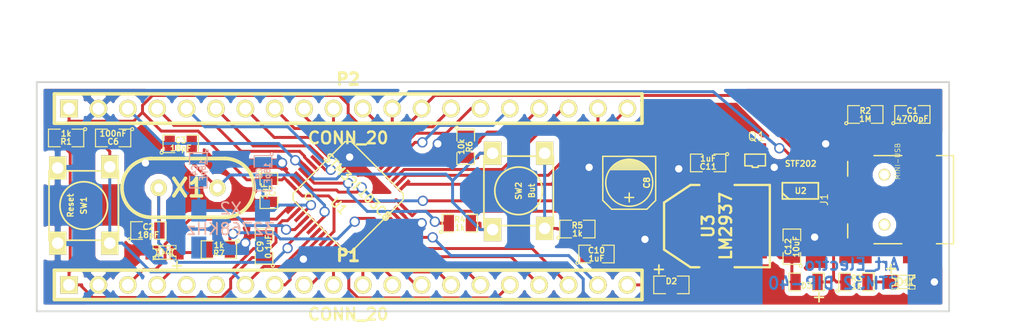
<source format=kicad_pcb>
(kicad_pcb (version 3) (host pcbnew "(22-Jun-2014 BZR 4027)-stable")

  (general
    (links 113)
    (no_connects 0)
    (area 106.299 72.093001 194.818001 100.965001)
    (thickness 1.6)
    (drawings 10)
    (tracks 454)
    (zones 0)
    (modules 34)
    (nets 53)
  )

  (page A4)
  (title_block 
    (title stm8s105c4-board)
    (rev 2.0)
    (company Art_Electro)
    (comment 2 Art_Electro)
    (comment 3 Art_Electro)
    (comment 4 Art_Electro)
  )

  (layers
    (15 F.Cu signal)
    (0 B.Cu signal)
    (16 B.Adhes user)
    (17 F.Adhes user)
    (18 B.Paste user)
    (19 F.Paste user)
    (20 B.SilkS user)
    (21 F.SilkS user hide)
    (22 B.Mask user)
    (23 F.Mask user)
    (24 Dwgs.User user)
    (25 Cmts.User user)
    (26 Eco1.User user)
    (27 Eco2.User user)
    (28 Edge.Cuts user)
  )

  (setup
    (last_trace_width 0.254)
    (user_trace_width 0.508)
    (trace_clearance 0.2032)
    (zone_clearance 0.508)
    (zone_45_only no)
    (trace_min 0.254)
    (segment_width 0.2)
    (edge_width 0.15)
    (via_size 0.889)
    (via_drill 0.635)
    (via_min_size 0.889)
    (via_min_drill 0.508)
    (user_via 1.27 0.6096)
    (user_via 1.397 0.8128)
    (uvia_size 0.508)
    (uvia_drill 0.127)
    (uvias_allowed no)
    (uvia_min_size 0.508)
    (uvia_min_drill 0.127)
    (pcb_text_width 0.3)
    (pcb_text_size 1 1)
    (mod_edge_width 0.15)
    (mod_text_size 1 1)
    (mod_text_width 0.15)
    (pad_size 1.016 0.254)
    (pad_drill 0)
    (pad_to_mask_clearance 0)
    (aux_axis_origin 0 0)
    (visible_elements 7FFFFFFF)
    (pcbplotparams
      (layerselection 268468224)
      (usegerberextensions false)
      (excludeedgelayer false)
      (linewidth 0.150000)
      (plotframeref false)
      (viasonmask false)
      (mode 1)
      (useauxorigin false)
      (hpglpennumber 1)
      (hpglpenspeed 20)
      (hpglpendiameter 15)
      (hpglpenoverlay 2)
      (psnegative true)
      (psa4output false)
      (plotreference true)
      (plotvalue false)
      (plotothertext true)
      (plotinvisibletext false)
      (padsonsilk false)
      (subtractmaskfromsilk false)
      (outputformat 2)
      (mirror true)
      (drillshape 0)
      (scaleselection 1)
      (outputdirectory postscript/))
  )

  (net 0 "")
  (net 1 /+5v)
  (net 2 /0)
  (net 3 /1)
  (net 4 /10)
  (net 5 /11)
  (net 6 /14)
  (net 7 /15)
  (net 8 /16)
  (net 9 /17)
  (net 10 /18)
  (net 11 /19)
  (net 12 /2)
  (net 13 /20)
  (net 14 /21)
  (net 15 /22)
  (net 16 /23_USBDP)
  (net 17 /24_USBDM)
  (net 18 /25)
  (net 19 /26)
  (net 20 /27)
  (net 21 /28)
  (net 22 /29)
  (net 23 /3)
  (net 24 /30)
  (net 25 /31)
  (net 26 /33)
  (net 27 /4)
  (net 28 /5)
  (net 29 /6)
  (net 30 /7)
  (net 31 /8)
  (net 32 /9)
  (net 33 /BOOT0)
  (net 34 /D+)
  (net 35 /D-)
  (net 36 /DISK)
  (net 37 /OSC32_IN)
  (net 38 /OSC32_OUT)
  (net 39 /Reset)
  (net 40 /VBAT)
  (net 41 /VCC)
  (net 42 /VIN)
  (net 43 GND)
  (net 44 N-0000015)
  (net 45 N-0000016)
  (net 46 N-0000017)
  (net 47 N-0000019)
  (net 48 N-0000022)
  (net 49 N-000003)
  (net 50 N-0000053)
  (net 51 N-0000054)
  (net 52 N-0000055)

  (net_class Default "Это класс цепей по умолчанию."
    (clearance 0.2032)
    (trace_width 0.254)
    (via_dia 0.889)
    (via_drill 0.635)
    (uvia_dia 0.508)
    (uvia_drill 0.127)
    (add_net "")
    (add_net /+5v)
    (add_net /0)
    (add_net /1)
    (add_net /10)
    (add_net /11)
    (add_net /14)
    (add_net /15)
    (add_net /16)
    (add_net /17)
    (add_net /18)
    (add_net /19)
    (add_net /2)
    (add_net /20)
    (add_net /21)
    (add_net /22)
    (add_net /23_USBDP)
    (add_net /24_USBDM)
    (add_net /25)
    (add_net /26)
    (add_net /27)
    (add_net /28)
    (add_net /29)
    (add_net /3)
    (add_net /30)
    (add_net /31)
    (add_net /33)
    (add_net /4)
    (add_net /5)
    (add_net /6)
    (add_net /7)
    (add_net /8)
    (add_net /9)
    (add_net /BOOT0)
    (add_net /D+)
    (add_net /D-)
    (add_net /DISK)
    (add_net /OSC32_IN)
    (add_net /OSC32_OUT)
    (add_net /Reset)
    (add_net /VBAT)
    (add_net /VCC)
    (add_net /VIN)
    (add_net GND)
    (add_net N-0000015)
    (add_net N-0000016)
    (add_net N-0000017)
    (add_net N-0000019)
    (add_net N-0000022)
    (add_net N-000003)
    (add_net N-0000053)
    (add_net N-0000054)
    (add_net N-0000055)
  )

  (module TL-1105 (layer F.Cu) (tedit 52FDF5EA) (tstamp 53367C1E)
    (at 113.538 89.662 90)
    (tags button)
    (path /549BD29F)
    (fp_text reference SW1 (at 0 0 90) (layer F.SilkS)
      (effects (font (size 0.50038 0.50038) (thickness 0.10922)))
    )
    (fp_text value Reset (at 0 -1.143 90) (layer F.SilkS)
      (effects (font (size 0.50038 0.50038) (thickness 0.10922)))
    )
    (fp_line (start -3 -3) (end -3 3) (layer F.SilkS) (width 0.15))
    (fp_line (start 3 3) (end -3 3) (layer F.SilkS) (width 0.15))
    (fp_line (start 3 -3) (end 3 3) (layer F.SilkS) (width 0.15))
    (fp_line (start -3 -3) (end 3 -3) (layer F.SilkS) (width 0.15))
    (fp_circle (center 0 0) (end 2.032 0.3175) (layer F.SilkS) (width 0.15))
    (pad 1 thru_hole rect (at -3.25 -2.25 90) (size 2 1.5) (drill 1)
      (layers *.Cu *.Mask F.SilkS)
      (net 43 GND)
    )
    (pad 1 thru_hole rect (at 3.25 -2.25 90) (size 2 1.5) (drill 1)
      (layers *.Cu *.Mask F.SilkS)
      (net 43 GND)
    )
    (pad 2 thru_hole rect (at 3.35 2.25 90) (size 2 1.5) (drill 1)
      (layers *.Cu *.Mask F.SilkS)
      (net 39 /Reset)
    )
    (pad 2 thru_hole rect (at -3.25 2.25 90) (size 2 1.5) (drill 1)
      (layers *.Cu *.Mask F.SilkS)
      (net 39 /Reset)
    )
    (model ../art_el_lib/3d/pcb_push.wrl
      (at (xyz 0 0 0))
      (scale (xyz 1 1 1))
      (rotate (xyz 0 0 90))
    )
  )

  (module SM0805 (layer F.Cu) (tedit 5091495C) (tstamp 53367C2B)
    (at 185.166 81.788)
    (path /549BD2BA)
    (attr smd)
    (fp_text reference C1 (at 0 -0.3175) (layer F.SilkS)
      (effects (font (size 0.50038 0.50038) (thickness 0.10922)))
    )
    (fp_text value 4700pF (at 0 0.381) (layer F.SilkS)
      (effects (font (size 0.50038 0.50038) (thickness 0.10922)))
    )
    (fp_circle (center -1.651 0.762) (end -1.651 0.635) (layer F.SilkS) (width 0.09906))
    (fp_line (start -0.508 0.762) (end -1.524 0.762) (layer F.SilkS) (width 0.09906))
    (fp_line (start -1.524 0.762) (end -1.524 -0.762) (layer F.SilkS) (width 0.09906))
    (fp_line (start -1.524 -0.762) (end -0.508 -0.762) (layer F.SilkS) (width 0.09906))
    (fp_line (start 0.508 -0.762) (end 1.524 -0.762) (layer F.SilkS) (width 0.09906))
    (fp_line (start 1.524 -0.762) (end 1.524 0.762) (layer F.SilkS) (width 0.09906))
    (fp_line (start 1.524 0.762) (end 0.508 0.762) (layer F.SilkS) (width 0.09906))
    (pad 1 smd rect (at -0.9525 0) (size 0.889 1.397)
      (layers F.Cu F.Paste F.Mask)
      (net 43 GND)
    )
    (pad 2 smd rect (at 0.9525 0) (size 0.889 1.397)
      (layers F.Cu F.Paste F.Mask)
      (net 46 N-0000017)
    )
    (model smd/chip_cms.wrl
      (at (xyz 0 0 0))
      (scale (xyz 0.1 0.1 0.1))
      (rotate (xyz 0 0 0))
    )
  )

  (module SM0805 (layer B.Cu) (tedit 5091495C) (tstamp 5336E44E)
    (at 123.444 86.614 270)
    (path /549BD2AF)
    (attr smd)
    (fp_text reference C4 (at 0 0.3175 270) (layer B.SilkS)
      (effects (font (size 0.50038 0.50038) (thickness 0.10922)) (justify mirror))
    )
    (fp_text value 18pF (at 0 -0.381 270) (layer B.SilkS)
      (effects (font (size 0.50038 0.50038) (thickness 0.10922)) (justify mirror))
    )
    (fp_circle (center -1.651 -0.762) (end -1.651 -0.635) (layer B.SilkS) (width 0.09906))
    (fp_line (start -0.508 -0.762) (end -1.524 -0.762) (layer B.SilkS) (width 0.09906))
    (fp_line (start -1.524 -0.762) (end -1.524 0.762) (layer B.SilkS) (width 0.09906))
    (fp_line (start -1.524 0.762) (end -0.508 0.762) (layer B.SilkS) (width 0.09906))
    (fp_line (start 0.508 0.762) (end 1.524 0.762) (layer B.SilkS) (width 0.09906))
    (fp_line (start 1.524 0.762) (end 1.524 -0.762) (layer B.SilkS) (width 0.09906))
    (fp_line (start 1.524 -0.762) (end 0.508 -0.762) (layer B.SilkS) (width 0.09906))
    (pad 1 smd rect (at -0.9525 0 270) (size 0.889 1.397)
      (layers B.Cu B.Paste B.Mask)
      (net 43 GND)
    )
    (pad 2 smd rect (at 0.9525 0 270) (size 0.889 1.397)
      (layers B.Cu B.Paste B.Mask)
      (net 38 /OSC32_OUT)
    )
    (model smd/chip_cms.wrl
      (at (xyz 0 0 0))
      (scale (xyz 0.1 0.1 0.1))
      (rotate (xyz 0 0 0))
    )
  )

  (module SM0805 (layer F.Cu) (tedit 5091495C) (tstamp 53367C45)
    (at 119.126 91.821)
    (path /549BD297)
    (attr smd)
    (fp_text reference C2 (at 0 -0.3175) (layer F.SilkS)
      (effects (font (size 0.50038 0.50038) (thickness 0.10922)))
    )
    (fp_text value 18pF (at 0 0.381) (layer F.SilkS)
      (effects (font (size 0.50038 0.50038) (thickness 0.10922)))
    )
    (fp_circle (center -1.651 0.762) (end -1.651 0.635) (layer F.SilkS) (width 0.09906))
    (fp_line (start -0.508 0.762) (end -1.524 0.762) (layer F.SilkS) (width 0.09906))
    (fp_line (start -1.524 0.762) (end -1.524 -0.762) (layer F.SilkS) (width 0.09906))
    (fp_line (start -1.524 -0.762) (end -0.508 -0.762) (layer F.SilkS) (width 0.09906))
    (fp_line (start 0.508 -0.762) (end 1.524 -0.762) (layer F.SilkS) (width 0.09906))
    (fp_line (start 1.524 -0.762) (end 1.524 0.762) (layer F.SilkS) (width 0.09906))
    (fp_line (start 1.524 0.762) (end 0.508 0.762) (layer F.SilkS) (width 0.09906))
    (pad 1 smd rect (at -0.9525 0) (size 0.889 1.397)
      (layers F.Cu F.Paste F.Mask)
      (net 43 GND)
    )
    (pad 2 smd rect (at 0.9525 0) (size 0.889 1.397)
      (layers F.Cu F.Paste F.Mask)
      (net 51 N-0000054)
    )
    (model smd/chip_cms.wrl
      (at (xyz 0 0 0))
      (scale (xyz 0.1 0.1 0.1))
      (rotate (xyz 0 0 0))
    )
  )

  (module SM0805 (layer F.Cu) (tedit 5091495C) (tstamp 53367C52)
    (at 112.014 83.82 180)
    (path /549BD29D)
    (attr smd)
    (fp_text reference R1 (at 0 -0.3175 180) (layer F.SilkS)
      (effects (font (size 0.50038 0.50038) (thickness 0.10922)))
    )
    (fp_text value 1k (at 0 0.381 180) (layer F.SilkS)
      (effects (font (size 0.50038 0.50038) (thickness 0.10922)))
    )
    (fp_circle (center -1.651 0.762) (end -1.651 0.635) (layer F.SilkS) (width 0.09906))
    (fp_line (start -0.508 0.762) (end -1.524 0.762) (layer F.SilkS) (width 0.09906))
    (fp_line (start -1.524 0.762) (end -1.524 -0.762) (layer F.SilkS) (width 0.09906))
    (fp_line (start -1.524 -0.762) (end -0.508 -0.762) (layer F.SilkS) (width 0.09906))
    (fp_line (start 0.508 -0.762) (end 1.524 -0.762) (layer F.SilkS) (width 0.09906))
    (fp_line (start 1.524 -0.762) (end 1.524 0.762) (layer F.SilkS) (width 0.09906))
    (fp_line (start 1.524 0.762) (end 0.508 0.762) (layer F.SilkS) (width 0.09906))
    (pad 1 smd rect (at -0.9525 0 180) (size 0.889 1.397)
      (layers F.Cu F.Paste F.Mask)
      (net 39 /Reset)
    )
    (pad 2 smd rect (at 0.9525 0 180) (size 0.889 1.397)
      (layers F.Cu F.Paste F.Mask)
      (net 41 /VCC)
    )
    (model smd/chip_cms.wrl
      (at (xyz 0 0 0))
      (scale (xyz 0.1 0.1 0.1))
      (rotate (xyz 0 0 0))
    )
  )

  (module SM0805 (layer F.Cu) (tedit 5091495C) (tstamp 535BAD55)
    (at 121.92 84.328)
    (path /549BD29B)
    (attr smd)
    (fp_text reference C3 (at 0 -0.3175) (layer F.SilkS)
      (effects (font (size 0.50038 0.50038) (thickness 0.10922)))
    )
    (fp_text value 18pF (at 0 0.381) (layer F.SilkS)
      (effects (font (size 0.50038 0.50038) (thickness 0.10922)))
    )
    (fp_circle (center -1.651 0.762) (end -1.651 0.635) (layer F.SilkS) (width 0.09906))
    (fp_line (start -0.508 0.762) (end -1.524 0.762) (layer F.SilkS) (width 0.09906))
    (fp_line (start -1.524 0.762) (end -1.524 -0.762) (layer F.SilkS) (width 0.09906))
    (fp_line (start -1.524 -0.762) (end -0.508 -0.762) (layer F.SilkS) (width 0.09906))
    (fp_line (start 0.508 -0.762) (end 1.524 -0.762) (layer F.SilkS) (width 0.09906))
    (fp_line (start 1.524 -0.762) (end 1.524 0.762) (layer F.SilkS) (width 0.09906))
    (fp_line (start 1.524 0.762) (end 0.508 0.762) (layer F.SilkS) (width 0.09906))
    (pad 1 smd rect (at -0.9525 0) (size 0.889 1.397)
      (layers F.Cu F.Paste F.Mask)
      (net 43 GND)
    )
    (pad 2 smd rect (at 0.9525 0) (size 0.889 1.397)
      (layers F.Cu F.Paste F.Mask)
      (net 50 N-0000053)
    )
    (model smd/chip_cms.wrl
      (at (xyz 0 0 0))
      (scale (xyz 0.1 0.1 0.1))
      (rotate (xyz 0 0 0))
    )
  )

  (module SM0805 (layer B.Cu) (tedit 5091495C) (tstamp 53367C6C)
    (at 129.032 86.868 270)
    (path /549BD2B1)
    (attr smd)
    (fp_text reference C5 (at 0 0.3175 270) (layer B.SilkS)
      (effects (font (size 0.50038 0.50038) (thickness 0.10922)) (justify mirror))
    )
    (fp_text value 18pF (at 0 -0.381 270) (layer B.SilkS)
      (effects (font (size 0.50038 0.50038) (thickness 0.10922)) (justify mirror))
    )
    (fp_circle (center -1.651 -0.762) (end -1.651 -0.635) (layer B.SilkS) (width 0.09906))
    (fp_line (start -0.508 -0.762) (end -1.524 -0.762) (layer B.SilkS) (width 0.09906))
    (fp_line (start -1.524 -0.762) (end -1.524 0.762) (layer B.SilkS) (width 0.09906))
    (fp_line (start -1.524 0.762) (end -0.508 0.762) (layer B.SilkS) (width 0.09906))
    (fp_line (start 0.508 0.762) (end 1.524 0.762) (layer B.SilkS) (width 0.09906))
    (fp_line (start 1.524 0.762) (end 1.524 -0.762) (layer B.SilkS) (width 0.09906))
    (fp_line (start 1.524 -0.762) (end 0.508 -0.762) (layer B.SilkS) (width 0.09906))
    (pad 1 smd rect (at -0.9525 0 270) (size 0.889 1.397)
      (layers B.Cu B.Paste B.Mask)
      (net 43 GND)
    )
    (pad 2 smd rect (at 0.9525 0 270) (size 0.889 1.397)
      (layers B.Cu B.Paste B.Mask)
      (net 37 /OSC32_IN)
    )
    (model smd/chip_cms.wrl
      (at (xyz 0 0 0))
      (scale (xyz 0.1 0.1 0.1))
      (rotate (xyz 0 0 0))
    )
  )

  (module SM0805 (layer F.Cu) (tedit 5091495C) (tstamp 53367C79)
    (at 116.078 83.82 180)
    (path /549BD29E)
    (attr smd)
    (fp_text reference C6 (at 0 -0.3175 180) (layer F.SilkS)
      (effects (font (size 0.50038 0.50038) (thickness 0.10922)))
    )
    (fp_text value 100nF (at 0 0.381 180) (layer F.SilkS)
      (effects (font (size 0.50038 0.50038) (thickness 0.10922)))
    )
    (fp_circle (center -1.651 0.762) (end -1.651 0.635) (layer F.SilkS) (width 0.09906))
    (fp_line (start -0.508 0.762) (end -1.524 0.762) (layer F.SilkS) (width 0.09906))
    (fp_line (start -1.524 0.762) (end -1.524 -0.762) (layer F.SilkS) (width 0.09906))
    (fp_line (start -1.524 -0.762) (end -0.508 -0.762) (layer F.SilkS) (width 0.09906))
    (fp_line (start 0.508 -0.762) (end 1.524 -0.762) (layer F.SilkS) (width 0.09906))
    (fp_line (start 1.524 -0.762) (end 1.524 0.762) (layer F.SilkS) (width 0.09906))
    (fp_line (start 1.524 0.762) (end 0.508 0.762) (layer F.SilkS) (width 0.09906))
    (pad 1 smd rect (at -0.9525 0 180) (size 0.889 1.397)
      (layers F.Cu F.Paste F.Mask)
      (net 43 GND)
    )
    (pad 2 smd rect (at 0.9525 0 180) (size 0.889 1.397)
      (layers F.Cu F.Paste F.Mask)
      (net 39 /Reset)
    )
    (model smd/chip_cms.wrl
      (at (xyz 0 0 0))
      (scale (xyz 0.1 0.1 0.1))
      (rotate (xyz 0 0 0))
    )
  )

  (module SM0805 (layer F.Cu) (tedit 5091495C) (tstamp 53367C86)
    (at 129.54 88.392 270)
    (path /549BD299)
    (attr smd)
    (fp_text reference C7 (at 0 -0.3175 270) (layer F.SilkS)
      (effects (font (size 0.50038 0.50038) (thickness 0.10922)))
    )
    (fp_text value 1uF (at 0 0.381 270) (layer F.SilkS)
      (effects (font (size 0.50038 0.50038) (thickness 0.10922)))
    )
    (fp_circle (center -1.651 0.762) (end -1.651 0.635) (layer F.SilkS) (width 0.09906))
    (fp_line (start -0.508 0.762) (end -1.524 0.762) (layer F.SilkS) (width 0.09906))
    (fp_line (start -1.524 0.762) (end -1.524 -0.762) (layer F.SilkS) (width 0.09906))
    (fp_line (start -1.524 -0.762) (end -0.508 -0.762) (layer F.SilkS) (width 0.09906))
    (fp_line (start 0.508 -0.762) (end 1.524 -0.762) (layer F.SilkS) (width 0.09906))
    (fp_line (start 1.524 -0.762) (end 1.524 0.762) (layer F.SilkS) (width 0.09906))
    (fp_line (start 1.524 0.762) (end 0.508 0.762) (layer F.SilkS) (width 0.09906))
    (pad 1 smd rect (at -0.9525 0 270) (size 0.889 1.397)
      (layers F.Cu F.Paste F.Mask)
      (net 41 /VCC)
    )
    (pad 2 smd rect (at 0.9525 0 270) (size 0.889 1.397)
      (layers F.Cu F.Paste F.Mask)
      (net 43 GND)
    )
    (model smd/chip_cms.wrl
      (at (xyz 0 0 0))
      (scale (xyz 0.1 0.1 0.1))
      (rotate (xyz 0 0 0))
    )
  )

  (module HC-49V (layer F.Cu) (tedit 53367E9D) (tstamp 5336B807)
    (at 122.555 88.138)
    (descr "Quartz boitier HC-49 Vertical")
    (tags "QUARTZ DEV")
    (path /549BD296)
    (autoplace_cost180 10)
    (fp_text reference X1 (at 0 0) (layer F.SilkS)
      (effects (font (size 1.524 1.524) (thickness 0.3048)))
    )
    (fp_text value 8MHz (at 0 3.81) (layer F.SilkS) hide
      (effects (font (size 1.524 1.524) (thickness 0.3048)))
    )
    (fp_line (start -3.175 2.54) (end 3.175 2.54) (layer F.SilkS) (width 0.3175))
    (fp_line (start -3.175 -2.54) (end 3.175 -2.54) (layer F.SilkS) (width 0.3175))
    (fp_arc (start 3.175 0) (end 3.175 -2.54) (angle 90) (layer F.SilkS) (width 0.3175))
    (fp_arc (start 3.175 0) (end 5.715 0) (angle 90) (layer F.SilkS) (width 0.3175))
    (fp_arc (start -3.175 0) (end -5.715 0) (angle 90) (layer F.SilkS) (width 0.3175))
    (fp_arc (start -3.175 0) (end -3.175 2.54) (angle 90) (layer F.SilkS) (width 0.3175))
    (pad 1 thru_hole circle (at -2.54 0) (size 1.4224 1.4224) (drill 0.762)
      (layers *.Cu *.Mask F.SilkS)
      (net 51 N-0000054)
    )
    (pad 2 thru_hole circle (at 2.54 0) (size 1.4224 1.4224) (drill 0.762)
      (layers *.Cu *.Mask F.SilkS)
      (net 50 N-0000053)
    )
    (model discret/xtal/crystal_hc18u_vertical.wrl
      (at (xyz 0 0 0))
      (scale (xyz 1 1 0.2))
      (rotate (xyz 0 0 0))
    )
  )

  (module TL-1105 (layer F.Cu) (tedit 52FDF5EA) (tstamp 549BED68)
    (at 151.13 88.392 270)
    (tags button)
    (path /549BD2B4)
    (fp_text reference SW2 (at 0 0 270) (layer F.SilkS)
      (effects (font (size 0.50038 0.50038) (thickness 0.10922)))
    )
    (fp_text value But (at 0 -1.143 270) (layer F.SilkS)
      (effects (font (size 0.50038 0.50038) (thickness 0.10922)))
    )
    (fp_line (start -3 -3) (end -3 3) (layer F.SilkS) (width 0.15))
    (fp_line (start 3 3) (end -3 3) (layer F.SilkS) (width 0.15))
    (fp_line (start 3 -3) (end 3 3) (layer F.SilkS) (width 0.15))
    (fp_line (start -3 -3) (end 3 -3) (layer F.SilkS) (width 0.15))
    (fp_circle (center 0 0) (end 2.032 0.3175) (layer F.SilkS) (width 0.15))
    (pad 1 thru_hole rect (at -3.25 -2.25 270) (size 2 1.5) (drill 1)
      (layers *.Cu *.Mask F.SilkS)
      (net 47 N-0000019)
    )
    (pad 1 thru_hole rect (at 3.25 -2.25 270) (size 2 1.5) (drill 1)
      (layers *.Cu *.Mask F.SilkS)
      (net 47 N-0000019)
    )
    (pad 2 thru_hole rect (at 3.35 2.25 270) (size 2 1.5) (drill 1)
      (layers *.Cu *.Mask F.SilkS)
      (net 33 /BOOT0)
    )
    (pad 2 thru_hole rect (at -3.25 2.25 270) (size 2 1.5) (drill 1)
      (layers *.Cu *.Mask F.SilkS)
      (net 33 /BOOT0)
    )
    (model 3d/pcb_push.wrl
      (at (xyz 0 0 0))
      (scale (xyz 1 1 1))
      (rotate (xyz 0 0 90))
    )
  )

  (module SOT323 (layer F.Cu) (tedit 450AC34A) (tstamp 549BED77)
    (at 171.577 85.725)
    (tags "SMD SOT")
    (path /549BE47C)
    (attr smd)
    (fp_text reference Q1 (at 0.127 -2.032) (layer F.SilkS)
      (effects (font (size 0.762 0.762) (thickness 0.09906)))
    )
    (fp_text value DTA114E (at 0 0) (layer F.SilkS) hide
      (effects (font (size 0.70104 0.70104) (thickness 0.09906)))
    )
    (fp_line (start 0.254 0.508) (end 0.889 0.508) (layer F.SilkS) (width 0.127))
    (fp_line (start 0.889 0.508) (end 0.889 -0.508) (layer F.SilkS) (width 0.127))
    (fp_line (start -0.889 -0.508) (end -0.889 0.508) (layer F.SilkS) (width 0.127))
    (fp_line (start -0.889 0.508) (end -0.254 0.508) (layer F.SilkS) (width 0.127))
    (fp_line (start 0.254 0.635) (end 0.254 0.508) (layer F.SilkS) (width 0.127))
    (fp_line (start -0.254 0.508) (end -0.254 0.635) (layer F.SilkS) (width 0.127))
    (fp_line (start 0.889 -0.508) (end -0.889 -0.508) (layer F.SilkS) (width 0.127))
    (fp_line (start -0.254 0.635) (end 0.254 0.635) (layer F.SilkS) (width 0.127))
    (pad 2 smd rect (at -0.65024 -0.94996) (size 0.59944 1.00076)
      (layers F.Cu F.Paste F.Mask)
      (net 41 /VCC)
    )
    (pad 1 smd rect (at 0.65024 -0.94996) (size 0.59944 1.00076)
      (layers F.Cu F.Paste F.Mask)
      (net 36 /DISK)
    )
    (pad 3 smd rect (at 0 0.94996) (size 0.59944 1.00076)
      (layers F.Cu F.Paste F.Mask)
      (net 44 N-0000015)
    )
    (model smd/SOT323.wrl
      (at (xyz 0 0 0.001))
      (scale (xyz 0.3937 0.3937 0.3937))
      (rotate (xyz 0 0 0))
    )
  )

  (module SOT223 (layer F.Cu) (tedit 200000) (tstamp 549BED87)
    (at 168.275 91.44 90)
    (descr "module CMS SOT223 4 pins")
    (tags "CMS SOT")
    (path /549BD324)
    (attr smd)
    (fp_text reference U3 (at 0 -0.762 90) (layer F.SilkS)
      (effects (font (size 1.016 1.016) (thickness 0.2032)))
    )
    (fp_text value LM2937 (at 0 0.762 90) (layer F.SilkS)
      (effects (font (size 1.016 1.016) (thickness 0.2032)))
    )
    (fp_line (start -3.556 1.524) (end -3.556 4.572) (layer F.SilkS) (width 0.2032))
    (fp_line (start -3.556 4.572) (end 3.556 4.572) (layer F.SilkS) (width 0.2032))
    (fp_line (start 3.556 4.572) (end 3.556 1.524) (layer F.SilkS) (width 0.2032))
    (fp_line (start -3.556 -1.524) (end -3.556 -2.286) (layer F.SilkS) (width 0.2032))
    (fp_line (start -3.556 -2.286) (end -2.032 -4.572) (layer F.SilkS) (width 0.2032))
    (fp_line (start -2.032 -4.572) (end 2.032 -4.572) (layer F.SilkS) (width 0.2032))
    (fp_line (start 2.032 -4.572) (end 3.556 -2.286) (layer F.SilkS) (width 0.2032))
    (fp_line (start 3.556 -2.286) (end 3.556 -1.524) (layer F.SilkS) (width 0.2032))
    (pad 4 smd rect (at 0 -3.302 90) (size 3.6576 2.032)
      (layers F.Cu F.Paste F.Mask)
      (net 43 GND)
    )
    (pad 2 smd rect (at 0 3.302 90) (size 1.016 2.032)
      (layers F.Cu F.Paste F.Mask)
      (net 43 GND)
    )
    (pad 3 smd rect (at 2.286 3.302 90) (size 1.016 2.032)
      (layers F.Cu F.Paste F.Mask)
      (net 41 /VCC)
    )
    (pad 1 smd rect (at -2.286 3.302 90) (size 1.016 2.032)
      (layers F.Cu F.Paste F.Mask)
      (net 49 N-000003)
    )
    (model smd/SOT223.wrl
      (at (xyz 0 0 0))
      (scale (xyz 0.4 0.4 0.4))
      (rotate (xyz 0 0 0))
    )
  )

  (module SOT-457 (layer F.Cu) (tedit 52FCF6A8) (tstamp 549BED96)
    (at 175.514 88.392)
    (tags "SOT 457")
    (path /549BE1BB)
    (fp_text reference U2 (at 0 0) (layer F.SilkS)
      (effects (font (size 0.50038 0.50038) (thickness 0.10922)))
    )
    (fp_text value STF202 (at 0 -2.3495) (layer F.SilkS)
      (effects (font (size 0.50038 0.50038) (thickness 0.10922)))
    )
    (fp_line (start -1.016 0.6985) (end -1.5875 0.1905) (layer F.SilkS) (width 0.15))
    (fp_line (start -1.5875 -0.6985) (end 1.524 -0.6985) (layer F.SilkS) (width 0.15))
    (fp_line (start 1.524 -0.6985) (end 1.524 0.6985) (layer F.SilkS) (width 0.15))
    (fp_line (start 1.524 0.6985) (end -1.5875 0.6985) (layer F.SilkS) (width 0.15))
    (fp_line (start -1.5875 0.6985) (end -1.5875 -0.6985) (layer F.SilkS) (width 0.15))
    (pad 1 smd rect (at -0.95 1.2) (size 0.7 1)
      (layers F.Cu F.Paste F.Mask)
      (net 44 N-0000015)
    )
    (pad 2 smd rect (at 0 1.2) (size 0.7 1)
      (layers F.Cu F.Paste F.Mask)
      (net 34 /D+)
    )
    (pad 3 smd rect (at 0.95 1.2) (size 0.7 1)
      (layers F.Cu F.Paste F.Mask)
      (net 35 /D-)
    )
    (pad 4 smd rect (at 0.95 -1.2) (size 0.7 1)
      (layers F.Cu F.Paste F.Mask)
      (net 17 /24_USBDM)
    )
    (pad 5 smd rect (at 0 -1.2) (size 0.7 1)
      (layers F.Cu F.Paste F.Mask)
      (net 16 /23_USBDP)
    )
    (pad 6 smd rect (at -0.95 -1.2) (size 0.7 1)
      (layers F.Cu F.Paste F.Mask)
      (net 43 GND)
    )
    (model smd/smd_transistors/tsot-6.wrl
      (at (xyz 0 0 0))
      (scale (xyz 1 1 1))
      (rotate (xyz 0 0 0))
    )
  )

  (module SM0805-diode (layer F.Cu) (tedit 5388888B) (tstamp 549BEDA4)
    (at 176.022 96.266 180)
    (path /549BD32D)
    (attr smd)
    (fp_text reference D3 (at 0 -0.3175 180) (layer F.SilkS)
      (effects (font (size 0.50038 0.50038) (thickness 0.10922)))
    )
    (fp_text value DIODESCH (at 0 0.381 180) (layer F.SilkS) hide
      (effects (font (size 0.50038 0.50038) (thickness 0.10922)))
    )
    (fp_line (start -1.4605 -1.3335) (end -0.6985 -1.3335) (layer F.SilkS) (width 0.15))
    (fp_line (start -1.0795 -0.9525) (end -1.0795 -1.7145) (layer F.SilkS) (width 0.15))
    (fp_line (start -0.508 0.762) (end -1.524 0.762) (layer F.SilkS) (width 0.09906))
    (fp_line (start -1.524 0.762) (end -1.524 -0.762) (layer F.SilkS) (width 0.09906))
    (fp_line (start -1.524 -0.762) (end -0.508 -0.762) (layer F.SilkS) (width 0.09906))
    (fp_line (start 0.508 -0.762) (end 1.524 -0.762) (layer F.SilkS) (width 0.09906))
    (fp_line (start 1.524 -0.762) (end 1.524 0.762) (layer F.SilkS) (width 0.09906))
    (fp_line (start 1.524 0.762) (end 0.508 0.762) (layer F.SilkS) (width 0.09906))
    (pad 1 smd rect (at -0.9525 0 180) (size 0.889 1.397)
      (layers F.Cu F.Paste F.Mask)
      (net 1 /+5v)
    )
    (pad 2 smd rect (at 0.9525 0 180) (size 0.889 1.397)
      (layers F.Cu F.Paste F.Mask)
      (net 49 N-000003)
    )
    (model smd/chip_cms.wrl
      (at (xyz 0 0 0))
      (scale (xyz 0.1 0.1 0.1))
      (rotate (xyz 0 0 0))
    )
  )

  (module SM0805-diode (layer F.Cu) (tedit 5388888B) (tstamp 549BEDB2)
    (at 164.338 96.52)
    (path /549BD32B)
    (attr smd)
    (fp_text reference D2 (at 0 -0.3175) (layer F.SilkS)
      (effects (font (size 0.50038 0.50038) (thickness 0.10922)))
    )
    (fp_text value DIODESCH (at 0 0.381) (layer F.SilkS) hide
      (effects (font (size 0.50038 0.50038) (thickness 0.10922)))
    )
    (fp_line (start -1.4605 -1.3335) (end -0.6985 -1.3335) (layer F.SilkS) (width 0.15))
    (fp_line (start -1.0795 -0.9525) (end -1.0795 -1.7145) (layer F.SilkS) (width 0.15))
    (fp_line (start -0.508 0.762) (end -1.524 0.762) (layer F.SilkS) (width 0.09906))
    (fp_line (start -1.524 0.762) (end -1.524 -0.762) (layer F.SilkS) (width 0.09906))
    (fp_line (start -1.524 -0.762) (end -0.508 -0.762) (layer F.SilkS) (width 0.09906))
    (fp_line (start 0.508 -0.762) (end 1.524 -0.762) (layer F.SilkS) (width 0.09906))
    (fp_line (start 1.524 -0.762) (end 1.524 0.762) (layer F.SilkS) (width 0.09906))
    (fp_line (start 1.524 0.762) (end 0.508 0.762) (layer F.SilkS) (width 0.09906))
    (pad 1 smd rect (at -0.9525 0) (size 0.889 1.397)
      (layers F.Cu F.Paste F.Mask)
      (net 42 /VIN)
    )
    (pad 2 smd rect (at 0.9525 0) (size 0.889 1.397)
      (layers F.Cu F.Paste F.Mask)
      (net 49 N-000003)
    )
    (model smd/chip_cms.wrl
      (at (xyz 0 0 0))
      (scale (xyz 0.1 0.1 0.1))
      (rotate (xyz 0 0 0))
    )
  )

  (module SM0805 (layer F.Cu) (tedit 5091495C) (tstamp 549BEDBF)
    (at 180.34 96.266)
    (path /549BD2B9)
    (attr smd)
    (fp_text reference R3 (at 0 -0.3175) (layer F.SilkS)
      (effects (font (size 0.50038 0.50038) (thickness 0.10922)))
    )
    (fp_text value 1k (at 0 0.381) (layer F.SilkS)
      (effects (font (size 0.50038 0.50038) (thickness 0.10922)))
    )
    (fp_circle (center -1.651 0.762) (end -1.651 0.635) (layer F.SilkS) (width 0.09906))
    (fp_line (start -0.508 0.762) (end -1.524 0.762) (layer F.SilkS) (width 0.09906))
    (fp_line (start -1.524 0.762) (end -1.524 -0.762) (layer F.SilkS) (width 0.09906))
    (fp_line (start -1.524 -0.762) (end -0.508 -0.762) (layer F.SilkS) (width 0.09906))
    (fp_line (start 0.508 -0.762) (end 1.524 -0.762) (layer F.SilkS) (width 0.09906))
    (fp_line (start 1.524 -0.762) (end 1.524 0.762) (layer F.SilkS) (width 0.09906))
    (fp_line (start 1.524 0.762) (end 0.508 0.762) (layer F.SilkS) (width 0.09906))
    (pad 1 smd rect (at -0.9525 0) (size 0.889 1.397)
      (layers F.Cu F.Paste F.Mask)
      (net 1 /+5v)
    )
    (pad 2 smd rect (at 0.9525 0) (size 0.889 1.397)
      (layers F.Cu F.Paste F.Mask)
      (net 45 N-0000016)
    )
    (model smd/chip_cms.wrl
      (at (xyz 0 0 0))
      (scale (xyz 0.1 0.1 0.1))
      (rotate (xyz 0 0 0))
    )
  )

  (module SM0805 (layer F.Cu) (tedit 5091495C) (tstamp 549BEDCC)
    (at 174.752 93.218 90)
    (path /549BDC77)
    (attr smd)
    (fp_text reference C12 (at 0 -0.3175 90) (layer F.SilkS)
      (effects (font (size 0.50038 0.50038) (thickness 0.10922)))
    )
    (fp_text value 10uF (at 0 0.381 90) (layer F.SilkS)
      (effects (font (size 0.50038 0.50038) (thickness 0.10922)))
    )
    (fp_circle (center -1.651 0.762) (end -1.651 0.635) (layer F.SilkS) (width 0.09906))
    (fp_line (start -0.508 0.762) (end -1.524 0.762) (layer F.SilkS) (width 0.09906))
    (fp_line (start -1.524 0.762) (end -1.524 -0.762) (layer F.SilkS) (width 0.09906))
    (fp_line (start -1.524 -0.762) (end -0.508 -0.762) (layer F.SilkS) (width 0.09906))
    (fp_line (start 0.508 -0.762) (end 1.524 -0.762) (layer F.SilkS) (width 0.09906))
    (fp_line (start 1.524 -0.762) (end 1.524 0.762) (layer F.SilkS) (width 0.09906))
    (fp_line (start 1.524 0.762) (end 0.508 0.762) (layer F.SilkS) (width 0.09906))
    (pad 1 smd rect (at -0.9525 0 90) (size 0.889 1.397)
      (layers F.Cu F.Paste F.Mask)
      (net 49 N-000003)
    )
    (pad 2 smd rect (at 0.9525 0 90) (size 0.889 1.397)
      (layers F.Cu F.Paste F.Mask)
      (net 43 GND)
    )
    (model smd/chip_cms.wrl
      (at (xyz 0 0 0))
      (scale (xyz 0.1 0.1 0.1))
      (rotate (xyz 0 0 0))
    )
  )

  (module SM0805 (layer F.Cu) (tedit 5091495C) (tstamp 549BEDD9)
    (at 125.222 93.472 180)
    (path /549BD2C7)
    (attr smd)
    (fp_text reference R7 (at 0 -0.3175 180) (layer F.SilkS)
      (effects (font (size 0.50038 0.50038) (thickness 0.10922)))
    )
    (fp_text value 1k (at 0 0.381 180) (layer F.SilkS)
      (effects (font (size 0.50038 0.50038) (thickness 0.10922)))
    )
    (fp_circle (center -1.651 0.762) (end -1.651 0.635) (layer F.SilkS) (width 0.09906))
    (fp_line (start -0.508 0.762) (end -1.524 0.762) (layer F.SilkS) (width 0.09906))
    (fp_line (start -1.524 0.762) (end -1.524 -0.762) (layer F.SilkS) (width 0.09906))
    (fp_line (start -1.524 -0.762) (end -0.508 -0.762) (layer F.SilkS) (width 0.09906))
    (fp_line (start 0.508 -0.762) (end 1.524 -0.762) (layer F.SilkS) (width 0.09906))
    (fp_line (start 1.524 -0.762) (end 1.524 0.762) (layer F.SilkS) (width 0.09906))
    (fp_line (start 1.524 0.762) (end 0.508 0.762) (layer F.SilkS) (width 0.09906))
    (pad 1 smd rect (at -0.9525 0 180) (size 0.889 1.397)
      (layers F.Cu F.Paste F.Mask)
      (net 26 /33)
    )
    (pad 2 smd rect (at 0.9525 0 180) (size 0.889 1.397)
      (layers F.Cu F.Paste F.Mask)
      (net 48 N-0000022)
    )
    (model smd/chip_cms.wrl
      (at (xyz 0 0 0))
      (scale (xyz 0.1 0.1 0.1))
      (rotate (xyz 0 0 0))
    )
  )

  (module SM0805 (layer F.Cu) (tedit 5091495C) (tstamp 549BEDE6)
    (at 181.102 81.788)
    (path /549BD2BB)
    (attr smd)
    (fp_text reference R2 (at 0 -0.3175) (layer F.SilkS)
      (effects (font (size 0.50038 0.50038) (thickness 0.10922)))
    )
    (fp_text value 1M (at 0 0.381) (layer F.SilkS)
      (effects (font (size 0.50038 0.50038) (thickness 0.10922)))
    )
    (fp_circle (center -1.651 0.762) (end -1.651 0.635) (layer F.SilkS) (width 0.09906))
    (fp_line (start -0.508 0.762) (end -1.524 0.762) (layer F.SilkS) (width 0.09906))
    (fp_line (start -1.524 0.762) (end -1.524 -0.762) (layer F.SilkS) (width 0.09906))
    (fp_line (start -1.524 -0.762) (end -0.508 -0.762) (layer F.SilkS) (width 0.09906))
    (fp_line (start 0.508 -0.762) (end 1.524 -0.762) (layer F.SilkS) (width 0.09906))
    (fp_line (start 1.524 -0.762) (end 1.524 0.762) (layer F.SilkS) (width 0.09906))
    (fp_line (start 1.524 0.762) (end 0.508 0.762) (layer F.SilkS) (width 0.09906))
    (pad 1 smd rect (at -0.9525 0) (size 0.889 1.397)
      (layers F.Cu F.Paste F.Mask)
      (net 46 N-0000017)
    )
    (pad 2 smd rect (at 0.9525 0) (size 0.889 1.397)
      (layers F.Cu F.Paste F.Mask)
      (net 43 GND)
    )
    (model smd/chip_cms.wrl
      (at (xyz 0 0 0))
      (scale (xyz 0.1 0.1 0.1))
      (rotate (xyz 0 0 0))
    )
  )

  (module SM0805 (layer F.Cu) (tedit 5091495C) (tstamp 549BEDF3)
    (at 146.558 84.582 270)
    (path /549BD2B6)
    (attr smd)
    (fp_text reference R6 (at 0 -0.3175 270) (layer F.SilkS)
      (effects (font (size 0.50038 0.50038) (thickness 0.10922)))
    )
    (fp_text value 10k (at 0 0.381 270) (layer F.SilkS)
      (effects (font (size 0.50038 0.50038) (thickness 0.10922)))
    )
    (fp_circle (center -1.651 0.762) (end -1.651 0.635) (layer F.SilkS) (width 0.09906))
    (fp_line (start -0.508 0.762) (end -1.524 0.762) (layer F.SilkS) (width 0.09906))
    (fp_line (start -1.524 0.762) (end -1.524 -0.762) (layer F.SilkS) (width 0.09906))
    (fp_line (start -1.524 -0.762) (end -0.508 -0.762) (layer F.SilkS) (width 0.09906))
    (fp_line (start 0.508 -0.762) (end 1.524 -0.762) (layer F.SilkS) (width 0.09906))
    (fp_line (start 1.524 -0.762) (end 1.524 0.762) (layer F.SilkS) (width 0.09906))
    (fp_line (start 1.524 0.762) (end 0.508 0.762) (layer F.SilkS) (width 0.09906))
    (pad 1 smd rect (at -0.9525 0 270) (size 0.889 1.397)
      (layers F.Cu F.Paste F.Mask)
      (net 43 GND)
    )
    (pad 2 smd rect (at 0.9525 0 270) (size 0.889 1.397)
      (layers F.Cu F.Paste F.Mask)
      (net 33 /BOOT0)
    )
    (model smd/chip_cms.wrl
      (at (xyz 0 0 0))
      (scale (xyz 0.1 0.1 0.1))
      (rotate (xyz 0 0 0))
    )
  )

  (module SM0805 (layer F.Cu) (tedit 5091495C) (tstamp 549BEE00)
    (at 156.21 91.694)
    (path /549BD2B5)
    (attr smd)
    (fp_text reference R5 (at 0 -0.3175) (layer F.SilkS)
      (effects (font (size 0.50038 0.50038) (thickness 0.10922)))
    )
    (fp_text value 1k (at 0 0.381) (layer F.SilkS)
      (effects (font (size 0.50038 0.50038) (thickness 0.10922)))
    )
    (fp_circle (center -1.651 0.762) (end -1.651 0.635) (layer F.SilkS) (width 0.09906))
    (fp_line (start -0.508 0.762) (end -1.524 0.762) (layer F.SilkS) (width 0.09906))
    (fp_line (start -1.524 0.762) (end -1.524 -0.762) (layer F.SilkS) (width 0.09906))
    (fp_line (start -1.524 -0.762) (end -0.508 -0.762) (layer F.SilkS) (width 0.09906))
    (fp_line (start 0.508 -0.762) (end 1.524 -0.762) (layer F.SilkS) (width 0.09906))
    (fp_line (start 1.524 -0.762) (end 1.524 0.762) (layer F.SilkS) (width 0.09906))
    (fp_line (start 1.524 0.762) (end 0.508 0.762) (layer F.SilkS) (width 0.09906))
    (pad 1 smd rect (at -0.9525 0) (size 0.889 1.397)
      (layers F.Cu F.Paste F.Mask)
      (net 47 N-0000019)
    )
    (pad 2 smd rect (at 0.9525 0) (size 0.889 1.397)
      (layers F.Cu F.Paste F.Mask)
      (net 41 /VCC)
    )
    (model smd/chip_cms.wrl
      (at (xyz 0 0 0))
      (scale (xyz 0.1 0.1 0.1))
      (rotate (xyz 0 0 0))
    )
  )

  (module SM0805 (layer F.Cu) (tedit 5091495C) (tstamp 549BEE0D)
    (at 146.05 91.186)
    (path /549BD2B3)
    (attr smd)
    (fp_text reference R4 (at 0 -0.3175) (layer F.SilkS)
      (effects (font (size 0.50038 0.50038) (thickness 0.10922)))
    )
    (fp_text value 1k (at 0 0.381) (layer F.SilkS)
      (effects (font (size 0.50038 0.50038) (thickness 0.10922)))
    )
    (fp_circle (center -1.651 0.762) (end -1.651 0.635) (layer F.SilkS) (width 0.09906))
    (fp_line (start -0.508 0.762) (end -1.524 0.762) (layer F.SilkS) (width 0.09906))
    (fp_line (start -1.524 0.762) (end -1.524 -0.762) (layer F.SilkS) (width 0.09906))
    (fp_line (start -1.524 -0.762) (end -0.508 -0.762) (layer F.SilkS) (width 0.09906))
    (fp_line (start 0.508 -0.762) (end 1.524 -0.762) (layer F.SilkS) (width 0.09906))
    (fp_line (start 1.524 -0.762) (end 1.524 0.762) (layer F.SilkS) (width 0.09906))
    (fp_line (start 1.524 0.762) (end 0.508 0.762) (layer F.SilkS) (width 0.09906))
    (pad 1 smd rect (at -0.9525 0) (size 0.889 1.397)
      (layers F.Cu F.Paste F.Mask)
      (net 52 N-0000055)
    )
    (pad 2 smd rect (at 0.9525 0) (size 0.889 1.397)
      (layers F.Cu F.Paste F.Mask)
      (net 33 /BOOT0)
    )
    (model smd/chip_cms.wrl
      (at (xyz 0 0 0))
      (scale (xyz 0.1 0.1 0.1))
      (rotate (xyz 0 0 0))
    )
  )

  (module SM0805 (layer F.Cu) (tedit 5091495C) (tstamp 549BEE1A)
    (at 129.125 93.204 90)
    (path /549BD2A6)
    (attr smd)
    (fp_text reference C9 (at 0 -0.3175 90) (layer F.SilkS)
      (effects (font (size 0.50038 0.50038) (thickness 0.10922)))
    )
    (fp_text value 0.1uF (at 0 0.381 90) (layer F.SilkS)
      (effects (font (size 0.50038 0.50038) (thickness 0.10922)))
    )
    (fp_circle (center -1.651 0.762) (end -1.651 0.635) (layer F.SilkS) (width 0.09906))
    (fp_line (start -0.508 0.762) (end -1.524 0.762) (layer F.SilkS) (width 0.09906))
    (fp_line (start -1.524 0.762) (end -1.524 -0.762) (layer F.SilkS) (width 0.09906))
    (fp_line (start -1.524 -0.762) (end -0.508 -0.762) (layer F.SilkS) (width 0.09906))
    (fp_line (start 0.508 -0.762) (end 1.524 -0.762) (layer F.SilkS) (width 0.09906))
    (fp_line (start 1.524 -0.762) (end 1.524 0.762) (layer F.SilkS) (width 0.09906))
    (fp_line (start 1.524 0.762) (end 0.508 0.762) (layer F.SilkS) (width 0.09906))
    (pad 1 smd rect (at -0.9525 0 90) (size 0.889 1.397)
      (layers F.Cu F.Paste F.Mask)
      (net 41 /VCC)
    )
    (pad 2 smd rect (at 0.9525 0 90) (size 0.889 1.397)
      (layers F.Cu F.Paste F.Mask)
      (net 43 GND)
    )
    (model smd/chip_cms.wrl
      (at (xyz 0 0 0))
      (scale (xyz 0.1 0.1 0.1))
      (rotate (xyz 0 0 0))
    )
  )

  (module SM0805 (layer F.Cu) (tedit 5091495C) (tstamp 549BEE27)
    (at 167.513 85.979 180)
    (path /549BD2A8)
    (attr smd)
    (fp_text reference C11 (at 0 -0.3175 180) (layer F.SilkS)
      (effects (font (size 0.50038 0.50038) (thickness 0.10922)))
    )
    (fp_text value 1uF (at 0 0.381 180) (layer F.SilkS)
      (effects (font (size 0.50038 0.50038) (thickness 0.10922)))
    )
    (fp_circle (center -1.651 0.762) (end -1.651 0.635) (layer F.SilkS) (width 0.09906))
    (fp_line (start -0.508 0.762) (end -1.524 0.762) (layer F.SilkS) (width 0.09906))
    (fp_line (start -1.524 0.762) (end -1.524 -0.762) (layer F.SilkS) (width 0.09906))
    (fp_line (start -1.524 -0.762) (end -0.508 -0.762) (layer F.SilkS) (width 0.09906))
    (fp_line (start 0.508 -0.762) (end 1.524 -0.762) (layer F.SilkS) (width 0.09906))
    (fp_line (start 1.524 -0.762) (end 1.524 0.762) (layer F.SilkS) (width 0.09906))
    (fp_line (start 1.524 0.762) (end 0.508 0.762) (layer F.SilkS) (width 0.09906))
    (pad 1 smd rect (at -0.9525 0 180) (size 0.889 1.397)
      (layers F.Cu F.Paste F.Mask)
      (net 41 /VCC)
    )
    (pad 2 smd rect (at 0.9525 0 180) (size 0.889 1.397)
      (layers F.Cu F.Paste F.Mask)
      (net 43 GND)
    )
    (model smd/chip_cms.wrl
      (at (xyz 0 0 0))
      (scale (xyz 0.1 0.1 0.1))
      (rotate (xyz 0 0 0))
    )
  )

  (module SM0805 (layer F.Cu) (tedit 5091495C) (tstamp 549BEE34)
    (at 157.861 93.853)
    (path /549BD2A7)
    (attr smd)
    (fp_text reference C10 (at 0 -0.3175) (layer F.SilkS)
      (effects (font (size 0.50038 0.50038) (thickness 0.10922)))
    )
    (fp_text value 1uF (at 0 0.381) (layer F.SilkS)
      (effects (font (size 0.50038 0.50038) (thickness 0.10922)))
    )
    (fp_circle (center -1.651 0.762) (end -1.651 0.635) (layer F.SilkS) (width 0.09906))
    (fp_line (start -0.508 0.762) (end -1.524 0.762) (layer F.SilkS) (width 0.09906))
    (fp_line (start -1.524 0.762) (end -1.524 -0.762) (layer F.SilkS) (width 0.09906))
    (fp_line (start -1.524 -0.762) (end -0.508 -0.762) (layer F.SilkS) (width 0.09906))
    (fp_line (start 0.508 -0.762) (end 1.524 -0.762) (layer F.SilkS) (width 0.09906))
    (fp_line (start 1.524 -0.762) (end 1.524 0.762) (layer F.SilkS) (width 0.09906))
    (fp_line (start 1.524 0.762) (end 0.508 0.762) (layer F.SilkS) (width 0.09906))
    (pad 1 smd rect (at -0.9525 0) (size 0.889 1.397)
      (layers F.Cu F.Paste F.Mask)
      (net 41 /VCC)
    )
    (pad 2 smd rect (at 0.9525 0) (size 0.889 1.397)
      (layers F.Cu F.Paste F.Mask)
      (net 43 GND)
    )
    (model smd/chip_cms.wrl
      (at (xyz 0 0 0))
      (scale (xyz 0.1 0.1 0.1))
      (rotate (xyz 0 0 0))
    )
  )

  (module PIN_ARRAY_20X1 (layer F.Cu) (tedit 549BE445) (tstamp 549BEE50)
    (at 136.398 81.28)
    (descr "Contacts 20 pins")
    (tags CONN)
    (path /549BE7DA)
    (fp_text reference P2 (at 0 -2.54) (layer F.SilkS)
      (effects (font (size 1.016 1.016) (thickness 0.254)))
    )
    (fp_text value CONN_20 (at 0 2.54) (layer F.SilkS)
      (effects (font (size 1.016 1.016) (thickness 0.2032)))
    )
    (fp_line (start 25.4 1.27) (end -25.4 1.27) (layer F.SilkS) (width 0.3048))
    (fp_line (start 25.4 -1.27) (end -25.4 -1.27) (layer F.SilkS) (width 0.3048))
    (fp_line (start 25.4 -1.27) (end 25.4 1.27) (layer F.SilkS) (width 0.3048))
    (fp_line (start -25.4 -1.27) (end -25.4 1.27) (layer F.SilkS) (width 0.3048))
    (pad 1 thru_hole rect (at -24.13 0) (size 1.524 1.524) (drill 1.016)
      (layers *.Cu *.Mask F.SilkS)
      (net 41 /VCC)
    )
    (pad 6 thru_hole circle (at -11.43 0) (size 1.524 1.524) (drill 1.016)
      (layers *.Cu *.Mask F.SilkS)
      (net 9 /17)
    )
    (pad 7 thru_hole circle (at -8.89 0) (size 1.524 1.524) (drill 1.016)
      (layers *.Cu *.Mask F.SilkS)
      (net 10 /18)
    )
    (pad 8 thru_hole circle (at -6.35 0) (size 1.524 1.524) (drill 1.016)
      (layers *.Cu *.Mask F.SilkS)
      (net 11 /19)
    )
    (pad 9 thru_hole circle (at -3.81 0) (size 1.524 1.524) (drill 1.016)
      (layers *.Cu *.Mask F.SilkS)
      (net 13 /20)
    )
    (pad 10 thru_hole circle (at -1.27 0) (size 1.524 1.524) (drill 1.016)
      (layers *.Cu *.Mask F.SilkS)
      (net 14 /21)
    )
    (pad 11 thru_hole circle (at 1.27 0) (size 1.524 1.524) (drill 1.016)
      (layers *.Cu *.Mask F.SilkS)
      (net 15 /22)
    )
    (pad 12 thru_hole circle (at 3.81 0) (size 1.524 1.524) (drill 1.016)
      (layers *.Cu *.Mask F.SilkS)
      (net 16 /23_USBDP)
    )
    (pad 13 thru_hole circle (at 6.35 0) (size 1.524 1.524) (drill 1.016)
      (layers *.Cu *.Mask F.SilkS)
      (net 17 /24_USBDM)
    )
    (pad 14 thru_hole circle (at 8.89 0) (size 1.524 1.524) (drill 1.016)
      (layers *.Cu *.Mask F.SilkS)
      (net 18 /25)
    )
    (pad 15 thru_hole circle (at 11.43 0) (size 1.524 1.524) (drill 1.016)
      (layers *.Cu *.Mask F.SilkS)
      (net 19 /26)
    )
    (pad 16 thru_hole circle (at 13.97 0) (size 1.524 1.524) (drill 1.016)
      (layers *.Cu *.Mask F.SilkS)
      (net 20 /27)
    )
    (pad 17 thru_hole circle (at 16.51 0) (size 1.524 1.524) (drill 1.016)
      (layers *.Cu *.Mask F.SilkS)
      (net 21 /28)
    )
    (pad 18 thru_hole circle (at 19.05 0) (size 1.524 1.524) (drill 1.016)
      (layers *.Cu *.Mask F.SilkS)
      (net 22 /29)
    )
    (pad 19 thru_hole circle (at 21.59 0) (size 1.524 1.524) (drill 1.016)
      (layers *.Cu *.Mask F.SilkS)
      (net 24 /30)
    )
    (pad 2 thru_hole circle (at -21.59 0) (size 1.524 1.524) (drill 1.016)
      (layers *.Cu *.Mask F.SilkS)
      (net 43 GND)
    )
    (pad 3 thru_hole circle (at -19.05 0) (size 1.524 1.524) (drill 1.016)
      (layers *.Cu *.Mask F.SilkS)
      (net 33 /BOOT0)
    )
    (pad 4 thru_hole circle (at -16.51 0) (size 1.524 1.524) (drill 1.016)
      (layers *.Cu *.Mask F.SilkS)
      (net 7 /15)
    )
    (pad 5 thru_hole circle (at -13.97 0) (size 1.524 1.524) (drill 1.016)
      (layers *.Cu *.Mask F.SilkS)
      (net 8 /16)
    )
    (pad 20 thru_hole circle (at 24.13 0) (size 1.524 1.524) (drill 1.016)
      (layers *.Cu *.Mask F.SilkS)
      (net 25 /31)
    )
  )

  (module MINI-USB-5P-3400020P1 (layer F.Cu) (tedit 52FBBDB5) (tstamp 549BEE66)
    (at 184.15 89.154 90)
    (descr OPL)
    (tags "USB MINI 5 SMD-1")
    (path /549BD2C3)
    (attr smd)
    (fp_text reference J1 (at 0 -6.604 90) (layer F.SilkS)
      (effects (font (size 0.635 0.635) (thickness 0.0889)))
    )
    (fp_text value MINI-USB (at 3.302 -0.254 90) (layer F.SilkS)
      (effects (font (size 0.4318 0.4318) (thickness 0.0508)))
    )
    (fp_line (start 3.81 4.572) (end 3.81 3.103) (layer F.SilkS) (width 0.127))
    (fp_line (start -3.81 4.572) (end -3.81 3.103) (layer F.SilkS) (width 0.127))
    (fp_line (start 2.032 -4.572) (end 3.302 -4.572) (layer F.SilkS) (width 0.127))
    (fp_line (start 3.81 -2.297) (end 3.81 0.103) (layer F.SilkS) (width 0.127))
    (fp_line (start -3.81 4.572) (end 3.81 4.572) (layer F.SilkS) (width 0.127))
    (fp_line (start -3.81 -2.297) (end -3.81 0.103) (layer F.SilkS) (width 0.127))
    (fp_line (start -3.3 -4.572) (end -2.1 -4.572) (layer F.SilkS) (width 0.127))
    (pad 1 smd rect (at -1.6 -4.191 90) (size 0.508 2.54)
      (layers F.Cu F.Paste F.Mask)
      (net 1 /+5v)
    )
    (pad 2 smd rect (at -0.8 -4.191 90) (size 0.508 2.54)
      (layers F.Cu F.Paste F.Mask)
      (net 35 /D-)
    )
    (pad 3 smd rect (at 0 -4.191 90) (size 0.508 2.54)
      (layers F.Cu F.Paste F.Mask)
      (net 34 /D+)
    )
    (pad 4 smd rect (at 0.8 -4.191 90) (size 0.508 2.54)
      (layers F.Cu F.Paste F.Mask)
    )
    (pad 5 smd rect (at 1.6 -4.191 90) (size 0.508 2.54)
      (layers F.Cu F.Paste F.Mask)
      (net 43 GND)
    )
    (pad 6 smd rect (at -4.5 1.603 180) (size 2.794 2)
      (layers F.Cu F.Paste F.Mask)
      (net 46 N-0000017)
    )
    (pad 6 smd rect (at 4.5 1.603 180) (size 2.794 2)
      (layers F.Cu F.Paste F.Mask)
      (net 46 N-0000017)
    )
    (pad 6 smd rect (at -4.5 -3.897 180) (size 2.794 2)
      (layers F.Cu F.Paste F.Mask)
      (net 46 N-0000017)
    )
    (pad 6 smd rect (at 4.5 -3.897 180) (size 2.794 2)
      (layers F.Cu F.Paste F.Mask)
      (net 46 N-0000017)
    )
    (pad "" thru_hole circle (at -2.159 -1.397 180) (size 1.016 1.016) (drill 0.762)
      (layers *.Cu *.Mask F.SilkS)
    )
    (pad "" thru_hole circle (at 2.159 -1.397 180) (size 1.016 1.016) (drill 0.762)
      (layers *.Cu *.Mask F.SilkS)
    )
    (model 3d/usb-2.wrl
      (at (xyz 0 0 0))
      (scale (xyz 1 1 1))
      (rotate (xyz -90 0 -90))
    )
  )

  (module MC-306 (layer B.Cu) (tedit 52F267DB) (tstamp 549BEE6E)
    (at 126.238 91.694)
    (path /549BD2AE)
    (fp_text reference X2 (at 0 -1.778) (layer B.SilkS)
      (effects (font (size 1 1) (thickness 0.15)) (justify mirror))
    )
    (fp_text value 32768KHz (at 0 0) (layer B.SilkS)
      (effects (font (size 1 1) (thickness 0.15)) (justify mirror))
    )
    (pad 1 smd rect (at -2.75 -1.6) (size 1.3 1.9)
      (layers B.Cu B.Paste B.Mask)
      (net 38 /OSC32_OUT)
    )
    (pad 2 smd rect (at 2.75 -1.6) (size 1.3 1.9)
      (layers B.Cu B.Paste B.Mask)
      (net 37 /OSC32_IN)
    )
    (pad 3 smd rect (at 2.75 1.6) (size 1.3 1.9)
      (layers B.Cu B.Paste B.Mask)
    )
    (pad 4 smd rect (at -2.75 1.6) (size 1.3 1.9)
      (layers B.Cu B.Paste B.Mask)
    )
  )

  (module LED-0805_A (layer F.Cu) (tedit 53B43481) (tstamp 549BEEAB)
    (at 120.523 93.726 180)
    (descr "LED 0805 smd")
    (tags "LED 0805 SMD")
    (path /549BD2C8)
    (attr smd)
    (fp_text reference D4 (at 0 0 180) (layer F.SilkS)
      (effects (font (size 0.635 0.635) (thickness 0.10922)))
    )
    (fp_text value BLUE (at 0 1.2065 180) (layer F.SilkS) hide
      (effects (font (size 0.50038 0.50038) (thickness 0.10922)))
    )
    (fp_line (start -1.0795 -0.762) (end -1.0795 -1.524) (layer F.SilkS) (width 0.15))
    (fp_line (start -1.4605 -1.143) (end -0.6985 -1.143) (layer F.SilkS) (width 0.15))
    (fp_line (start 0.49784 0.29972) (end 0.49784 0.62484) (layer F.SilkS) (width 0.06604))
    (fp_line (start 0.49784 0.62484) (end 0.99822 0.62484) (layer F.SilkS) (width 0.06604))
    (fp_line (start 0.99822 0.29972) (end 0.99822 0.62484) (layer F.SilkS) (width 0.06604))
    (fp_line (start 0.49784 0.29972) (end 0.99822 0.29972) (layer F.SilkS) (width 0.06604))
    (fp_line (start 0.49784 -0.32258) (end 0.49784 -0.17272) (layer F.SilkS) (width 0.06604))
    (fp_line (start 0.49784 -0.17272) (end 0.7493 -0.17272) (layer F.SilkS) (width 0.06604))
    (fp_line (start 0.7493 -0.32258) (end 0.7493 -0.17272) (layer F.SilkS) (width 0.06604))
    (fp_line (start 0.49784 -0.32258) (end 0.7493 -0.32258) (layer F.SilkS) (width 0.06604))
    (fp_line (start 0.49784 0.17272) (end 0.49784 0.32258) (layer F.SilkS) (width 0.06604))
    (fp_line (start 0.49784 0.32258) (end 0.7493 0.32258) (layer F.SilkS) (width 0.06604))
    (fp_line (start 0.7493 0.17272) (end 0.7493 0.32258) (layer F.SilkS) (width 0.06604))
    (fp_line (start 0.49784 0.17272) (end 0.7493 0.17272) (layer F.SilkS) (width 0.06604))
    (fp_line (start 0.49784 -0.19812) (end 0.49784 0.19812) (layer F.SilkS) (width 0.06604))
    (fp_line (start 0.49784 0.19812) (end 0.6731 0.19812) (layer F.SilkS) (width 0.06604))
    (fp_line (start 0.6731 -0.19812) (end 0.6731 0.19812) (layer F.SilkS) (width 0.06604))
    (fp_line (start 0.49784 -0.19812) (end 0.6731 -0.19812) (layer F.SilkS) (width 0.06604))
    (fp_line (start -0.99822 0.29972) (end -0.99822 0.62484) (layer F.SilkS) (width 0.06604))
    (fp_line (start -0.99822 0.62484) (end -0.49784 0.62484) (layer F.SilkS) (width 0.06604))
    (fp_line (start -0.49784 0.29972) (end -0.49784 0.62484) (layer F.SilkS) (width 0.06604))
    (fp_line (start -0.99822 0.29972) (end -0.49784 0.29972) (layer F.SilkS) (width 0.06604))
    (fp_line (start -0.99822 -0.62484) (end -0.99822 -0.29972) (layer F.SilkS) (width 0.06604))
    (fp_line (start -0.99822 -0.29972) (end -0.49784 -0.29972) (layer F.SilkS) (width 0.06604))
    (fp_line (start -0.49784 -0.62484) (end -0.49784 -0.29972) (layer F.SilkS) (width 0.06604))
    (fp_line (start -0.99822 -0.62484) (end -0.49784 -0.62484) (layer F.SilkS) (width 0.06604))
    (fp_line (start -0.7493 0.17272) (end -0.7493 0.32258) (layer F.SilkS) (width 0.06604))
    (fp_line (start -0.7493 0.32258) (end -0.49784 0.32258) (layer F.SilkS) (width 0.06604))
    (fp_line (start -0.49784 0.17272) (end -0.49784 0.32258) (layer F.SilkS) (width 0.06604))
    (fp_line (start -0.7493 0.17272) (end -0.49784 0.17272) (layer F.SilkS) (width 0.06604))
    (fp_line (start -0.7493 -0.32258) (end -0.7493 -0.17272) (layer F.SilkS) (width 0.06604))
    (fp_line (start -0.7493 -0.17272) (end -0.49784 -0.17272) (layer F.SilkS) (width 0.06604))
    (fp_line (start -0.49784 -0.32258) (end -0.49784 -0.17272) (layer F.SilkS) (width 0.06604))
    (fp_line (start -0.7493 -0.32258) (end -0.49784 -0.32258) (layer F.SilkS) (width 0.06604))
    (fp_line (start -0.6731 -0.19812) (end -0.6731 0.19812) (layer F.SilkS) (width 0.06604))
    (fp_line (start -0.6731 0.19812) (end -0.49784 0.19812) (layer F.SilkS) (width 0.06604))
    (fp_line (start -0.49784 -0.19812) (end -0.49784 0.19812) (layer F.SilkS) (width 0.06604))
    (fp_line (start -0.6731 -0.19812) (end -0.49784 -0.19812) (layer F.SilkS) (width 0.06604))
    (fp_line (start 0 -0.09906) (end 0 0.09906) (layer F.SilkS) (width 0.06604))
    (fp_line (start 0 0.09906) (end 0.19812 0.09906) (layer F.SilkS) (width 0.06604))
    (fp_line (start 0.19812 -0.09906) (end 0.19812 0.09906) (layer F.SilkS) (width 0.06604))
    (fp_line (start 0 -0.09906) (end 0.19812 -0.09906) (layer F.SilkS) (width 0.06604))
    (fp_line (start 0.49784 -0.59944) (end 0.49784 -0.29972) (layer F.SilkS) (width 0.06604))
    (fp_line (start 0.49784 -0.29972) (end 0.79756 -0.29972) (layer F.SilkS) (width 0.06604))
    (fp_line (start 0.79756 -0.59944) (end 0.79756 -0.29972) (layer F.SilkS) (width 0.06604))
    (fp_line (start 0.49784 -0.59944) (end 0.79756 -0.59944) (layer F.SilkS) (width 0.06604))
    (fp_line (start 0.92456 -0.62484) (end 0.92456 -0.39878) (layer F.SilkS) (width 0.06604))
    (fp_line (start 0.92456 -0.39878) (end 0.99822 -0.39878) (layer F.SilkS) (width 0.06604))
    (fp_line (start 0.99822 -0.62484) (end 0.99822 -0.39878) (layer F.SilkS) (width 0.06604))
    (fp_line (start 0.92456 -0.62484) (end 0.99822 -0.62484) (layer F.SilkS) (width 0.06604))
    (fp_line (start 0.52324 0.57404) (end -0.52324 0.57404) (layer F.SilkS) (width 0.1016))
    (fp_line (start -0.49784 -0.57404) (end 0.92456 -0.57404) (layer F.SilkS) (width 0.1016))
    (fp_circle (center 0.84836 -0.44958) (end 0.89916 -0.50038) (layer F.SilkS) (width 0.0508))
    (fp_arc (start 0.99822 0) (end 0.99822 0.34798) (angle 180) (layer F.SilkS) (width 0.1016))
    (fp_arc (start -0.99822 0) (end -0.99822 -0.34798) (angle 180) (layer F.SilkS) (width 0.1016))
    (pad 1 smd rect (at -1.04902 0 180) (size 1.19888 1.19888)
      (layers F.Cu F.Paste F.Mask)
      (net 48 N-0000022)
    )
    (pad 2 smd rect (at 1.04902 0 180) (size 1.19888 1.19888)
      (layers F.Cu F.Paste F.Mask)
      (net 43 GND)
    )
    (model 3d/LED_0805.wrl
      (at (xyz 0 0 0))
      (scale (xyz 1 1 1))
      (rotate (xyz 0 0 0))
    )
  )

  (module LED-0805_A (layer F.Cu) (tedit 53B43481) (tstamp 549BEEE8)
    (at 184.404 96.266)
    (descr "LED 0805 smd")
    (tags "LED 0805 SMD")
    (path /549BD2C2)
    (attr smd)
    (fp_text reference D1 (at 0 0) (layer F.SilkS)
      (effects (font (size 0.635 0.635) (thickness 0.10922)))
    )
    (fp_text value GREEN (at 0 1.2065) (layer F.SilkS) hide
      (effects (font (size 0.50038 0.50038) (thickness 0.10922)))
    )
    (fp_line (start -1.0795 -0.762) (end -1.0795 -1.524) (layer F.SilkS) (width 0.15))
    (fp_line (start -1.4605 -1.143) (end -0.6985 -1.143) (layer F.SilkS) (width 0.15))
    (fp_line (start 0.49784 0.29972) (end 0.49784 0.62484) (layer F.SilkS) (width 0.06604))
    (fp_line (start 0.49784 0.62484) (end 0.99822 0.62484) (layer F.SilkS) (width 0.06604))
    (fp_line (start 0.99822 0.29972) (end 0.99822 0.62484) (layer F.SilkS) (width 0.06604))
    (fp_line (start 0.49784 0.29972) (end 0.99822 0.29972) (layer F.SilkS) (width 0.06604))
    (fp_line (start 0.49784 -0.32258) (end 0.49784 -0.17272) (layer F.SilkS) (width 0.06604))
    (fp_line (start 0.49784 -0.17272) (end 0.7493 -0.17272) (layer F.SilkS) (width 0.06604))
    (fp_line (start 0.7493 -0.32258) (end 0.7493 -0.17272) (layer F.SilkS) (width 0.06604))
    (fp_line (start 0.49784 -0.32258) (end 0.7493 -0.32258) (layer F.SilkS) (width 0.06604))
    (fp_line (start 0.49784 0.17272) (end 0.49784 0.32258) (layer F.SilkS) (width 0.06604))
    (fp_line (start 0.49784 0.32258) (end 0.7493 0.32258) (layer F.SilkS) (width 0.06604))
    (fp_line (start 0.7493 0.17272) (end 0.7493 0.32258) (layer F.SilkS) (width 0.06604))
    (fp_line (start 0.49784 0.17272) (end 0.7493 0.17272) (layer F.SilkS) (width 0.06604))
    (fp_line (start 0.49784 -0.19812) (end 0.49784 0.19812) (layer F.SilkS) (width 0.06604))
    (fp_line (start 0.49784 0.19812) (end 0.6731 0.19812) (layer F.SilkS) (width 0.06604))
    (fp_line (start 0.6731 -0.19812) (end 0.6731 0.19812) (layer F.SilkS) (width 0.06604))
    (fp_line (start 0.49784 -0.19812) (end 0.6731 -0.19812) (layer F.SilkS) (width 0.06604))
    (fp_line (start -0.99822 0.29972) (end -0.99822 0.62484) (layer F.SilkS) (width 0.06604))
    (fp_line (start -0.99822 0.62484) (end -0.49784 0.62484) (layer F.SilkS) (width 0.06604))
    (fp_line (start -0.49784 0.29972) (end -0.49784 0.62484) (layer F.SilkS) (width 0.06604))
    (fp_line (start -0.99822 0.29972) (end -0.49784 0.29972) (layer F.SilkS) (width 0.06604))
    (fp_line (start -0.99822 -0.62484) (end -0.99822 -0.29972) (layer F.SilkS) (width 0.06604))
    (fp_line (start -0.99822 -0.29972) (end -0.49784 -0.29972) (layer F.SilkS) (width 0.06604))
    (fp_line (start -0.49784 -0.62484) (end -0.49784 -0.29972) (layer F.SilkS) (width 0.06604))
    (fp_line (start -0.99822 -0.62484) (end -0.49784 -0.62484) (layer F.SilkS) (width 0.06604))
    (fp_line (start -0.7493 0.17272) (end -0.7493 0.32258) (layer F.SilkS) (width 0.06604))
    (fp_line (start -0.7493 0.32258) (end -0.49784 0.32258) (layer F.SilkS) (width 0.06604))
    (fp_line (start -0.49784 0.17272) (end -0.49784 0.32258) (layer F.SilkS) (width 0.06604))
    (fp_line (start -0.7493 0.17272) (end -0.49784 0.17272) (layer F.SilkS) (width 0.06604))
    (fp_line (start -0.7493 -0.32258) (end -0.7493 -0.17272) (layer F.SilkS) (width 0.06604))
    (fp_line (start -0.7493 -0.17272) (end -0.49784 -0.17272) (layer F.SilkS) (width 0.06604))
    (fp_line (start -0.49784 -0.32258) (end -0.49784 -0.17272) (layer F.SilkS) (width 0.06604))
    (fp_line (start -0.7493 -0.32258) (end -0.49784 -0.32258) (layer F.SilkS) (width 0.06604))
    (fp_line (start -0.6731 -0.19812) (end -0.6731 0.19812) (layer F.SilkS) (width 0.06604))
    (fp_line (start -0.6731 0.19812) (end -0.49784 0.19812) (layer F.SilkS) (width 0.06604))
    (fp_line (start -0.49784 -0.19812) (end -0.49784 0.19812) (layer F.SilkS) (width 0.06604))
    (fp_line (start -0.6731 -0.19812) (end -0.49784 -0.19812) (layer F.SilkS) (width 0.06604))
    (fp_line (start 0 -0.09906) (end 0 0.09906) (layer F.SilkS) (width 0.06604))
    (fp_line (start 0 0.09906) (end 0.19812 0.09906) (layer F.SilkS) (width 0.06604))
    (fp_line (start 0.19812 -0.09906) (end 0.19812 0.09906) (layer F.SilkS) (width 0.06604))
    (fp_line (start 0 -0.09906) (end 0.19812 -0.09906) (layer F.SilkS) (width 0.06604))
    (fp_line (start 0.49784 -0.59944) (end 0.49784 -0.29972) (layer F.SilkS) (width 0.06604))
    (fp_line (start 0.49784 -0.29972) (end 0.79756 -0.29972) (layer F.SilkS) (width 0.06604))
    (fp_line (start 0.79756 -0.59944) (end 0.79756 -0.29972) (layer F.SilkS) (width 0.06604))
    (fp_line (start 0.49784 -0.59944) (end 0.79756 -0.59944) (layer F.SilkS) (width 0.06604))
    (fp_line (start 0.92456 -0.62484) (end 0.92456 -0.39878) (layer F.SilkS) (width 0.06604))
    (fp_line (start 0.92456 -0.39878) (end 0.99822 -0.39878) (layer F.SilkS) (width 0.06604))
    (fp_line (start 0.99822 -0.62484) (end 0.99822 -0.39878) (layer F.SilkS) (width 0.06604))
    (fp_line (start 0.92456 -0.62484) (end 0.99822 -0.62484) (layer F.SilkS) (width 0.06604))
    (fp_line (start 0.52324 0.57404) (end -0.52324 0.57404) (layer F.SilkS) (width 0.1016))
    (fp_line (start -0.49784 -0.57404) (end 0.92456 -0.57404) (layer F.SilkS) (width 0.1016))
    (fp_circle (center 0.84836 -0.44958) (end 0.89916 -0.50038) (layer F.SilkS) (width 0.0508))
    (fp_arc (start 0.99822 0) (end 0.99822 0.34798) (angle 180) (layer F.SilkS) (width 0.1016))
    (fp_arc (start -0.99822 0) (end -0.99822 -0.34798) (angle 180) (layer F.SilkS) (width 0.1016))
    (pad 1 smd rect (at -1.04902 0) (size 1.19888 1.19888)
      (layers F.Cu F.Paste F.Mask)
      (net 45 N-0000016)
    )
    (pad 2 smd rect (at 1.04902 0) (size 1.19888 1.19888)
      (layers F.Cu F.Paste F.Mask)
      (net 43 GND)
    )
    (model 3d/LED_0805.wrl
      (at (xyz 0 0 0))
      (scale (xyz 1 1 1))
      (rotate (xyz 0 0 0))
    )
  )

  (module CP_elec_4x5.3 (layer F.Cu) (tedit 54736A74) (tstamp 53367C93)
    (at 160.693 87.6931 270)
    (descr "SMT capacitor, aluminium electrolytic, 4x5.3")
    (path /549BD2A5)
    (fp_text reference C8 (at 0 -1.524 270) (layer F.SilkS)
      (effects (font (size 0.50038 0.50038) (thickness 0.11938)))
    )
    (fp_text value 47uF (at 0 2.794 270) (layer F.SilkS) hide
      (effects (font (size 0.50038 0.50038) (thickness 0.11938)))
    )
    (fp_line (start 1.651 0) (end 0.889 0) (layer F.SilkS) (width 0.127))
    (fp_line (start 1.27 -0.381) (end 1.27 0.381) (layer F.SilkS) (width 0.127))
    (fp_line (start 1.524 2.286) (end -2.286 2.286) (layer F.SilkS) (width 0.127))
    (fp_line (start 2.286 -1.524) (end 2.286 1.524) (layer F.SilkS) (width 0.127))
    (fp_line (start 1.524 2.286) (end 2.286 1.524) (layer F.SilkS) (width 0.127))
    (fp_line (start 1.524 -2.286) (end -2.286 -2.286) (layer F.SilkS) (width 0.127))
    (fp_line (start 1.524 -2.286) (end 2.286 -1.524) (layer F.SilkS) (width 0.127))
    (fp_line (start -2.032 0.127) (end -2.032 -0.127) (layer F.SilkS) (width 0.127))
    (fp_line (start -1.905 -0.635) (end -1.905 0.635) (layer F.SilkS) (width 0.127))
    (fp_line (start -1.778 0.889) (end -1.778 -0.889) (layer F.SilkS) (width 0.127))
    (fp_line (start -1.651 1.143) (end -1.651 -1.143) (layer F.SilkS) (width 0.127))
    (fp_line (start -1.524 -1.27) (end -1.524 1.27) (layer F.SilkS) (width 0.127))
    (fp_line (start -1.397 1.397) (end -1.397 -1.397) (layer F.SilkS) (width 0.127))
    (fp_line (start -1.27 -1.524) (end -1.27 1.524) (layer F.SilkS) (width 0.127))
    (fp_line (start -1.143 -1.651) (end -1.143 1.651) (layer F.SilkS) (width 0.127))
    (fp_circle (center 0 0) (end -2.032 0) (layer F.SilkS) (width 0.127))
    (fp_line (start -2.286 -2.286) (end -2.286 2.286) (layer F.SilkS) (width 0.127))
    (pad 1 smd rect (at 1.80086 0 270) (size 2.60096 1.6002)
      (layers F.Cu F.Paste F.Mask)
      (net 41 /VCC)
    )
    (pad 2 smd rect (at -1.80086 0 270) (size 2.60096 1.6002)
      (layers F.Cu F.Paste F.Mask)
      (net 43 GND)
    )
    (model smd/capacitors/c_elec_4x5_3.wrl
      (at (xyz 0 0 0))
      (scale (xyz 1 1 1))
      (rotate (xyz 0 0 0))
    )
  )

  (module PIN_ARRAY_20X1 (layer F.Cu) (tedit 549BE445) (tstamp 5336C2D7)
    (at 136.398 96.52)
    (descr "Contacts 20 pins")
    (tags CONN)
    (path /549BE7CD)
    (fp_text reference P1 (at 0 -2.54) (layer F.SilkS)
      (effects (font (size 1.016 1.016) (thickness 0.254)))
    )
    (fp_text value CONN_20 (at 0 2.54) (layer F.SilkS)
      (effects (font (size 1.016 1.016) (thickness 0.2032)))
    )
    (fp_line (start 25.4 1.27) (end -25.4 1.27) (layer F.SilkS) (width 0.3048))
    (fp_line (start 25.4 -1.27) (end -25.4 -1.27) (layer F.SilkS) (width 0.3048))
    (fp_line (start 25.4 -1.27) (end 25.4 1.27) (layer F.SilkS) (width 0.3048))
    (fp_line (start -25.4 -1.27) (end -25.4 1.27) (layer F.SilkS) (width 0.3048))
    (pad 1 thru_hole rect (at -24.13 0) (size 1.524 1.524) (drill 1.016)
      (layers *.Cu *.Mask F.SilkS)
      (net 41 /VCC)
    )
    (pad 6 thru_hole circle (at -11.43 0) (size 1.524 1.524) (drill 1.016)
      (layers *.Cu *.Mask F.SilkS)
    )
    (pad 7 thru_hole circle (at -8.89 0) (size 1.524 1.524) (drill 1.016)
      (layers *.Cu *.Mask F.SilkS)
      (net 39 /Reset)
    )
    (pad 8 thru_hole circle (at -6.35 0) (size 1.524 1.524) (drill 1.016)
      (layers *.Cu *.Mask F.SilkS)
      (net 5 /11)
    )
    (pad 9 thru_hole circle (at -3.81 0) (size 1.524 1.524) (drill 1.016)
      (layers *.Cu *.Mask F.SilkS)
      (net 4 /10)
    )
    (pad 10 thru_hole circle (at -1.27 0) (size 1.524 1.524) (drill 1.016)
      (layers *.Cu *.Mask F.SilkS)
      (net 32 /9)
    )
    (pad 11 thru_hole circle (at 1.27 0) (size 1.524 1.524) (drill 1.016)
      (layers *.Cu *.Mask F.SilkS)
      (net 31 /8)
    )
    (pad 12 thru_hole circle (at 3.81 0) (size 1.524 1.524) (drill 1.016)
      (layers *.Cu *.Mask F.SilkS)
      (net 30 /7)
    )
    (pad 13 thru_hole circle (at 6.35 0) (size 1.524 1.524) (drill 1.016)
      (layers *.Cu *.Mask F.SilkS)
      (net 29 /6)
    )
    (pad 14 thru_hole circle (at 8.89 0) (size 1.524 1.524) (drill 1.016)
      (layers *.Cu *.Mask F.SilkS)
      (net 28 /5)
    )
    (pad 15 thru_hole circle (at 11.43 0) (size 1.524 1.524) (drill 1.016)
      (layers *.Cu *.Mask F.SilkS)
      (net 27 /4)
    )
    (pad 16 thru_hole circle (at 13.97 0) (size 1.524 1.524) (drill 1.016)
      (layers *.Cu *.Mask F.SilkS)
      (net 23 /3)
    )
    (pad 17 thru_hole circle (at 16.51 0) (size 1.524 1.524) (drill 1.016)
      (layers *.Cu *.Mask F.SilkS)
      (net 12 /2)
    )
    (pad 18 thru_hole circle (at 19.05 0) (size 1.524 1.524) (drill 1.016)
      (layers *.Cu *.Mask F.SilkS)
      (net 3 /1)
    )
    (pad 19 thru_hole circle (at 21.59 0) (size 1.524 1.524) (drill 1.016)
      (layers *.Cu *.Mask F.SilkS)
      (net 2 /0)
    )
    (pad 2 thru_hole circle (at -21.59 0) (size 1.524 1.524) (drill 1.016)
      (layers *.Cu *.Mask F.SilkS)
      (net 43 GND)
    )
    (pad 3 thru_hole circle (at -19.05 0) (size 1.524 1.524) (drill 1.016)
      (layers *.Cu *.Mask F.SilkS)
      (net 40 /VBAT)
    )
    (pad 4 thru_hole circle (at -16.51 0) (size 1.524 1.524) (drill 1.016)
      (layers *.Cu *.Mask F.SilkS)
      (net 6 /14)
    )
    (pad 5 thru_hole circle (at -13.97 0) (size 1.524 1.524) (drill 1.016)
      (layers *.Cu *.Mask F.SilkS)
    )
    (pad 20 thru_hole circle (at 24.13 0) (size 1.524 1.524) (drill 1.016)
      (layers *.Cu *.Mask F.SilkS)
      (net 42 /VIN)
    )
  )

  (module lqfp48 (layer F.Cu) (tedit 49EA2B32) (tstamp 534FE2E4)
    (at 136.398 88.9 315)
    (descr LQFP-48)
    (path /549BD2AD)
    (fp_text reference U1 (at 0 1.143 315) (layer F.SilkS)
      (effects (font (size 0.7493 0.7493) (thickness 0.14986)))
    )
    (fp_text value STM32F103C8 (at 0 -1.143 315) (layer F.SilkS)
      (effects (font (size 0.7493 0.7493) (thickness 0.14986)))
    )
    (fp_circle (center -2.413 2.413) (end -2.667 2.54) (layer F.SilkS) (width 0.127))
    (fp_line (start 3.556 3.175) (end 3.175 3.556) (layer F.SilkS) (width 0.127))
    (fp_line (start 3.175 3.556) (end -3.175 3.556) (layer F.SilkS) (width 0.127))
    (fp_line (start -3.175 3.556) (end -3.556 3.175) (layer F.SilkS) (width 0.127))
    (fp_line (start -3.556 3.175) (end -3.556 -3.175) (layer F.SilkS) (width 0.127))
    (fp_line (start -3.556 -3.175) (end -3.175 -3.556) (layer F.SilkS) (width 0.127))
    (fp_line (start -3.175 -3.556) (end 3.175 -3.556) (layer F.SilkS) (width 0.127))
    (fp_line (start 3.175 -3.556) (end 3.556 -3.175) (layer F.SilkS) (width 0.127))
    (fp_line (start 3.556 -3.175) (end 3.556 3.175) (layer F.SilkS) (width 0.127))
    (pad 4 smd rect (at -1.24968 4.09956 315) (size 0.29972 1.30048)
      (layers F.Cu F.Paste F.Mask)
      (net 38 /OSC32_OUT)
    )
    (pad 5 smd rect (at -0.7493 4.09956 315) (size 0.29972 1.30048)
      (layers F.Cu F.Paste F.Mask)
      (net 51 N-0000054)
    )
    (pad 6 smd rect (at -0.24892 4.09956 315) (size 0.29972 1.30048)
      (layers F.Cu F.Paste F.Mask)
      (net 50 N-0000053)
    )
    (pad 7 smd rect (at 0.24892 4.09956 315) (size 0.29972 1.30048)
      (layers F.Cu F.Paste F.Mask)
      (net 39 /Reset)
    )
    (pad 8 smd rect (at 0.7493 4.09956 315) (size 0.29972 1.30048)
      (layers F.Cu F.Paste F.Mask)
      (net 43 GND)
    )
    (pad 1 smd rect (at -2.75082 4.09956 315) (size 0.29972 1.30048)
      (layers F.Cu F.Paste F.Mask)
      (net 40 /VBAT)
    )
    (pad 2 smd rect (at -2.25044 4.09956 315) (size 0.29972 1.30048)
      (layers F.Cu F.Paste F.Mask)
      (net 6 /14)
    )
    (pad 3 smd rect (at -1.75006 4.09956 315) (size 0.29972 1.30048)
      (layers F.Cu F.Paste F.Mask)
      (net 37 /OSC32_IN)
    )
    (pad 13 smd rect (at 4.09956 2.75082 315) (size 1.30048 0.29972)
      (layers F.Cu F.Paste F.Mask)
      (net 31 /8)
    )
    (pad 14 smd rect (at 4.09956 2.25044 315) (size 1.30048 0.29972)
      (layers F.Cu F.Paste F.Mask)
      (net 30 /7)
    )
    (pad 15 smd rect (at 4.09956 1.75006 315) (size 1.30048 0.29972)
      (layers F.Cu F.Paste F.Mask)
      (net 29 /6)
    )
    (pad 16 smd rect (at 4.09956 1.24968 315) (size 1.30048 0.29972)
      (layers F.Cu F.Paste F.Mask)
      (net 28 /5)
    )
    (pad 17 smd rect (at 4.09956 0.7493 315) (size 1.30048 0.29972)
      (layers F.Cu F.Paste F.Mask)
      (net 27 /4)
    )
    (pad 18 smd rect (at 4.09956 0.24892 315) (size 1.30048 0.29972)
      (layers F.Cu F.Paste F.Mask)
      (net 23 /3)
    )
    (pad 19 smd rect (at 4.09956 -0.24892 315) (size 1.30048 0.29972)
      (layers F.Cu F.Paste F.Mask)
      (net 26 /33)
    )
    (pad 20 smd rect (at 4.09956 -0.7493 315) (size 1.30048 0.29972)
      (layers F.Cu F.Paste F.Mask)
      (net 12 /2)
    )
    (pad 25 smd rect (at 2.75082 -4.09956 315) (size 0.29972 1.30048)
      (layers F.Cu F.Paste F.Mask)
      (net 25 /31)
    )
    (pad 26 smd rect (at 2.25044 -4.09956 315) (size 0.29972 1.30048)
      (layers F.Cu F.Paste F.Mask)
      (net 24 /30)
    )
    (pad 27 smd rect (at 1.75006 -4.09956 315) (size 0.29972 1.30048)
      (layers F.Cu F.Paste F.Mask)
      (net 22 /29)
    )
    (pad 28 smd rect (at 1.24968 -4.09956 315) (size 0.29972 1.30048)
      (layers F.Cu F.Paste F.Mask)
      (net 21 /28)
    )
    (pad 29 smd rect (at 0.7493 -4.09956 315) (size 0.29972 1.30048)
      (layers F.Cu F.Paste F.Mask)
      (net 20 /27)
    )
    (pad 30 smd rect (at 0.24892 -4.09956 315) (size 0.29972 1.30048)
      (layers F.Cu F.Paste F.Mask)
      (net 19 /26)
    )
    (pad 31 smd rect (at -0.24892 -4.09956 315) (size 0.29972 1.30048)
      (layers F.Cu F.Paste F.Mask)
      (net 18 /25)
    )
    (pad 32 smd rect (at -0.7493 -4.09956 315) (size 0.29972 1.30048)
      (layers F.Cu F.Paste F.Mask)
      (net 17 /24_USBDM)
    )
    (pad 37 smd rect (at -4.09956 -2.75082 315) (size 1.30048 0.29972)
      (layers F.Cu F.Paste F.Mask)
      (net 14 /21)
    )
    (pad 38 smd rect (at -4.09956 -2.25044 315) (size 1.30048 0.29972)
      (layers F.Cu F.Paste F.Mask)
      (net 13 /20)
    )
    (pad 39 smd rect (at -4.09956 -1.75006 315) (size 1.30048 0.29972)
      (layers F.Cu F.Paste F.Mask)
      (net 11 /19)
    )
    (pad 40 smd rect (at -4.09956 -1.24968 315) (size 1.30048 0.29972)
      (layers F.Cu F.Paste F.Mask)
      (net 10 /18)
    )
    (pad 41 smd rect (at -4.09956 -0.7493 315) (size 1.30048 0.29972)
      (layers F.Cu F.Paste F.Mask)
      (net 9 /17)
    )
    (pad 42 smd rect (at -4.09956 -0.24892 315) (size 1.30048 0.29972)
      (layers F.Cu F.Paste F.Mask)
      (net 8 /16)
    )
    (pad 43 smd rect (at -4.09956 0.24892 315) (size 1.30048 0.29972)
      (layers F.Cu F.Paste F.Mask)
      (net 7 /15)
    )
    (pad 44 smd rect (at -4.09956 0.7493 315) (size 1.30048 0.29972)
      (layers F.Cu F.Paste F.Mask)
      (net 33 /BOOT0)
    )
    (pad 9 smd rect (at 1.24968 4.09956 315) (size 0.29972 1.30048)
      (layers F.Cu F.Paste F.Mask)
      (net 41 /VCC)
    )
    (pad 10 smd rect (at 1.75006 4.09956 315) (size 0.29972 1.30048)
      (layers F.Cu F.Paste F.Mask)
      (net 5 /11)
    )
    (pad 11 smd rect (at 2.25044 4.09956 315) (size 0.29972 1.30048)
      (layers F.Cu F.Paste F.Mask)
      (net 4 /10)
    )
    (pad 12 smd rect (at 2.75082 4.09956 315) (size 0.29972 1.30048)
      (layers F.Cu F.Paste F.Mask)
      (net 32 /9)
    )
    (pad 21 smd rect (at 4.09956 -1.24968 315) (size 1.30048 0.29972)
      (layers F.Cu F.Paste F.Mask)
      (net 3 /1)
    )
    (pad 22 smd rect (at 4.09956 -1.75006 315) (size 1.30048 0.29972)
      (layers F.Cu F.Paste F.Mask)
      (net 2 /0)
    )
    (pad 23 smd rect (at 4.09956 -2.25044 315) (size 1.30048 0.29972)
      (layers F.Cu F.Paste F.Mask)
      (net 43 GND)
    )
    (pad 24 smd rect (at 4.09956 -2.75082 315) (size 1.30048 0.29972)
      (layers F.Cu F.Paste F.Mask)
      (net 41 /VCC)
    )
    (pad 33 smd rect (at -1.24968 -4.09956 315) (size 0.29972 1.30048)
      (layers F.Cu F.Paste F.Mask)
      (net 16 /23_USBDP)
    )
    (pad 34 smd rect (at -1.75006 -4.09956 315) (size 0.29972 1.30048)
      (layers F.Cu F.Paste F.Mask)
      (net 15 /22)
    )
    (pad 35 smd rect (at -2.25044 -4.09956 315) (size 0.29972 1.30048)
      (layers F.Cu F.Paste F.Mask)
      (net 43 GND)
    )
    (pad 36 smd rect (at -2.75082 -4.09956 315) (size 0.29972 1.30048)
      (layers F.Cu F.Paste F.Mask)
      (net 41 /VCC)
    )
    (pad 45 smd rect (at -4.09956 1.24968 315) (size 1.30048 0.29972)
      (layers F.Cu F.Paste F.Mask)
      (net 52 N-0000055)
    )
    (pad 46 smd rect (at -4.09956 1.75006 315) (size 1.30048 0.29972)
      (layers F.Cu F.Paste F.Mask)
      (net 36 /DISK)
    )
    (pad 47 smd rect (at -4.09956 2.25044 315) (size 1.30048 0.29972)
      (layers F.Cu F.Paste F.Mask)
      (net 43 GND)
    )
    (pad 48 smd rect (at -4.09956 2.75082 315) (size 1.30048 0.29972)
      (layers F.Cu F.Paste F.Mask)
      (net 41 /VCC)
    )
    (model 3d/lqfp-48.wrl
      (at (xyz 0 0 0))
      (scale (xyz 1 1 1))
      (rotate (xyz 0 0 0))
    )
  )

  (gr_line (start 160.528 78.74) (end 160.528 99.06) (angle 90) (layer Cmts.User) (width 0.2))
  (gr_line (start 112.268 78.74) (end 112.268 99.568) (angle 90) (layer Cmts.User) (width 0.2))
  (gr_line (start 108.966 96.52) (end 164.084 96.52) (angle 90) (layer Cmts.User) (width 0.2))
  (gr_line (start 108.458 81.28) (end 164.846 81.28) (angle 90) (layer Cmts.User) (width 0.2))
  (dimension 53.848 (width 0.25) (layer Dwgs.User)
    (gr_text "53,848 мм" (at 136.398 73.168001) (layer Dwgs.User)
      (effects (font (size 1 1) (thickness 0.25)))
    )
    (feature1 (pts (xy 163.322 79.756) (xy 163.322 72.168001)))
    (feature2 (pts (xy 109.474 79.756) (xy 109.474 72.168001)))
    (crossbar (pts (xy 109.474 74.168001) (xy 163.322 74.168001)))
    (arrow1a (pts (xy 163.322 74.168001) (xy 162.195497 74.754421)))
    (arrow1b (pts (xy 163.322 74.168001) (xy 162.195497 73.581581)))
    (arrow2a (pts (xy 109.474 74.168001) (xy 110.600503 74.754421)))
    (arrow2b (pts (xy 109.474 74.168001) (xy 110.600503 73.581581)))
  )
  (gr_text "Art_Electro\nSTM32 DIP-40" (at 184.15 95.5675) (layer B.Cu)
    (effects (font (size 1.016 1.016) (thickness 0.2032)) (justify left mirror))
  )
  (gr_line (start 109.474 98.806) (end 109.474 78.994) (angle 90) (layer Edge.Cuts) (width 0.15))
  (gr_line (start 188.341 98.806) (end 109.474 98.806) (angle 90) (layer Edge.Cuts) (width 0.15))
  (gr_line (start 188.341 78.994) (end 188.341 98.806) (angle 90) (layer Edge.Cuts) (width 0.15))
  (gr_line (start 109.474 78.994) (end 188.341 78.994) (angle 90) (layer Edge.Cuts) (width 0.15))

  (segment (start 179.959 90.754) (end 178.3585 90.754) (width 0.254) (layer F.Cu) (net 1))
  (segment (start 179.3875 96.266) (end 178.6125 96.266) (width 0.254) (layer F.Cu) (net 1))
  (segment (start 178.1045 96.266) (end 178.3585 96.012) (width 0.254) (layer F.Cu) (net 1))
  (segment (start 176.9745 96.266) (end 178.1045 96.266) (width 0.254) (layer F.Cu) (net 1))
  (segment (start 178.3585 90.754) (end 178.3585 96.012) (width 0.254) (layer F.Cu) (net 1))
  (segment (start 178.3585 96.012) (end 178.6125 96.266) (width 0.254) (layer F.Cu) (net 1))
  (via (at 143.701 92.4147) (size 0.889) (layers F.Cu B.Cu) (net 2))
  (segment (start 142.3878 92.4147) (end 143.701 92.4147) (width 0.254) (layer F.Cu) (net 2))
  (segment (start 140.5344 90.5613) (end 142.3878 92.4147) (width 0.254) (layer F.Cu) (net 2))
  (segment (start 155.4554 93.9874) (end 157.988 96.52) (width 0.254) (layer B.Cu) (net 2))
  (segment (start 145.2737 93.9874) (end 155.4554 93.9874) (width 0.254) (layer B.Cu) (net 2))
  (segment (start 143.701 92.4147) (end 145.2737 93.9874) (width 0.254) (layer B.Cu) (net 2))
  (segment (start 152.3067 93.3787) (end 155.448 96.52) (width 0.254) (layer F.Cu) (net 3))
  (segment (start 142.644 93.3787) (end 152.3067 93.3787) (width 0.254) (layer F.Cu) (net 3))
  (segment (start 140.874 91.6086) (end 142.644 93.3787) (width 0.254) (layer F.Cu) (net 3))
  (segment (start 140.1805 90.9152) (end 140.874 91.6086) (width 0.254) (layer F.Cu) (net 3))
  (segment (start 133.92525 94.55525) (end 133.92525 95.75425) (width 0.254) (layer F.Cu) (net 4))
  (segment (start 135.0904 93.3901) (end 133.92525 94.55525) (width 0.254) (layer F.Cu) (net 4))
  (segment (start 133.1595 96.52) (end 132.588 96.52) (width 0.254) (layer F.Cu) (net 4) (tstamp 549C0FFD))
  (segment (start 133.92525 95.75425) (end 133.1595 96.52) (width 0.254) (layer F.Cu) (net 4) (tstamp 549C0FFC))
  (segment (start 130.048 96.52) (end 130.937 96.52) (width 0.254) (layer F.Cu) (net 5))
  (segment (start 133.50805 94.26505) (end 134.0433 93.7298) (width 0.254) (layer F.Cu) (net 5) (tstamp 549C100C))
  (segment (start 134.0433 93.7298) (end 134.7367 93.0364) (width 0.254) (layer F.Cu) (net 5))
  (segment (start 133.35 94.4231) (end 133.50805 94.26505) (width 0.254) (layer F.Cu) (net 5) (tstamp 549C1050))
  (segment (start 133.35 94.8055) (end 133.35 94.4231) (width 0.254) (layer F.Cu) (net 5) (tstamp 549C104A))
  (segment (start 133.0325 95.123) (end 133.35 94.8055) (width 0.254) (layer F.Cu) (net 5) (tstamp 549C1048))
  (segment (start 132.08 95.123) (end 133.0325 95.123) (width 0.254) (layer F.Cu) (net 5) (tstamp 549C1044))
  (segment (start 131.3815 95.8215) (end 132.08 95.123) (width 0.254) (layer F.Cu) (net 5) (tstamp 549C1043))
  (segment (start 131.3815 96.0755) (end 131.3815 95.8215) (width 0.254) (layer F.Cu) (net 5) (tstamp 549C1042))
  (segment (start 130.937 96.52) (end 131.3815 96.0755) (width 0.254) (layer F.Cu) (net 5) (tstamp 549C1040))
  (segment (start 121.148 95.26) (end 119.888 96.52) (width 0.254) (layer F.Cu) (net 6))
  (segment (start 126.3454 95.26) (end 121.148 95.26) (width 0.254) (layer F.Cu) (net 6))
  (segment (start 128.2239 93.3815) (end 126.3454 95.26) (width 0.254) (layer F.Cu) (net 6))
  (segment (start 129.6202 93.3815) (end 128.2239 93.3815) (width 0.254) (layer F.Cu) (net 6))
  (segment (start 130.1566 92.8451) (end 129.6202 93.3815) (width 0.254) (layer F.Cu) (net 6))
  (segment (start 130.1566 91.5236) (end 130.1566 92.8451) (width 0.254) (layer F.Cu) (net 6))
  (segment (start 130.7117 90.9685) (end 130.1566 91.5236) (width 0.254) (layer F.Cu) (net 6))
  (segment (start 131.147 90.9685) (end 130.7117 90.9685) (width 0.254) (layer F.Cu) (net 6))
  (segment (start 131.9079 90.2076) (end 131.147 90.9685) (width 0.254) (layer F.Cu) (net 6))
  (segment (start 121.3405 82.7325) (end 119.888 81.28) (width 0.254) (layer F.Cu) (net 7))
  (segment (start 124.9047 82.7325) (end 121.3405 82.7325) (width 0.254) (layer F.Cu) (net 7))
  (segment (start 127.1458 84.9736) (end 124.9047 82.7325) (width 0.254) (layer F.Cu) (net 7))
  (segment (start 132.2021 84.9736) (end 127.1458 84.9736) (width 0.254) (layer F.Cu) (net 7))
  (segment (start 132.6297 85.4012) (end 132.2021 84.9736) (width 0.254) (layer F.Cu) (net 7))
  (segment (start 132.6297 85.4837) (end 132.6297 85.4012) (width 0.254) (layer F.Cu) (net 7))
  (segment (start 133.3231 86.1771) (end 132.6297 85.4837) (width 0.254) (layer F.Cu) (net 7))
  (via (at 134.8949 86.5751) (size 0.889) (layers F.Cu B.Cu) (net 8))
  (segment (start 134.4251 86.5751) (end 134.8949 86.5751) (width 0.254) (layer F.Cu) (net 8))
  (segment (start 133.6751 85.8251) (end 134.4251 86.5751) (width 0.254) (layer F.Cu) (net 8))
  (segment (start 124.002 82.854) (end 122.428 81.28) (width 0.254) (layer B.Cu) (net 8))
  (segment (start 131.1738 82.854) (end 124.002 82.854) (width 0.254) (layer B.Cu) (net 8))
  (segment (start 134.8949 86.5751) (end 131.1738 82.854) (width 0.254) (layer B.Cu) (net 8))
  (segment (start 128.1951 84.5071) (end 124.968 81.28) (width 0.254) (layer F.Cu) (net 9))
  (segment (start 133.0648 84.5071) (end 128.1951 84.5071) (width 0.254) (layer F.Cu) (net 9))
  (segment (start 134.029 85.4713) (end 133.0648 84.5071) (width 0.254) (layer F.Cu) (net 9))
  (segment (start 130.0011 83.7731) (end 127.508 81.28) (width 0.254) (layer F.Cu) (net 10))
  (segment (start 133.0384 83.7731) (end 130.0011 83.7731) (width 0.254) (layer F.Cu) (net 10))
  (segment (start 134.3828 85.1175) (end 133.0384 83.7731) (width 0.254) (layer F.Cu) (net 10))
  (segment (start 131.7739 83.0059) (end 130.048 81.28) (width 0.254) (layer F.Cu) (net 11))
  (segment (start 132.979 83.0059) (end 131.7739 83.0059) (width 0.254) (layer F.Cu) (net 11))
  (segment (start 134.7367 84.7636) (end 132.979 83.0059) (width 0.254) (layer F.Cu) (net 11))
  (segment (start 142.6415 94.0838) (end 139.8267 91.269) (width 0.254) (layer F.Cu) (net 12))
  (segment (start 150.4718 94.0838) (end 142.6415 94.0838) (width 0.254) (layer F.Cu) (net 12))
  (segment (start 152.908 96.52) (end 150.4718 94.0838) (width 0.254) (layer F.Cu) (net 12))
  (segment (start 132.588 81.9075) (end 132.588 81.28) (width 0.254) (layer F.Cu) (net 13))
  (segment (start 135.0904 84.4099) (end 132.588 81.9075) (width 0.254) (layer F.Cu) (net 13))
  (segment (start 135.128 82.9854) (end 135.128 81.28) (width 0.254) (layer F.Cu) (net 14))
  (segment (start 134.7509 83.3625) (end 135.128 82.9854) (width 0.254) (layer F.Cu) (net 14))
  (segment (start 135.4443 84.056) (end 134.7509 83.3625) (width 0.254) (layer F.Cu) (net 14))
  (segment (start 138.6662 82.2782) (end 137.668 81.28) (width 0.254) (layer F.Cu) (net 15))
  (segment (start 138.6662 83.9836) (end 138.6662 82.2782) (width 0.254) (layer F.Cu) (net 15))
  (segment (start 138.7528 84.0701) (end 138.6662 83.9836) (width 0.254) (layer F.Cu) (net 15))
  (segment (start 138.0593 84.7636) (end 138.7528 84.0701) (width 0.254) (layer F.Cu) (net 15))
  (segment (start 175.514 87.192) (end 175.514 86.233) (width 0.254) (layer F.Cu) (net 16))
  (segment (start 173.6641 84.709) (end 167.9575 79.8195) (width 0.254) (layer B.Cu) (net 16) (tstamp 549C0D75))
  (segment (start 167.9575 79.8195) (end 141.6685 79.8195) (width 0.254) (layer B.Cu) (net 16) (tstamp 549C0D7A))
  (segment (start 141.6685 79.8195) (end 140.208 81.28) (width 0.254) (layer B.Cu) (net 16) (tstamp 549C0D84))
  (via (at 173.6725 84.709) (size 0.889) (layers F.Cu B.Cu) (net 16))
  (segment (start 173.6725 84.709) (end 173.6641 84.709) (width 0.254) (layer B.Cu) (net 16))
  (segment (start 173.99 84.709) (end 173.6725 84.709) (width 0.254) (layer F.Cu) (net 16) (tstamp 549C0F7A))
  (segment (start 175.514 86.233) (end 173.99 84.709) (width 0.254) (layer F.Cu) (net 16) (tstamp 549C0F79))
  (segment (start 140.208 83.3227) (end 140.208 81.28) (width 0.254) (layer F.Cu) (net 16))
  (segment (start 138.4132 85.1175) (end 140.208 83.3227) (width 0.254) (layer F.Cu) (net 16))
  (segment (start 176.464 87.192) (end 176.464 86.3615) (width 0.254) (layer F.Cu) (net 17))
  (segment (start 142.748 81.4903) (end 142.748 81.28) (width 0.254) (layer F.Cu) (net 17))
  (segment (start 138.767 85.4713) (end 142.748 81.4903) (width 0.254) (layer F.Cu) (net 17))
  (segment (start 170.249 80.1465) (end 176.464 86.3615) (width 0.254) (layer F.Cu) (net 17))
  (segment (start 143.8815 80.1465) (end 170.249 80.1465) (width 0.254) (layer F.Cu) (net 17))
  (segment (start 142.748 81.28) (end 143.8815 80.1465) (width 0.254) (layer F.Cu) (net 17))
  (segment (start 143.7136 82.8544) (end 145.288 81.28) (width 0.254) (layer F.Cu) (net 18))
  (segment (start 142.0916 82.8544) (end 143.7136 82.8544) (width 0.254) (layer F.Cu) (net 18))
  (segment (start 139.1209 85.8251) (end 142.0916 82.8544) (width 0.254) (layer F.Cu) (net 18))
  (segment (start 142.2396 83.4104) (end 144.8851 83.4104) (width 0.254) (layer F.Cu) (net 19))
  (segment (start 147.0155 81.28) (end 147.828 81.28) (width 0.254) (layer F.Cu) (net 19))
  (segment (start 144.8851 83.4104) (end 147.0155 81.28) (width 0.254) (layer F.Cu) (net 19))
  (segment (start 139.4729 86.1771) (end 142.2396 83.4104) (width 0.254) (layer F.Cu) (net 19))
  (segment (start 142.8115 84.201) (end 144.272 82.7405) (width 0.254) (layer B.Cu) (net 20))
  (segment (start 139.846492 86.531008) (end 142.1765 84.201) (width 0.254) (layer F.Cu) (net 20) (tstamp 549C0DA5))
  (segment (start 142.1765 84.201) (end 142.8115 84.201) (width 0.254) (layer F.Cu) (net 20) (tstamp 549C0DA8))
  (via (at 142.8115 84.201) (size 0.889) (layers F.Cu B.Cu) (net 20))
  (segment (start 139.826662 86.531008) (end 139.846492 86.531008) (width 0.254) (layer F.Cu) (net 20))
  (segment (start 148.9075 82.7405) (end 150.368 81.28) (width 0.254) (layer B.Cu) (net 20) (tstamp 549C0E24))
  (segment (start 144.272 82.7405) (end 148.9075 82.7405) (width 0.254) (layer B.Cu) (net 20) (tstamp 549C0E21))
  (segment (start 147.4658 84.4046) (end 145.4654 84.4046) (width 0.254) (layer F.Cu) (net 21))
  (segment (start 152.908 81.28) (end 150.8758 83.3122) (width 0.254) (layer F.Cu) (net 21))
  (segment (start 150.8758 83.3122) (end 148.4469 83.3122) (width 0.254) (layer F.Cu) (net 21))
  (segment (start 148.4469 83.3122) (end 147.7994 83.9597) (width 0.254) (layer F.Cu) (net 21))
  (segment (start 147.7994 83.9597) (end 147.7994 84.071) (width 0.254) (layer F.Cu) (net 21))
  (segment (start 147.7994 84.071) (end 147.4658 84.4046) (width 0.254) (layer F.Cu) (net 21))
  (segment (start 141.086315 85.979) (end 140.180484 86.884831) (width 0.254) (layer F.Cu) (net 21) (tstamp 549C0C04))
  (segment (start 143.891 85.979) (end 141.086315 85.979) (width 0.254) (layer F.Cu) (net 21) (tstamp 549C0BFE))
  (segment (start 145.4654 84.4046) (end 143.891 85.979) (width 0.254) (layer F.Cu) (net 21) (tstamp 549C0BF8))
  (segment (start 154.9655 81.28) (end 155.448 81.28) (width 0.254) (layer F.Cu) (net 22))
  (segment (start 149.7002 86.5453) (end 154.9655 81.28) (width 0.254) (layer F.Cu) (net 22))
  (segment (start 141.2279 86.5453) (end 149.7002 86.5453) (width 0.254) (layer F.Cu) (net 22))
  (segment (start 141.2279 86.5452) (end 141.2279 86.5453) (width 0.254) (layer F.Cu) (net 22))
  (segment (start 140.5344 87.2387) (end 141.2279 86.5452) (width 0.254) (layer F.Cu) (net 22))
  (segment (start 149.2421 97.6459) (end 150.368 96.52) (width 0.254) (layer F.Cu) (net 23))
  (segment (start 137.2485 97.6459) (end 149.2421 97.6459) (width 0.254) (layer F.Cu) (net 23))
  (segment (start 136.4491 96.8465) (end 137.2485 97.6459) (width 0.254) (layer F.Cu) (net 23))
  (segment (start 136.4491 93.2597) (end 136.4491 96.8465) (width 0.254) (layer F.Cu) (net 23))
  (segment (start 138.4274 91.2814) (end 136.4491 93.2597) (width 0.254) (layer F.Cu) (net 23))
  (segment (start 139.1209 91.9749) (end 138.4274 91.2814) (width 0.254) (layer F.Cu) (net 23))
  (segment (start 157.988 82.7513) (end 157.988 81.28) (width 0.254) (layer F.Cu) (net 24))
  (segment (start 153.6893 87.05) (end 157.988 82.7513) (width 0.254) (layer F.Cu) (net 24))
  (segment (start 141.4305 87.05) (end 153.6893 87.05) (width 0.254) (layer F.Cu) (net 24))
  (segment (start 140.8881 87.5924) (end 141.4305 87.05) (width 0.254) (layer F.Cu) (net 24))
  (segment (start 141.3625 87.8258) (end 141.242 87.9463) (width 0.254) (layer F.Cu) (net 25))
  (segment (start 153.9822 87.8258) (end 141.3625 87.8258) (width 0.254) (layer F.Cu) (net 25))
  (segment (start 160.528 81.28) (end 153.9822 87.8258) (width 0.254) (layer F.Cu) (net 25))
  (via (at 136.9627 91.0541) (size 0.889) (layers F.Cu B.Cu) (net 26))
  (via (at 126.439 92.0933) (size 0.889) (layers F.Cu B.Cu) (net 26))
  (segment (start 126.439 92.1785) (end 126.1745 92.443) (width 0.254) (layer F.Cu) (net 26))
  (segment (start 126.439 92.0933) (end 126.439 92.1785) (width 0.254) (layer F.Cu) (net 26))
  (segment (start 126.1745 93.472) (end 126.1745 92.443) (width 0.254) (layer F.Cu) (net 26))
  (segment (start 138.624 90.774) (end 139.4729 91.6229) (width 0.254) (layer F.Cu) (net 26))
  (segment (start 137.2428 90.774) (end 138.624 90.774) (width 0.254) (layer F.Cu) (net 26))
  (segment (start 136.9627 91.0541) (end 137.2428 90.774) (width 0.254) (layer F.Cu) (net 26))
  (segment (start 126.5189 92.0134) (end 126.439 92.0933) (width 0.254) (layer B.Cu) (net 26))
  (segment (start 129.9965 92.0134) (end 126.5189 92.0134) (width 0.254) (layer B.Cu) (net 26))
  (segment (start 130.5284 92.5453) (end 129.9965 92.0134) (width 0.254) (layer B.Cu) (net 26))
  (segment (start 135.4715 92.5453) (end 130.5284 92.5453) (width 0.254) (layer B.Cu) (net 26))
  (segment (start 136.9627 91.0541) (end 135.4715 92.5453) (width 0.254) (layer B.Cu) (net 26))
  (segment (start 146.2124 94.9044) (end 147.828 96.52) (width 0.254) (layer F.Cu) (net 27))
  (segment (start 142.0504 94.9044) (end 146.2124 94.9044) (width 0.254) (layer F.Cu) (net 27))
  (segment (start 140.1683 93.0223) (end 142.0504 94.9044) (width 0.254) (layer F.Cu) (net 27))
  (segment (start 139.4606 93.0223) (end 140.1683 93.0223) (width 0.254) (layer F.Cu) (net 27))
  (segment (start 138.767 92.3287) (end 139.4606 93.0223) (width 0.254) (layer F.Cu) (net 27))
  (segment (start 139.3225 93.5918) (end 138.4132 92.6825) (width 0.254) (layer F.Cu) (net 28))
  (segment (start 140.0301 93.5918) (end 139.3225 93.5918) (width 0.254) (layer F.Cu) (net 28))
  (segment (start 141.8396 95.4013) (end 140.0301 93.5918) (width 0.254) (layer F.Cu) (net 28))
  (segment (start 144.1693 95.4013) (end 141.8396 95.4013) (width 0.254) (layer F.Cu) (net 28))
  (segment (start 145.288 96.52) (end 144.1693 95.4013) (width 0.254) (layer F.Cu) (net 28))
  (segment (start 142.2507 96.52) (end 142.748 96.52) (width 0.254) (layer F.Cu) (net 29))
  (segment (start 139.9237 94.193) (end 142.2507 96.52) (width 0.254) (layer F.Cu) (net 29))
  (segment (start 139.2159 94.193) (end 139.9237 94.193) (width 0.254) (layer F.Cu) (net 29))
  (segment (start 138.0593 93.0364) (end 139.2159 94.193) (width 0.254) (layer F.Cu) (net 29))
  (segment (start 140.208 95.8925) (end 140.208 96.52) (width 0.254) (layer F.Cu) (net 30))
  (segment (start 137.7056 93.3901) (end 140.208 95.8925) (width 0.254) (layer F.Cu) (net 30))
  (segment (start 137.668 94.8146) (end 137.668 96.52) (width 0.254) (layer F.Cu) (net 31))
  (segment (start 138.0452 94.4374) (end 137.668 94.8146) (width 0.254) (layer F.Cu) (net 31))
  (segment (start 137.3517 93.744) (end 138.0452 94.4374) (width 0.254) (layer F.Cu) (net 31))
  (segment (start 135.128 94.8146) (end 135.128 96.52) (width 0.254) (layer F.Cu) (net 32))
  (segment (start 134.7509 94.4374) (end 135.128 94.8146) (width 0.254) (layer F.Cu) (net 32))
  (segment (start 135.4443 93.744) (end 134.7509 94.4374) (width 0.254) (layer F.Cu) (net 32))
  (via (at 131.8274 85.7486) (size 0.889) (layers F.Cu B.Cu) (net 33))
  (segment (start 147.587 85.3545) (end 147.7995 85.142) (width 0.254) (layer F.Cu) (net 33))
  (segment (start 147.587 85.5345) (end 147.587 85.3545) (width 0.254) (layer F.Cu) (net 33))
  (segment (start 148.88 85.142) (end 147.7995 85.142) (width 0.254) (layer F.Cu) (net 33))
  (segment (start 146.558 85.5345) (end 147.587 85.5345) (width 0.254) (layer F.Cu) (net 33))
  (segment (start 148.88 91.742) (end 147.7995 91.742) (width 0.254) (layer B.Cu) (net 33))
  (segment (start 147.7995 91.208) (end 147.7775 91.186) (width 0.254) (layer F.Cu) (net 33))
  (segment (start 147.7995 91.742) (end 147.7995 91.208) (width 0.254) (layer F.Cu) (net 33))
  (segment (start 147.0025 91.186) (end 147.7775 91.186) (width 0.254) (layer F.Cu) (net 33))
  (segment (start 148.88 91.742) (end 147.7995 91.742) (width 0.254) (layer F.Cu) (net 33))
  (segment (start 148.88 85.142) (end 147.7995 85.142) (width 0.254) (layer B.Cu) (net 33))
  (segment (start 131.8274 85.7487) (end 131.8274 85.7486) (width 0.254) (layer F.Cu) (net 33))
  (segment (start 132.187 85.7487) (end 131.8274 85.7487) (width 0.254) (layer F.Cu) (net 33))
  (segment (start 132.9693 86.531) (end 132.187 85.7487) (width 0.254) (layer F.Cu) (net 33))
  (segment (start 144.8476 86.9437) (end 145.4227 87.5188) (width 0.254) (layer B.Cu) (net 33))
  (segment (start 135.8106 86.9437) (end 144.8476 86.9437) (width 0.254) (layer B.Cu) (net 33))
  (segment (start 135.3923 87.362) (end 135.8106 86.9437) (width 0.254) (layer B.Cu) (net 33))
  (segment (start 133.4408 87.362) (end 135.3923 87.362) (width 0.254) (layer B.Cu) (net 33))
  (segment (start 131.8274 85.7486) (end 133.4408 87.362) (width 0.254) (layer B.Cu) (net 33))
  (segment (start 147.7995 85.142) (end 145.4227 87.5188) (width 0.254) (layer B.Cu) (net 33))
  (segment (start 145.4227 89.3652) (end 147.7995 91.742) (width 0.254) (layer B.Cu) (net 33))
  (segment (start 145.4227 87.5188) (end 145.4227 89.3652) (width 0.254) (layer B.Cu) (net 33))
  (segment (start 130.3779 84.2991) (end 131.8274 85.7486) (width 0.254) (layer B.Cu) (net 33))
  (segment (start 120.3671 84.2991) (end 130.3779 84.2991) (width 0.254) (layer B.Cu) (net 33))
  (segment (start 117.348 81.28) (end 120.3671 84.2991) (width 0.254) (layer B.Cu) (net 33))
  (segment (start 177.7867 88.7615) (end 175.514 88.7615) (width 0.254) (layer F.Cu) (net 34))
  (segment (start 178.1792 89.154) (end 177.7867 88.7615) (width 0.254) (layer F.Cu) (net 34))
  (segment (start 179.959 89.154) (end 178.1792 89.154) (width 0.254) (layer F.Cu) (net 34))
  (segment (start 175.514 89.592) (end 175.514 88.7615) (width 0.254) (layer F.Cu) (net 34))
  (segment (start 177.5065 89.954) (end 177.1445 89.592) (width 0.254) (layer F.Cu) (net 35))
  (segment (start 179.959 89.954) (end 177.5065 89.954) (width 0.254) (layer F.Cu) (net 35))
  (segment (start 176.464 89.592) (end 177.1445 89.592) (width 0.254) (layer F.Cu) (net 35))
  (via (at 137.5661 88.0991) (size 0.889) (layers F.Cu B.Cu) (net 36))
  (via (at 142.8512 89.2553) (size 0.889) (layers F.Cu B.Cu) (net 36))
  (segment (start 172.2272 84.775) (end 171.597 84.775) (width 0.254) (layer F.Cu) (net 36))
  (segment (start 138.7223 89.2553) (end 142.8512 89.2553) (width 0.254) (layer B.Cu) (net 36))
  (segment (start 137.5661 88.0991) (end 138.7223 89.2553) (width 0.254) (layer B.Cu) (net 36))
  (segment (start 171.597 84.1448) (end 171.597 84.775) (width 0.254) (layer F.Cu) (net 36))
  (segment (start 171.3962 83.944) (end 171.597 84.1448) (width 0.254) (layer F.Cu) (net 36))
  (segment (start 165.2515 83.944) (end 171.3962 83.944) (width 0.254) (layer F.Cu) (net 36))
  (segment (start 161.3326 87.8629) (end 165.2515 83.944) (width 0.254) (layer F.Cu) (net 36))
  (segment (start 157.7977 87.8629) (end 161.3326 87.8629) (width 0.254) (layer F.Cu) (net 36))
  (segment (start 156.4053 89.2553) (end 157.7977 87.8629) (width 0.254) (layer F.Cu) (net 36))
  (segment (start 142.8512 89.2553) (end 156.4053 89.2553) (width 0.254) (layer F.Cu) (net 36))
  (segment (start 133.3426 88.3197) (end 132.2616 87.2387) (width 0.254) (layer F.Cu) (net 36))
  (segment (start 135.3876 88.3197) (end 133.3426 88.3197) (width 0.254) (layer F.Cu) (net 36))
  (segment (start 135.5716 88.5037) (end 135.3876 88.3197) (width 0.254) (layer F.Cu) (net 36))
  (segment (start 137.1615 88.5037) (end 135.5716 88.5037) (width 0.254) (layer F.Cu) (net 36))
  (segment (start 137.5661 88.0991) (end 137.1615 88.5037) (width 0.254) (layer F.Cu) (net 36))
  (via (at 133.178 89.6214) (size 0.889) (layers F.Cu B.Cu) (net 37))
  (segment (start 128.988 90.094) (end 128.988 88.8135) (width 0.254) (layer B.Cu) (net 37))
  (segment (start 129.032 88.7695) (end 129.032 87.8205) (width 0.254) (layer B.Cu) (net 37))
  (segment (start 128.988 88.8135) (end 129.032 88.7695) (width 0.254) (layer B.Cu) (net 37))
  (segment (start 133.178 89.6449) (end 133.178 89.6214) (width 0.254) (layer F.Cu) (net 37))
  (segment (start 132.2616 90.5613) (end 133.178 89.6449) (width 0.254) (layer F.Cu) (net 37))
  (segment (start 130.4411 89.6214) (end 129.9685 90.094) (width 0.254) (layer B.Cu) (net 37))
  (segment (start 133.178 89.6214) (end 130.4411 89.6214) (width 0.254) (layer B.Cu) (net 37))
  (segment (start 128.988 90.094) (end 129.9685 90.094) (width 0.254) (layer B.Cu) (net 37))
  (via (at 131.0327 91.7435) (size 0.889) (layers F.Cu B.Cu) (net 38))
  (segment (start 131.7872 91.7435) (end 131.0327 91.7435) (width 0.254) (layer F.Cu) (net 38))
  (segment (start 132.6155 90.9152) (end 131.7872 91.7435) (width 0.254) (layer F.Cu) (net 38))
  (segment (start 130.6858 91.3966) (end 131.0327 91.7435) (width 0.254) (layer B.Cu) (net 38))
  (segment (start 127.5794 91.3966) (end 130.6858 91.3966) (width 0.254) (layer B.Cu) (net 38))
  (segment (start 126.2768 90.094) (end 127.5794 91.3966) (width 0.254) (layer B.Cu) (net 38))
  (segment (start 123.488 90.094) (end 126.2768 90.094) (width 0.254) (layer B.Cu) (net 38))
  (segment (start 123.488 88.3855) (end 123.444 88.3415) (width 0.254) (layer B.Cu) (net 38))
  (segment (start 123.488 90.094) (end 123.488 88.3855) (width 0.254) (layer B.Cu) (net 38))
  (segment (start 123.444 87.5665) (end 123.444 88.3415) (width 0.254) (layer B.Cu) (net 38))
  (segment (start 115.1255 83.82) (end 115.1255 84.3345) (width 0.254) (layer F.Cu) (net 39))
  (segment (start 114.256 84.3345) (end 113.7415 83.82) (width 0.254) (layer F.Cu) (net 39))
  (segment (start 115.1255 84.3345) (end 114.256 84.3345) (width 0.254) (layer F.Cu) (net 39))
  (segment (start 112.9665 83.82) (end 113.7415 83.82) (width 0.254) (layer F.Cu) (net 39))
  (segment (start 115.7725 84.9815) (end 115.1255 84.3345) (width 0.254) (layer F.Cu) (net 39))
  (segment (start 115.788 84.9815) (end 115.7725 84.9815) (width 0.254) (layer F.Cu) (net 39))
  (segment (start 115.788 86.312) (end 115.788 84.9815) (width 0.254) (layer F.Cu) (net 39))
  (segment (start 115.788 92.912) (end 116.8685 92.912) (width 0.254) (layer B.Cu) (net 39))
  (segment (start 119.3513 95.3948) (end 116.8685 92.912) (width 0.254) (layer B.Cu) (net 39))
  (segment (start 126.3828 95.3948) (end 119.3513 95.3948) (width 0.254) (layer B.Cu) (net 39))
  (segment (start 127.508 96.52) (end 126.3828 95.3948) (width 0.254) (layer B.Cu) (net 39))
  (segment (start 115.788 86.312) (end 115.788 92.912) (width 0.254) (layer B.Cu) (net 39))
  (segment (start 129.0964 94.9316) (end 127.508 96.52) (width 0.254) (layer F.Cu) (net 39))
  (segment (start 130.7184 94.9316) (end 129.0964 94.9316) (width 0.254) (layer F.Cu) (net 39))
  (segment (start 133.6751 91.9749) (end 130.7184 94.9316) (width 0.254) (layer F.Cu) (net 39))
  (segment (start 118.6727 95.1953) (end 117.348 96.52) (width 0.254) (layer F.Cu) (net 40))
  (segment (start 119.7375 95.1953) (end 118.6727 95.1953) (width 0.254) (layer F.Cu) (net 40))
  (segment (start 120.5656 94.3672) (end 119.7375 95.1953) (width 0.254) (layer F.Cu) (net 40))
  (segment (start 120.5656 93.0052) (end 120.5656 94.3672) (width 0.254) (layer F.Cu) (net 40))
  (segment (start 122.7308 90.84) (end 120.5656 93.0052) (width 0.254) (layer F.Cu) (net 40))
  (segment (start 130.1932 90.84) (end 122.7308 90.84) (width 0.254) (layer F.Cu) (net 40))
  (segment (start 131.1795 89.8537) (end 130.1932 90.84) (width 0.254) (layer F.Cu) (net 40))
  (segment (start 131.554 89.8537) (end 131.1795 89.8537) (width 0.254) (layer F.Cu) (net 40))
  (segment (start 157.1625 91.694) (end 157.9375 91.694) (width 0.254) (layer F.Cu) (net 41))
  (segment (start 112.268 81.28) (end 112.268 82.3725) (width 0.254) (layer F.Cu) (net 41))
  (segment (start 160.693 89.494) (end 161.8236 89.494) (width 0.254) (layer F.Cu) (net 41))
  (segment (start 170.2966 84.9229) (end 169.2405 85.979) (width 0.254) (layer F.Cu) (net 41))
  (segment (start 170.2966 84.775) (end 170.2966 84.9229) (width 0.254) (layer F.Cu) (net 41))
  (segment (start 170.9268 84.775) (end 170.2966 84.775) (width 0.254) (layer F.Cu) (net 41))
  (segment (start 157.0615 92.824) (end 157.1625 92.723) (width 0.254) (layer F.Cu) (net 41))
  (segment (start 156.9085 92.824) (end 157.0615 92.824) (width 0.254) (layer F.Cu) (net 41))
  (segment (start 157.1625 91.694) (end 157.1625 92.723) (width 0.254) (layer F.Cu) (net 41))
  (segment (start 156.9085 93.853) (end 156.9085 92.824) (width 0.254) (layer F.Cu) (net 41))
  (segment (start 168.4655 85.979) (end 168.853 85.979) (width 0.254) (layer F.Cu) (net 41))
  (segment (start 168.853 85.979) (end 169.2405 85.979) (width 0.254) (layer F.Cu) (net 41))
  (segment (start 170.2305 87.3565) (end 170.2305 89.154) (width 0.254) (layer F.Cu) (net 41))
  (segment (start 168.853 85.979) (end 170.2305 87.3565) (width 0.254) (layer F.Cu) (net 41))
  (segment (start 171.577 89.154) (end 170.2305 89.154) (width 0.254) (layer F.Cu) (net 41))
  (segment (start 162.1636 89.154) (end 161.8236 89.494) (width 0.254) (layer F.Cu) (net 41))
  (segment (start 170.2305 89.154) (end 162.1636 89.154) (width 0.254) (layer F.Cu) (net 41))
  (segment (start 160.693 89.494) (end 160.1277 89.494) (width 0.254) (layer F.Cu) (net 41))
  (segment (start 157.9375 91.6842) (end 160.1277 89.494) (width 0.254) (layer F.Cu) (net 41))
  (segment (start 157.9375 91.694) (end 157.9375 91.6842) (width 0.254) (layer F.Cu) (net 41))
  (segment (start 111.0615 83.82) (end 111.0615 82.791) (width 0.254) (layer F.Cu) (net 41))
  (segment (start 111.8365 84.595) (end 111.8365 83.82) (width 0.254) (layer F.Cu) (net 41))
  (segment (start 112.3686 85.1271) (end 111.8365 84.595) (width 0.254) (layer F.Cu) (net 41))
  (segment (start 112.3686 95.3269) (end 112.3686 85.1271) (width 0.254) (layer F.Cu) (net 41))
  (segment (start 112.268 95.4275) (end 112.3686 95.3269) (width 0.254) (layer F.Cu) (net 41))
  (segment (start 112.268 96.52) (end 112.268 95.4275) (width 0.254) (layer F.Cu) (net 41))
  (segment (start 111.0615 83.82) (end 111.8365 83.82) (width 0.254) (layer F.Cu) (net 41))
  (segment (start 113.3605 96.6567) (end 113.3605 96.52) (width 0.254) (layer F.Cu) (net 41))
  (segment (start 114.3163 97.6125) (end 113.3605 96.6567) (width 0.254) (layer F.Cu) (net 41))
  (segment (start 125.4495 97.6125) (end 114.3163 97.6125) (width 0.254) (layer F.Cu) (net 41))
  (segment (start 126.238 96.824) (end 125.4495 97.6125) (width 0.254) (layer F.Cu) (net 41))
  (segment (start 126.238 96.0145) (end 126.238 96.824) (width 0.254) (layer F.Cu) (net 41))
  (segment (start 128.096 94.1565) (end 126.238 96.0145) (width 0.254) (layer F.Cu) (net 41))
  (segment (start 129.125 94.1565) (end 128.096 94.1565) (width 0.254) (layer F.Cu) (net 41))
  (segment (start 112.268 96.52) (end 113.3605 96.52) (width 0.254) (layer F.Cu) (net 41))
  (segment (start 111.8495 82.791) (end 111.0615 82.791) (width 0.254) (layer F.Cu) (net 41))
  (segment (start 112.268 82.3725) (end 111.8495 82.791) (width 0.254) (layer F.Cu) (net 41))
  (segment (start 137.3517 84.056) (end 138.0452 83.3625) (width 0.254) (layer F.Cu) (net 41))
  (segment (start 127.6381 87.4395) (end 129.54 87.4395) (width 0.254) (layer F.Cu) (net 41))
  (segment (start 123.425 83.2264) (end 127.6381 87.4395) (width 0.254) (layer F.Cu) (net 41))
  (segment (start 120.2414 83.2264) (end 123.425 83.2264) (width 0.254) (layer F.Cu) (net 41))
  (segment (start 118.618 81.603) (end 120.2414 83.2264) (width 0.254) (layer F.Cu) (net 41))
  (segment (start 118.618 81.0043) (end 118.618 81.603) (width 0.254) (layer F.Cu) (net 41))
  (segment (start 119.4753 80.147) (end 118.618 81.0043) (width 0.254) (layer F.Cu) (net 41))
  (segment (start 135.6289 80.147) (end 119.4753 80.147) (width 0.254) (layer F.Cu) (net 41))
  (segment (start 136.398 80.9161) (end 135.6289 80.147) (width 0.254) (layer F.Cu) (net 41))
  (segment (start 136.398 81.7154) (end 136.398 80.9161) (width 0.254) (layer F.Cu) (net 41))
  (segment (start 138.0452 83.3625) (end 136.398 81.7154) (width 0.254) (layer F.Cu) (net 41))
  (segment (start 117.8485 82.3725) (end 112.268 82.3725) (width 0.254) (layer F.Cu) (net 41))
  (segment (start 118.618 81.603) (end 117.8485 82.3725) (width 0.254) (layer F.Cu) (net 41))
  (segment (start 130.6739 87.4395) (end 129.54 87.4395) (width 0.254) (layer F.Cu) (net 41))
  (segment (start 130.8606 87.2528) (end 130.6739 87.4395) (width 0.254) (layer F.Cu) (net 41))
  (segment (start 131.2073 87.5996) (end 130.8606 87.2528) (width 0.254) (layer F.Cu) (net 41))
  (segment (start 131.2073 87.5996) (end 131.554 87.9463) (width 0.254) (layer F.Cu) (net 41))
  (segment (start 156.3875 91.2096) (end 156.3875 91.694) (width 0.254) (layer F.Cu) (net 41))
  (segment (start 155.3348 90.1569) (end 156.3875 91.2096) (width 0.254) (layer F.Cu) (net 41))
  (segment (start 142.3257 90.1569) (end 155.3348 90.1569) (width 0.254) (layer F.Cu) (net 41))
  (segment (start 141.9355 90.5471) (end 142.3257 90.1569) (width 0.254) (layer F.Cu) (net 41))
  (segment (start 141.242 89.8537) (end 141.9355 90.5471) (width 0.254) (layer F.Cu) (net 41))
  (segment (start 157.1625 91.694) (end 156.3875 91.694) (width 0.254) (layer F.Cu) (net 41))
  (segment (start 140.4129 89.2959) (end 140.5486 89.1602) (width 0.254) (layer F.Cu) (net 41))
  (segment (start 135.1727 89.2959) (end 140.4129 89.2959) (width 0.254) (layer F.Cu) (net 41))
  (segment (start 134.7064 88.8296) (end 135.1727 89.2959) (width 0.254) (layer F.Cu) (net 41))
  (segment (start 132.4373 88.8296) (end 134.7064 88.8296) (width 0.254) (layer F.Cu) (net 41))
  (segment (start 131.554 87.9463) (end 132.4373 88.8296) (width 0.254) (layer F.Cu) (net 41))
  (segment (start 135.1727 91.8926) (end 134.3828 92.6825) (width 0.254) (layer F.Cu) (net 41))
  (segment (start 135.1727 89.2959) (end 135.1727 91.8926) (width 0.254) (layer F.Cu) (net 41))
  (segment (start 141.242 89.8537) (end 140.5486 89.1602) (width 0.254) (layer F.Cu) (net 41))
  (segment (start 160.528 96.52) (end 163.3855 96.52) (width 0.254) (layer F.Cu) (net 42))
  (segment (start 129.125 92.2515) (end 128.157 92.2515) (width 0.254) (layer F.Cu) (net 43))
  (via (at 127.508 92.9005) (size 0.889) (layers F.Cu B.Cu) (net 43))
  (segment (start 128.157 92.2515) (end 127.508 92.9005) (width 0.254) (layer F.Cu) (net 43) (tstamp 549C1092))
  (segment (start 134.029008 92.328662) (end 134.029008 92.348492) (width 0.254) (layer F.Cu) (net 43))
  (via (at 132.5245 94.2975) (size 0.889) (layers F.Cu B.Cu) (net 43))
  (segment (start 132.5245 93.853) (end 132.5245 94.2975) (width 0.254) (layer F.Cu) (net 43) (tstamp 549C105E))
  (segment (start 134.029008 92.348492) (end 132.5245 93.853) (width 0.254) (layer F.Cu) (net 43) (tstamp 549C1057))
  (segment (start 174.752 92.2655) (end 176.5935 92.2655) (width 0.254) (layer F.Cu) (net 43))
  (via (at 176.7205 92.3925) (size 0.889) (layers F.Cu B.Cu) (net 43))
  (segment (start 176.5935 92.2655) (end 176.7205 92.3925) (width 0.254) (layer F.Cu) (net 43) (tstamp 549C0F96))
  (segment (start 174.564 87.192) (end 174.06 87.192) (width 0.254) (layer F.Cu) (net 43))
  (via (at 173.228 86.36) (size 0.889) (layers F.Cu B.Cu) (net 43))
  (segment (start 174.06 87.192) (end 173.228 86.36) (width 0.254) (layer F.Cu) (net 43) (tstamp 549C0F85))
  (segment (start 137.705525 84.409872) (end 137.705525 84.417475) (width 0.254) (layer F.Cu) (net 43))
  (via (at 136.525 85.471) (size 0.889) (layers F.Cu B.Cu) (net 43))
  (segment (start 136.652 85.471) (end 136.525 85.471) (width 0.254) (layer F.Cu) (net 43) (tstamp 549C0E6B))
  (segment (start 137.705525 84.417475) (end 136.652 85.471) (width 0.254) (layer F.Cu) (net 43) (tstamp 549C0E68))
  (segment (start 146.558 83.6295) (end 145.415 83.6295) (width 0.254) (layer F.Cu) (net 43))
  (via (at 144.145 84.328) (size 0.889) (layers F.Cu B.Cu) (net 43))
  (segment (start 144.7165 84.328) (end 144.145 84.328) (width 0.254) (layer F.Cu) (net 43) (tstamp 549C0E31))
  (segment (start 145.415 83.6295) (end 144.7165 84.328) (width 0.254) (layer F.Cu) (net 43) (tstamp 549C0E2E))
  (segment (start 131.907872 87.592475) (end 131.907872 87.584872) (width 0.254) (layer F.Cu) (net 43))
  (segment (start 130.6195 85.9155) (end 129.032 85.9155) (width 0.254) (layer B.Cu) (net 43) (tstamp 549C0BC7))
  (segment (start 130.683 85.979) (end 130.6195 85.9155) (width 0.254) (layer B.Cu) (net 43) (tstamp 549C0BC6))
  (via (at 130.683 85.979) (size 0.889) (layers F.Cu B.Cu) (net 43))
  (segment (start 130.683 86.36) (end 130.683 85.979) (width 0.254) (layer F.Cu) (net 43) (tstamp 549C0BBE))
  (segment (start 131.907872 87.584872) (end 130.683 86.36) (width 0.254) (layer F.Cu) (net 43) (tstamp 549C0BBC))
  (segment (start 120.9675 84.328) (end 120.523 84.328) (width 0.254) (layer F.Cu) (net 43))
  (via (at 118.872 85.979) (size 0.889) (layers F.Cu B.Cu) (net 43))
  (segment (start 120.523 84.328) (end 118.872 85.979) (width 0.254) (layer F.Cu) (net 43) (tstamp 549C0B7A))
  (segment (start 142.748 91.186) (end 142.748 93.091) (width 0.254) (layer B.Cu) (net 43))
  (segment (start 163.195 91.44) (end 162.052 92.583) (width 0.254) (layer F.Cu) (net 43) (tstamp 549C07A7))
  (via (at 162.052 92.583) (size 0.889) (layers F.Cu B.Cu) (net 43))
  (segment (start 164.973 91.44) (end 163.195 91.44) (width 0.254) (layer F.Cu) (net 43))
  (segment (start 140.888128 90.215128) (end 141.859 91.186) (width 0.254) (layer F.Cu) (net 43) (tstamp 549C08EB))
  (segment (start 141.859 91.186) (end 142.748 91.186) (width 0.254) (layer F.Cu) (net 43) (tstamp 549C08F2))
  (via (at 142.748 91.186) (size 0.889) (layers F.Cu B.Cu) (net 43))
  (segment (start 140.888128 90.215128) (end 140.888128 90.207525) (width 0.254) (layer F.Cu) (net 43))
  (segment (start 162.052 96.901) (end 162.052 92.583) (width 0.254) (layer B.Cu) (net 43) (tstamp 549C099D))
  (segment (start 161.163 97.79) (end 162.052 96.901) (width 0.254) (layer B.Cu) (net 43) (tstamp 549C0995))
  (segment (start 157.353 97.79) (end 161.163 97.79) (width 0.254) (layer B.Cu) (net 43) (tstamp 549C0990))
  (segment (start 156.718 97.155) (end 157.353 97.79) (width 0.254) (layer B.Cu) (net 43) (tstamp 549C098E))
  (segment (start 156.718 96.012) (end 156.718 97.155) (width 0.254) (layer B.Cu) (net 43) (tstamp 549C098B))
  (segment (start 155.321 94.615) (end 156.718 96.012) (width 0.254) (layer B.Cu) (net 43) (tstamp 549C0984))
  (segment (start 144.272 94.615) (end 155.321 94.615) (width 0.254) (layer B.Cu) (net 43) (tstamp 549C097F))
  (segment (start 142.748 93.091) (end 144.272 94.615) (width 0.254) (layer B.Cu) (net 43) (tstamp 549C0979))
  (segment (start 160.693 85.89224) (end 157.69376 85.89224) (width 0.254) (layer F.Cu) (net 43))
  (via (at 157.226 86.36) (size 0.889) (layers F.Cu B.Cu) (net 43))
  (segment (start 157.69376 85.89224) (end 157.226 86.36) (width 0.254) (layer F.Cu) (net 43) (tstamp 549C07CB))
  (segment (start 166.5605 85.979) (end 165.481 85.979) (width 0.254) (layer F.Cu) (net 43))
  (via (at 164.973 86.487) (size 0.889) (layers F.Cu B.Cu) (net 43))
  (segment (start 165.481 85.979) (end 164.973 86.487) (width 0.254) (layer F.Cu) (net 43) (tstamp 549C07B3))
  (segment (start 185.45302 96.266) (end 187.071 96.266) (width 0.254) (layer F.Cu) (net 43))
  (via (at 187.071 96.266) (size 0.889) (layers F.Cu B.Cu) (net 43))
  (segment (start 179.959 87.554) (end 178.359 87.554) (width 0.254) (layer F.Cu) (net 43))
  (via (at 177.673 84.328) (size 0.889) (layers F.Cu B.Cu) (net 43))
  (segment (start 177.673 86.868) (end 177.673 84.328) (width 0.254) (layer F.Cu) (net 43) (tstamp 549C0771))
  (segment (start 178.359 87.554) (end 177.673 86.868) (width 0.254) (layer F.Cu) (net 43) (tstamp 549C076D))
  (segment (start 184.2135 81.788) (end 182.0545 81.788) (width 0.254) (layer F.Cu) (net 43))
  (segment (start 173.2485 87.7163) (end 172.2072 86.675) (width 0.254) (layer F.Cu) (net 44))
  (segment (start 173.2485 89.592) (end 173.2485 87.7163) (width 0.254) (layer F.Cu) (net 44))
  (segment (start 174.564 89.592) (end 173.2485 89.592) (width 0.254) (layer F.Cu) (net 44))
  (segment (start 171.577 86.675) (end 172.2072 86.675) (width 0.254) (layer F.Cu) (net 44))
  (segment (start 183.355 96.266) (end 181.2925 96.266) (width 0.254) (layer F.Cu) (net 45))
  (segment (start 180.253 93.654) (end 185.753 93.654) (width 0.254) (layer F.Cu) (net 46))
  (segment (start 180.1495 81.788) (end 180.1495 82.817) (width 0.254) (layer F.Cu) (net 46))
  (segment (start 180.253 82.9205) (end 180.1495 82.817) (width 0.254) (layer F.Cu) (net 46))
  (segment (start 180.253 83.3235) (end 180.253 82.9205) (width 0.254) (layer F.Cu) (net 46))
  (segment (start 180.253 84.654) (end 180.253 83.9887) (width 0.254) (layer F.Cu) (net 46))
  (segment (start 180.253 83.9887) (end 180.253 83.3235) (width 0.254) (layer F.Cu) (net 46))
  (segment (start 186.1185 82.958) (end 186.1185 81.788) (width 0.254) (layer F.Cu) (net 46))
  (segment (start 185.753 83.3235) (end 186.1185 82.958) (width 0.254) (layer F.Cu) (net 46))
  (segment (start 185.753 84.654) (end 185.753 83.3235) (width 0.254) (layer F.Cu) (net 46))
  (segment (start 185.753 93.654) (end 185.753 92.3235) (width 0.254) (layer F.Cu) (net 46))
  (segment (start 185.0878 91.6583) (end 185.753 92.3235) (width 0.254) (layer F.Cu) (net 46))
  (segment (start 185.0878 85.3192) (end 185.0878 91.6583) (width 0.254) (layer F.Cu) (net 46))
  (segment (start 181.5835 85.3192) (end 185.0878 85.3192) (width 0.254) (layer F.Cu) (net 46))
  (segment (start 180.253 83.9887) (end 181.5835 85.3192) (width 0.254) (layer F.Cu) (net 46))
  (segment (start 185.0878 85.3192) (end 185.753 84.654) (width 0.254) (layer F.Cu) (net 46))
  (segment (start 153.38 91.642) (end 153.38 85.142) (width 0.254) (layer B.Cu) (net 47))
  (segment (start 154.4825 91.664) (end 154.4605 91.642) (width 0.254) (layer F.Cu) (net 47))
  (segment (start 154.4825 91.694) (end 154.4825 91.664) (width 0.254) (layer F.Cu) (net 47))
  (segment (start 153.38 91.642) (end 154.4605 91.642) (width 0.254) (layer F.Cu) (net 47))
  (segment (start 155.2575 91.694) (end 154.4825 91.694) (width 0.254) (layer F.Cu) (net 47))
  (segment (start 123.2405 93.726) (end 123.4945 93.472) (width 0.254) (layer F.Cu) (net 48))
  (segment (start 121.572 93.726) (end 123.2405 93.726) (width 0.254) (layer F.Cu) (net 48))
  (segment (start 124.2695 93.472) (end 123.4945 93.472) (width 0.254) (layer F.Cu) (net 48))
  (segment (start 175.0695 96.266) (end 174.682 96.266) (width 0.254) (layer F.Cu) (net 49))
  (segment (start 174.752 96.196) (end 174.752 94.1705) (width 0.254) (layer F.Cu) (net 49))
  (segment (start 174.682 96.266) (end 174.752 96.196) (width 0.254) (layer F.Cu) (net 49))
  (segment (start 173.2785 93.726) (end 173.723 94.1705) (width 0.254) (layer F.Cu) (net 49))
  (segment (start 171.577 93.726) (end 173.2785 93.726) (width 0.254) (layer F.Cu) (net 49))
  (segment (start 174.752 94.1705) (end 173.723 94.1705) (width 0.254) (layer F.Cu) (net 49))
  (segment (start 168.8595 93.726) (end 171.577 93.726) (width 0.254) (layer F.Cu) (net 49))
  (segment (start 166.0655 96.52) (end 168.8595 93.726) (width 0.254) (layer F.Cu) (net 49))
  (segment (start 165.2905 96.52) (end 166.0655 96.52) (width 0.254) (layer F.Cu) (net 49))
  (via (at 134.3581 90.1957) (size 0.889) (layers F.Cu B.Cu) (net 50))
  (segment (start 122.8725 85.9155) (end 125.095 88.138) (width 0.254) (layer F.Cu) (net 50))
  (segment (start 122.8725 84.328) (end 122.8725 85.9155) (width 0.254) (layer F.Cu) (net 50))
  (segment (start 134.3581 90.5879) (end 134.3581 90.1957) (width 0.254) (layer F.Cu) (net 50))
  (segment (start 133.3231 91.6229) (end 134.3581 90.5879) (width 0.254) (layer F.Cu) (net 50))
  (segment (start 134.3581 89.634) (end 134.3581 90.1957) (width 0.254) (layer B.Cu) (net 50))
  (segment (start 131.7442 87.0201) (end 134.3581 89.634) (width 0.254) (layer B.Cu) (net 50))
  (segment (start 126.2129 87.0201) (end 131.7442 87.0201) (width 0.254) (layer B.Cu) (net 50))
  (segment (start 125.095 88.138) (end 126.2129 87.0201) (width 0.254) (layer B.Cu) (net 50))
  (segment (start 120.015 88.138) (end 120.015 92.9005) (width 0.254) (layer B.Cu) (net 51))
  (segment (start 131.1588 93.3509) (end 129.9351 94.5746) (width 0.254) (layer B.Cu) (net 51))
  (segment (start 129.9351 94.5746) (end 126.836 94.5746) (width 0.254) (layer B.Cu) (net 51))
  (segment (start 131.1588 93.0795) (end 132.9693 91.269) (width 0.254) (layer F.Cu) (net 51))
  (segment (start 131.1588 93.0795) (end 131.1588 93.3509) (width 0.254) (layer F.Cu) (net 51))
  (via (at 131.1588 93.3509) (size 0.889) (layers F.Cu B.Cu) (net 51))
  (segment (start 121.6891 94.5746) (end 126.836 94.5746) (width 0.254) (layer B.Cu) (net 51) (tstamp 549C10F1))
  (segment (start 120.015 92.9005) (end 121.6891 94.5746) (width 0.254) (layer B.Cu) (net 51) (tstamp 549C10E8))
  (segment (start 120.015 90.7285) (end 120.0785 90.792) (width 0.254) (layer F.Cu) (net 51))
  (segment (start 120.015 88.138) (end 120.015 90.7285) (width 0.254) (layer F.Cu) (net 51))
  (segment (start 120.0785 91.821) (end 120.0785 90.792) (width 0.254) (layer F.Cu) (net 51))
  (segment (start 143.891 91.059) (end 143.891 90.932) (width 0.254) (layer B.Cu) (net 52))
  (segment (start 145.0975 91.186) (end 144.3225 91.186) (width 0.254) (layer F.Cu) (net 52))
  (segment (start 143.891 91.059) (end 144.2698 91.1333) (width 0.254) (layer F.Cu) (net 52))
  (segment (start 144.2698 91.1333) (end 144.3225 91.186) (width 0.254) (layer F.Cu) (net 52))
  (via (at 143.891 91.059) (size 0.889) (layers F.Cu B.Cu) (net 52))
  (segment (start 136.3933 88.5143) (end 136.3933 87.7275) (width 0.254) (layer B.Cu) (net 52) (tstamp 549C0928))
  (segment (start 138.049 90.17) (end 136.3933 88.5143) (width 0.254) (layer B.Cu) (net 52) (tstamp 549C0925))
  (segment (start 143.129 90.17) (end 138.049 90.17) (width 0.254) (layer B.Cu) (net 52) (tstamp 549C0922))
  (segment (start 143.891 90.932) (end 143.129 90.17) (width 0.254) (layer B.Cu) (net 52) (tstamp 549C091F))
  (via (at 136.3933 87.7275) (size 0.889) (layers F.Cu B.Cu) (net 52))
  (segment (start 133.4582 87.7275) (end 136.3933 87.7275) (width 0.254) (layer F.Cu) (net 52))
  (segment (start 132.6155 86.8848) (end 133.4582 87.7275) (width 0.254) (layer F.Cu) (net 52))
  (segment (start 136.3933 88.0597) (end 136.3933 87.7275) (width 0.254) (layer B.Cu) (net 52))

  (zone (net 43) (net_name GND) (layer B.Cu) (tstamp 53370432) (hatch edge 0.508)
    (connect_pads (clearance 0.508))
    (min_thickness 0.254)
    (fill (arc_segments 16) (thermal_gap 0.508) (thermal_bridge_width 0.508))
    (polygon
      (pts
        (xy 107.696 78.486) (xy 107.696 99.441) (xy 192.532 99.441) (xy 192.151 78.105)
      )
    )
    (filled_polygon
      (pts
        (xy 155.513427 95.123057) (xy 155.171339 95.122759) (xy 154.657697 95.334991) (xy 154.264372 95.72763) (xy 154.17805 95.935514)
        (xy 154.093009 95.729697) (xy 153.70037 95.336372) (xy 153.187099 95.123244) (xy 152.631339 95.122759) (xy 152.117697 95.334991)
        (xy 151.724372 95.72763) (xy 151.63805 95.935514) (xy 151.553009 95.729697) (xy 151.16037 95.336372) (xy 150.647099 95.123244)
        (xy 150.091339 95.122759) (xy 149.577697 95.334991) (xy 149.184372 95.72763) (xy 149.09805 95.935514) (xy 149.013009 95.729697)
        (xy 148.62037 95.336372) (xy 148.107099 95.123244) (xy 147.551339 95.122759) (xy 147.037697 95.334991) (xy 146.644372 95.72763)
        (xy 146.55805 95.935514) (xy 146.473009 95.729697) (xy 146.08037 95.336372) (xy 145.567099 95.123244) (xy 145.011339 95.122759)
        (xy 144.497697 95.334991) (xy 144.104372 95.72763) (xy 144.01805 95.935514) (xy 143.933009 95.729697) (xy 143.54037 95.336372)
        (xy 143.027099 95.123244) (xy 142.471339 95.122759) (xy 141.957697 95.334991) (xy 141.564372 95.72763) (xy 141.47805 95.935514)
        (xy 141.393009 95.729697) (xy 141.00037 95.336372) (xy 140.487099 95.123244) (xy 139.931339 95.122759) (xy 139.417697 95.334991)
        (xy 139.024372 95.72763) (xy 138.93805 95.935514) (xy 138.853009 95.729697) (xy 138.46037 95.336372) (xy 137.947099 95.123244)
        (xy 137.391339 95.122759) (xy 136.877697 95.334991) (xy 136.484372 95.72763) (xy 136.39805 95.935514) (xy 136.313009 95.729697)
        (xy 135.92037 95.336372) (xy 135.407099 95.123244) (xy 134.851339 95.122759) (xy 134.337697 95.334991) (xy 133.944372 95.72763)
        (xy 133.85805 95.935514) (xy 133.773009 95.729697) (xy 133.38037 95.336372) (xy 132.867099 95.123244) (xy 132.311339 95.122759)
        (xy 131.797697 95.334991) (xy 131.404372 95.72763) (xy 131.31805 95.935514) (xy 131.233009 95.729697) (xy 130.84037 95.336372)
        (xy 130.408573 95.157075) (xy 130.408573 95.157074) (xy 130.473915 95.113415) (xy 131.15693 94.430399) (xy 131.372584 94.430587)
        (xy 131.769489 94.266589) (xy 132.073422 93.963186) (xy 132.238113 93.566568) (xy 132.238338 93.3073) (xy 135.4715 93.3073)
        (xy 135.4715 93.307299) (xy 135.763104 93.249296) (xy 135.763105 93.249296) (xy 136.010315 93.084115) (xy 136.960831 92.133599)
        (xy 137.176484 92.133787) (xy 137.573389 91.969789) (xy 137.877322 91.666386) (xy 138.042013 91.269768) (xy 138.042308 90.930668)
        (xy 138.049 90.932) (xy 142.811609 90.932) (xy 142.811313 91.272784) (xy 142.958964 91.630128) (xy 142.786378 91.802414)
        (xy 142.621687 92.199032) (xy 142.621313 92.628484) (xy 142.785311 93.025389) (xy 143.088714 93.329322) (xy 143.485332 93.494013)
        (xy 143.702872 93.494202) (xy 144.734884 94.526215) (xy 144.734885 94.526215) (xy 144.982095 94.691396) (xy 145.2737 94.7494)
        (xy 155.139769 94.7494) (xy 155.513427 95.123057)
      )
    )
    (filled_polygon
      (pts
        (xy 187.631 98.096) (xy 184.8866 98.096) (xy 184.8866 93.9165) (xy 183.896197 93.9165) (xy 183.896197 91.086641)
        (xy 183.896197 86.768641) (xy 183.722553 86.348389) (xy 183.401302 86.026577) (xy 182.981354 85.8522) (xy 182.526641 85.851803)
        (xy 182.106389 86.025447) (xy 181.784577 86.346698) (xy 181.6102 86.766646) (xy 181.609803 87.221359) (xy 181.783447 87.641611)
        (xy 182.104698 87.963423) (xy 182.524646 88.1378) (xy 182.979359 88.138197) (xy 183.399611 87.964553) (xy 183.721423 87.643302)
        (xy 183.8958 87.223354) (xy 183.896197 86.768641) (xy 183.896197 91.086641) (xy 183.722553 90.666389) (xy 183.401302 90.344577)
        (xy 182.981354 90.1702) (xy 182.526641 90.169803) (xy 182.106389 90.343447) (xy 181.784577 90.664698) (xy 181.6102 91.084646)
        (xy 181.609803 91.539359) (xy 181.783447 91.959611) (xy 182.104698 92.281423) (xy 182.524646 92.4558) (xy 182.979359 92.456197)
        (xy 183.399611 92.282553) (xy 183.721423 91.961302) (xy 183.8958 91.541354) (xy 183.896197 91.086641) (xy 183.896197 93.9165)
        (xy 172.092257 93.9165) (xy 172.092257 98.096) (xy 115.608607 98.096) (xy 115.608607 97.500212) (xy 114.808 96.699605)
        (xy 114.628395 96.87921) (xy 114.628395 96.52) (xy 113.827788 95.719393) (xy 113.66511 95.766053) (xy 113.66511 95.632245)
        (xy 113.568641 95.398771) (xy 113.390168 95.219987) (xy 113.156864 95.123111) (xy 112.904245 95.12289) (xy 112.67311 95.12289)
        (xy 112.67311 94.037755) (xy 112.67311 91.786245) (xy 112.67311 87.537755) (xy 112.67311 85.286245) (xy 112.576641 85.052771)
        (xy 112.398168 84.873987) (xy 112.164864 84.777111) (xy 111.912245 84.77689) (xy 111.57375 84.777) (xy 111.415 84.93575)
        (xy 111.415 86.285) (xy 112.51425 86.285) (xy 112.673 86.12625) (xy 112.67311 85.286245) (xy 112.67311 87.537755)
        (xy 112.673 86.69775) (xy 112.51425 86.539) (xy 111.415 86.539) (xy 111.415 87.88825) (xy 111.57375 88.047)
        (xy 111.912245 88.04711) (xy 112.164864 88.046889) (xy 112.398168 87.950013) (xy 112.576641 87.771229) (xy 112.67311 87.537755)
        (xy 112.67311 91.786245) (xy 112.576641 91.552771) (xy 112.398168 91.373987) (xy 112.164864 91.277111) (xy 111.912245 91.27689)
        (xy 111.57375 91.277) (xy 111.415 91.43575) (xy 111.415 92.785) (xy 112.51425 92.785) (xy 112.673 92.62625)
        (xy 112.67311 91.786245) (xy 112.67311 94.037755) (xy 112.673 93.19775) (xy 112.51425 93.039) (xy 111.415 93.039)
        (xy 111.415 94.38825) (xy 111.57375 94.547) (xy 111.912245 94.54711) (xy 112.164864 94.546889) (xy 112.398168 94.450013)
        (xy 112.576641 94.271229) (xy 112.67311 94.037755) (xy 112.67311 95.12289) (xy 111.380245 95.12289) (xy 111.146771 95.219359)
        (xy 110.967987 95.397832) (xy 110.871111 95.631136) (xy 110.87089 95.883755) (xy 110.87089 97.407755) (xy 110.967359 97.641229)
        (xy 111.145832 97.820013) (xy 111.379136 97.916889) (xy 111.631755 97.91711) (xy 113.155755 97.91711) (xy 113.389229 97.820641)
        (xy 113.568013 97.642168) (xy 113.664889 97.408864) (xy 113.665007 97.273916) (xy 113.827788 97.320607) (xy 114.628395 96.52)
        (xy 114.628395 96.87921) (xy 114.007393 97.500212) (xy 114.076858 97.742396) (xy 114.600304 97.929143) (xy 115.155369 97.90136)
        (xy 115.539142 97.742396) (xy 115.608607 97.500212) (xy 115.608607 98.096) (xy 110.184 98.096) (xy 110.184 94.452574)
        (xy 110.411136 94.546889) (xy 110.663755 94.54711) (xy 111.00225 94.547) (xy 111.161 94.38825) (xy 111.161 93.039)
        (xy 111.141 93.039) (xy 111.141 92.785) (xy 111.161 92.785) (xy 111.161 91.43575) (xy 111.00225 91.277)
        (xy 110.663755 91.27689) (xy 110.411136 91.277111) (xy 110.184 91.371425) (xy 110.184 87.952574) (xy 110.411136 88.046889)
        (xy 110.663755 88.04711) (xy 111.00225 88.047) (xy 111.161 87.88825) (xy 111.161 86.539) (xy 111.141 86.539)
        (xy 111.141 86.285) (xy 111.161 86.285) (xy 111.161 84.93575) (xy 111.00225 84.777) (xy 110.663755 84.77689)
        (xy 110.411136 84.777111) (xy 110.184 84.871425) (xy 110.184 79.704) (xy 140.706369 79.704) (xy 140.515381 79.894987)
        (xy 140.487099 79.883244) (xy 139.931339 79.882759) (xy 139.417697 80.094991) (xy 139.024372 80.48763) (xy 138.93805 80.695514)
        (xy 138.853009 80.489697) (xy 138.46037 80.096372) (xy 137.947099 79.883244) (xy 137.391339 79.882759) (xy 136.877697 80.094991)
        (xy 136.484372 80.48763) (xy 136.39805 80.695514) (xy 136.313009 80.489697) (xy 135.92037 80.096372) (xy 135.407099 79.883244)
        (xy 134.851339 79.882759) (xy 134.337697 80.094991) (xy 133.944372 80.48763) (xy 133.85805 80.695514) (xy 133.773009 80.489697)
        (xy 133.38037 80.096372) (xy 132.867099 79.883244) (xy 132.311339 79.882759) (xy 131.797697 80.094991) (xy 131.404372 80.48763)
        (xy 131.31805 80.695514) (xy 131.233009 80.489697) (xy 130.84037 80.096372) (xy 130.327099 79.883244) (xy 129.771339 79.882759)
        (xy 129.257697 80.094991) (xy 128.864372 80.48763) (xy 128.77805 80.695514) (xy 128.693009 80.489697) (xy 128.30037 80.096372)
        (xy 127.787099 79.883244) (xy 127.231339 79.882759) (xy 126.717697 80.094991) (xy 126.324372 80.48763) (xy 126.23805 80.695514)
        (xy 126.153009 80.489697) (xy 125.76037 80.096372) (xy 125.247099 79.883244) (xy 124.691339 79.882759) (xy 124.177697 80.094991)
        (xy 123.784372 80.48763) (xy 123.69805 80.695514) (xy 123.613009 80.489697) (xy 123.22037 80.096372) (xy 122.707099 79.883244)
        (xy 122.151339 79.882759) (xy 121.637697 80.094991) (xy 121.244372 80.48763) (xy 121.15805 80.695514) (xy 121.073009 80.489697)
        (xy 120.68037 80.096372) (xy 120.167099 79.883244) (xy 119.611339 79.882759) (xy 119.097697 80.094991) (xy 118.704372 80.48763)
        (xy 118.61805 80.695514) (xy 118.533009 80.489697) (xy 118.14037 80.096372) (xy 117.627099 79.883244) (xy 117.071339 79.882759)
        (xy 116.557697 80.094991) (xy 116.164372 80.48763) (xy 116.084605 80.67973) (xy 116.030396 80.548858) (xy 115.788212 80.479393)
        (xy 115.608607 80.658998) (xy 115.608607 80.299788) (xy 115.539142 80.057604) (xy 115.015696 79.870857) (xy 114.460631 79.89864)
        (xy 114.076858 80.057604) (xy 114.007393 80.299788) (xy 114.808 81.100395) (xy 115.608607 80.299788) (xy 115.608607 80.658998)
        (xy 114.987605 81.28) (xy 115.788212 82.080607) (xy 116.030396 82.011142) (xy 116.080508 81.870678) (xy 116.162991 82.070303)
        (xy 116.55563 82.463628) (xy 117.068901 82.676756) (xy 117.624661 82.677241) (xy 117.655053 82.664683) (xy 119.828285 84.837915)
        (xy 120.075495 85.003096) (xy 120.3671 85.0611) (xy 122.122845 85.0611) (xy 122.11039 85.091245) (xy 122.1105 85.37575)
        (xy 122.26925 85.5345) (xy 123.317 85.5345) (xy 123.317 85.5145) (xy 123.571 85.5145) (xy 123.571 85.5345)
        (xy 124.61875 85.5345) (xy 124.7775 85.37575) (xy 124.77761 85.091245) (xy 124.765154 85.0611) (xy 127.845441 85.0611)
        (xy 127.794859 85.111771) (xy 127.69839 85.345245) (xy 127.6985 85.62975) (xy 127.85725 85.7885) (xy 128.905 85.7885)
        (xy 128.905 85.7685) (xy 129.159 85.7685) (xy 129.159 85.7885) (xy 130.20675 85.7885) (xy 130.3655 85.62975)
        (xy 130.365602 85.364432) (xy 130.7479 85.746731) (xy 130.747713 85.962384) (xy 130.8699 86.2581) (xy 130.365521 86.2581)
        (xy 130.3655 86.20125) (xy 130.20675 86.0425) (xy 129.159 86.0425) (xy 129.159 86.0625) (xy 128.905 86.0625)
        (xy 128.905 86.0425) (xy 127.85725 86.0425) (xy 127.6985 86.20125) (xy 127.698478 86.2581) (xy 126.2129 86.2581)
        (xy 125.921295 86.316104) (xy 125.674084 86.481285) (xy 125.363334 86.792034) (xy 124.828399 86.791567) (xy 124.712778 86.83934)
        (xy 124.681141 86.762771) (xy 124.532628 86.614) (xy 124.681141 86.465229) (xy 124.77761 86.231755) (xy 124.7775 85.94725)
        (xy 124.61875 85.7885) (xy 123.571 85.7885) (xy 123.571 85.8085) (xy 123.317 85.8085) (xy 123.317 85.7885)
        (xy 122.26925 85.7885) (xy 122.1105 85.94725) (xy 122.11039 86.231755) (xy 122.206859 86.465229) (xy 122.355473 86.614102)
        (xy 122.207487 86.761832) (xy 122.110611 86.995136) (xy 122.11039 87.247755) (xy 122.11039 88.136755) (xy 122.206859 88.370229)
        (xy 122.385332 88.549013) (xy 122.499951 88.596607) (xy 122.478771 88.605359) (xy 122.299987 88.783832) (xy 122.203111 89.017136)
        (xy 122.20289 89.269755) (xy 122.20289 91.169755) (xy 122.299359 91.403229) (xy 122.477832 91.582013) (xy 122.711136 91.678889)
        (xy 122.963755 91.67911) (xy 124.263755 91.67911) (xy 124.497229 91.582641) (xy 124.676013 91.404168) (xy 124.772889 91.170864)
        (xy 124.77311 90.918245) (xy 124.77311 90.856) (xy 125.961169 90.856) (xy 126.149901 91.044732) (xy 125.828311 91.177611)
        (xy 125.524378 91.481014) (xy 125.359687 91.877632) (xy 125.359313 92.307084) (xy 125.523311 92.703989) (xy 125.826714 93.007922)
        (xy 126.223332 93.172613) (xy 126.652784 93.172987) (xy 127.049689 93.008989) (xy 127.283686 92.7754) (xy 127.70289 92.7754)
        (xy 127.70289 93.8126) (xy 126.836 93.8126) (xy 124.77311 93.8126) (xy 124.77311 92.218245) (xy 124.676641 91.984771)
        (xy 124.498168 91.805987) (xy 124.264864 91.709111) (xy 124.012245 91.70889) (xy 122.712245 91.70889) (xy 122.478771 91.805359)
        (xy 122.299987 91.983832) (xy 122.203111 92.217136) (xy 122.20289 92.469755) (xy 122.20289 93.8126) (xy 122.00473 93.8126)
        (xy 120.777 92.584869) (xy 120.777 89.279482) (xy 121.155587 88.901556) (xy 121.360965 88.40695) (xy 121.361433 87.871399)
        (xy 121.156918 87.376436) (xy 120.778556 86.997413) (xy 120.28395 86.792035) (xy 119.748399 86.791567) (xy 119.253436 86.996082)
        (xy 118.874413 87.374444) (xy 118.669035 87.86905) (xy 118.668567 88.404601) (xy 118.873082 88.899564) (xy 119.251444 89.278587)
        (xy 119.253 89.279233) (xy 119.253 92.9005) (xy 119.311004 93.192105) (xy 119.476185 93.439315) (xy 120.669669 94.6328)
        (xy 119.66693 94.6328) (xy 117.407315 92.373185) (xy 117.17311 92.216694) (xy 117.17311 92.216693) (xy 117.17311 91.786245)
        (xy 117.076641 91.552771) (xy 116.898168 91.373987) (xy 116.664864 91.277111) (xy 116.55 91.27701) (xy 116.55 87.94711)
        (xy 116.663755 87.94711) (xy 116.897229 87.850641) (xy 117.076013 87.672168) (xy 117.172889 87.438864) (xy 117.17311 87.186245)
        (xy 117.17311 85.186245) (xy 117.076641 84.952771) (xy 116.898168 84.773987) (xy 116.664864 84.677111) (xy 116.412245 84.67689)
        (xy 115.608607 84.67689) (xy 115.608607 82.260212) (xy 114.808 81.459605) (xy 114.628395 81.63921) (xy 114.628395 81.28)
        (xy 113.827788 80.479393) (xy 113.66511 80.526053) (xy 113.66511 80.392245) (xy 113.568641 80.158771) (xy 113.390168 79.979987)
        (xy 113.156864 79.883111) (xy 112.904245 79.88289) (xy 111.380245 79.88289) (xy 111.146771 79.979359) (xy 110.967987 80.157832)
        (xy 110.871111 80.391136) (xy 110.87089 80.643755) (xy 110.87089 82.167755) (xy 110.967359 82.401229) (xy 111.145832 82.580013)
        (xy 111.379136 82.676889) (xy 111.631755 82.67711) (xy 113.155755 82.67711) (xy 113.389229 82.580641) (xy 113.568013 82.402168)
        (xy 113.664889 82.168864) (xy 113.665007 82.033916) (xy 113.827788 82.080607) (xy 114.628395 81.28) (xy 114.628395 81.63921)
        (xy 114.007393 82.260212) (xy 114.076858 82.502396) (xy 114.600304 82.689143) (xy 115.155369 82.66136) (xy 115.539142 82.502396)
        (xy 115.608607 82.260212) (xy 115.608607 84.67689) (xy 114.912245 84.67689) (xy 114.678771 84.773359) (xy 114.499987 84.951832)
        (xy 114.403111 85.185136) (xy 114.40289 85.437755) (xy 114.40289 87.437755) (xy 114.499359 87.671229) (xy 114.677832 87.850013)
        (xy 114.911136 87.946889) (xy 115.026 87.946989) (xy 115.026 91.27689) (xy 114.912245 91.27689) (xy 114.678771 91.373359)
        (xy 114.499987 91.551832) (xy 114.403111 91.785136) (xy 114.40289 92.037755) (xy 114.40289 94.037755) (xy 114.499359 94.271229)
        (xy 114.677832 94.450013) (xy 114.911136 94.546889) (xy 115.163755 94.54711) (xy 116.663755 94.54711) (xy 116.897229 94.450641)
        (xy 117.076013 94.272168) (xy 117.098025 94.219155) (xy 118.675655 95.796786) (xy 118.61805 95.935514) (xy 118.533009 95.729697)
        (xy 118.14037 95.336372) (xy 117.627099 95.123244) (xy 117.071339 95.122759) (xy 116.557697 95.334991) (xy 116.164372 95.72763)
        (xy 116.084605 95.91973) (xy 116.030396 95.788858) (xy 115.788212 95.719393) (xy 115.608607 95.898998) (xy 115.608607 95.539788)
        (xy 115.539142 95.297604) (xy 115.015696 95.110857) (xy 114.460631 95.13864) (xy 114.076858 95.297604) (xy 114.007393 95.539788)
        (xy 114.808 96.340395) (xy 115.608607 95.539788) (xy 115.608607 95.898998) (xy 114.987605 96.52) (xy 115.788212 97.320607)
        (xy 116.030396 97.251142) (xy 116.080508 97.110678) (xy 116.162991 97.310303) (xy 116.55563 97.703628) (xy 117.068901 97.916756)
        (xy 117.624661 97.917241) (xy 118.138303 97.705009) (xy 118.531628 97.31237) (xy 118.617949 97.104485) (xy 118.702991 97.310303)
        (xy 119.09563 97.703628) (xy 119.608901 97.916756) (xy 120.164661 97.917241) (xy 120.678303 97.705009) (xy 121.071628 97.31237)
        (xy 121.157949 97.104485) (xy 121.242991 97.310303) (xy 121.63563 97.703628) (xy 122.148901 97.916756) (xy 122.704661 97.917241)
        (xy 123.218303 97.705009) (xy 123.611628 97.31237) (xy 123.697949 97.104485) (xy 123.782991 97.310303) (xy 124.17563 97.703628)
        (xy 124.688901 97.916756) (xy 125.244661 97.917241) (xy 125.758303 97.705009) (xy 126.151628 97.31237) (xy 126.237949 97.104485)
        (xy 126.322991 97.310303) (xy 126.71563 97.703628) (xy 127.228901 97.916756) (xy 127.784661 97.917241) (xy 128.298303 97.705009)
        (xy 128.691628 97.31237) (xy 128.777949 97.104485) (xy 128.862991 97.310303) (xy 129.25563 97.703628) (xy 129.768901 97.916756)
        (xy 130.324661 97.917241) (xy 130.838303 97.705009) (xy 131.231628 97.31237) (xy 131.317949 97.104485) (xy 131.402991 97.310303)
        (xy 131.79563 97.703628) (xy 132.308901 97.916756) (xy 132.864661 97.917241) (xy 133.378303 97.705009) (xy 133.771628 97.31237)
        (xy 133.857949 97.104485) (xy 133.942991 97.310303) (xy 134.33563 97.703628) (xy 134.848901 97.916756) (xy 135.404661 97.917241)
        (xy 135.918303 97.705009) (xy 136.311628 97.31237) (xy 136.397949 97.104485) (xy 136.482991 97.310303) (xy 136.87563 97.703628)
        (xy 137.388901 97.916756) (xy 137.944661 97.917241) (xy 138.458303 97.705009) (xy 138.851628 97.31237) (xy 138.937949 97.104485)
        (xy 139.022991 97.310303) (xy 139.41563 97.703628) (xy 139.928901 97.916756) (xy 140.484661 97.917241) (xy 140.998303 97.705009)
        (xy 141.391628 97.31237) (xy 141.477949 97.104485) (xy 141.562991 97.310303) (xy 141.95563 97.703628) (xy 142.468901 97.916756)
        (xy 143.024661 97.917241) (xy 143.538303 97.705009) (xy 143.931628 97.31237) (xy 144.017949 97.104485) (xy 144.102991 97.310303)
        (xy 144.49563 97.703628) (xy 145.008901 97.916756) (xy 145.564661 97.917241) (xy 146.078303 97.705009) (xy 146.471628 97.31237)
        (xy 146.557949 97.104485) (xy 146.642991 97.310303) (xy 147.03563 97.703628) (xy 147.548901 97.916756) (xy 148.104661 97.917241)
        (xy 148.618303 97.705009) (xy 149.011628 97.31237) (xy 149.097949 97.104485) (xy 149.182991 97.310303) (xy 149.57563 97.703628)
        (xy 150.088901 97.916756) (xy 150.644661 97.917241) (xy 151.158303 97.705009) (xy 151.551628 97.31237) (xy 151.637949 97.104485)
        (xy 151.722991 97.310303) (xy 152.11563 97.703628) (xy 152.628901 97.916756) (xy 153.184661 97.917241) (xy 153.698303 97.705009)
        (xy 154.091628 97.31237) (xy 154.177949 97.104485) (xy 154.262991 97.310303) (xy 154.65563 97.703628) (xy 155.168901 97.916756)
        (xy 155.724661 97.917241) (xy 156.238303 97.705009) (xy 156.631628 97.31237) (xy 156.717949 97.104485) (xy 156.802991 97.310303)
        (xy 157.19563 97.703628) (xy 157.708901 97.916756) (xy 158.264661 97.917241) (xy 158.778303 97.705009) (xy 159.171628 97.31237)
        (xy 159.257949 97.104485) (xy 159.342991 97.310303) (xy 159.73563 97.703628) (xy 160.248901 97.916756) (xy 160.804661 97.917241)
        (xy 161.318303 97.705009) (xy 161.711628 97.31237) (xy 161.924756 96.799099) (xy 161.925241 96.243339) (xy 161.713009 95.729697)
        (xy 161.32037 95.336372) (xy 160.807099 95.123244) (xy 160.251339 95.122759) (xy 159.737697 95.334991) (xy 159.344372 95.72763)
        (xy 159.25805 95.935514) (xy 159.173009 95.729697) (xy 158.78037 95.336372) (xy 158.267099 95.123244) (xy 157.711339 95.122759)
        (xy 157.680947 95.135316) (xy 155.994215 93.448585) (xy 155.747005 93.283404) (xy 155.4554 93.2254) (xy 154.380903 93.2254)
        (xy 154.489229 93.180641) (xy 154.668013 93.002168) (xy 154.764889 92.768864) (xy 154.76511 92.516245) (xy 154.76511 90.516245)
        (xy 154.668641 90.282771) (xy 154.490168 90.103987) (xy 154.256864 90.007111) (xy 154.142 90.00701) (xy 154.142 86.77711)
        (xy 154.255755 86.77711) (xy 154.489229 86.680641) (xy 154.668013 86.502168) (xy 154.764889 86.268864) (xy 154.76511 86.016245)
        (xy 154.76511 84.016245) (xy 154.668641 83.782771) (xy 154.490168 83.603987) (xy 154.256864 83.507111) (xy 154.004245 83.50689)
        (xy 152.504245 83.50689) (xy 152.270771 83.603359) (xy 152.091987 83.781832) (xy 151.995111 84.015136) (xy 151.99489 84.267755)
        (xy 151.99489 86.267755) (xy 152.091359 86.501229) (xy 152.269832 86.680013) (xy 152.503136 86.776889) (xy 152.618 86.776989)
        (xy 152.618 90.00689) (xy 152.504245 90.00689) (xy 152.270771 90.103359) (xy 152.091987 90.281832) (xy 151.995111 90.515136)
        (xy 151.99489 90.767755) (xy 151.99489 92.767755) (xy 152.091359 93.001229) (xy 152.269832 93.180013) (xy 152.379136 93.2254)
        (xy 150.044566 93.2254) (xy 150.168013 93.102168) (xy 150.264889 92.868864) (xy 150.26511 92.616245) (xy 150.26511 90.616245)
        (xy 150.168641 90.382771) (xy 149.990168 90.203987) (xy 149.756864 90.107111) (xy 149.504245 90.10689) (xy 148.004245 90.10689)
        (xy 147.770771 90.203359) (xy 147.591987 90.381832) (xy 147.569974 90.434843) (xy 146.1847 89.049569) (xy 146.1847 87.83443)
        (xy 147.569881 86.449249) (xy 147.591359 86.501229) (xy 147.769832 86.680013) (xy 148.003136 86.776889) (xy 148.255755 86.77711)
        (xy 149.755755 86.77711) (xy 149.989229 86.680641) (xy 150.168013 86.502168) (xy 150.264889 86.268864) (xy 150.26511 86.016245)
        (xy 150.26511 84.016245) (xy 150.168641 83.782771) (xy 149.990168 83.603987) (xy 149.756864 83.507111) (xy 149.504245 83.50689)
        (xy 148.004245 83.50689) (xy 147.770771 83.603359) (xy 147.591987 83.781832) (xy 147.495111 84.015136) (xy 147.49489 84.267755)
        (xy 147.49489 84.446693) (xy 147.260684 84.603185) (xy 145.422699 86.441169) (xy 145.386415 86.404885) (xy 145.139205 86.239704)
        (xy 144.8476 86.1817) (xy 135.900371 86.1817) (xy 135.810589 85.964411) (xy 135.507186 85.660478) (xy 135.110568 85.495787)
        (xy 134.893027 85.495597) (xy 131.907517 82.510087) (xy 132.308901 82.676756) (xy 132.864661 82.677241) (xy 133.378303 82.465009)
        (xy 133.771628 82.07237) (xy 133.857949 81.864485) (xy 133.942991 82.070303) (xy 134.33563 82.463628) (xy 134.848901 82.676756)
        (xy 135.404661 82.677241) (xy 135.918303 82.465009) (xy 136.311628 82.07237) (xy 136.397949 81.864485) (xy 136.482991 82.070303)
        (xy 136.87563 82.463628) (xy 137.388901 82.676756) (xy 137.944661 82.677241) (xy 138.458303 82.465009) (xy 138.851628 82.07237)
        (xy 138.937949 81.864485) (xy 139.022991 82.070303) (xy 139.41563 82.463628) (xy 139.928901 82.676756) (xy 140.484661 82.677241)
        (xy 140.998303 82.465009) (xy 141.391628 82.07237) (xy 141.477949 81.864485) (xy 141.562991 82.070303) (xy 141.95563 82.463628)
        (xy 142.468901 82.676756) (xy 143.024661 82.677241) (xy 143.421667 82.513201) (xy 142.813368 83.1215) (xy 142.597716 83.121313)
        (xy 142.200811 83.285311) (xy 141.896878 83.588714) (xy 141.732187 83.985332) (xy 141.731813 84.414784) (xy 141.895811 84.811689)
        (xy 142.199214 85.115622) (xy 142.595832 85.280313) (xy 143.025284 85.280687) (xy 143.422189 85.116689) (xy 143.726122 84.813286)
        (xy 143.890813 84.416668) (xy 143.891002 84.199127) (xy 144.58763 83.5025) (xy 148.9075 83.5025) (xy 148.9075 83.502499)
        (xy 149.199104 83.444496) (xy 149.199105 83.444496) (xy 149.446315 83.279315) (xy 150.060618 82.665012) (xy 150.088901 82.676756)
        (xy 150.644661 82.677241) (xy 151.158303 82.465009) (xy 151.551628 82.07237) (xy 151.637949 81.864485) (xy 151.722991 82.070303)
        (xy 152.11563 82.463628) (xy 152.628901 82.676756) (xy 153.184661 82.677241) (xy 153.698303 82.465009) (xy 154.091628 82.07237)
        (xy 154.177949 81.864485) (xy 154.262991 82.070303) (xy 154.65563 82.463628) (xy 155.168901 82.676756) (xy 155.724661 82.677241)
        (xy 156.238303 82.465009) (xy 156.631628 82.07237) (xy 156.717949 81.864485) (xy 156.802991 82.070303) (xy 157.19563 82.463628)
        (xy 157.708901 82.676756) (xy 158.264661 82.677241) (xy 158.778303 82.465009) (xy 159.171628 82.07237) (xy 159.257949 81.864485)
        (xy 159.342991 82.070303) (xy 159.73563 82.463628) (xy 160.248901 82.676756) (xy 160.804661 82.677241) (xy 161.318303 82.465009)
        (xy 161.711628 82.07237) (xy 161.924756 81.559099) (xy 161.925241 81.003339) (xy 161.750941 80.5815) (xy 167.675627 80.5815)
        (xy 172.592923 84.796132) (xy 172.592813 84.922784) (xy 172.756811 85.319689) (xy 173.060214 85.623622) (xy 173.456832 85.788313)
        (xy 173.886284 85.788687) (xy 174.283189 85.624689) (xy 174.587122 85.321286) (xy 174.751813 84.924668) (xy 174.752187 84.495216)
        (xy 174.588189 84.098311) (xy 174.284786 83.794378) (xy 173.888168 83.629687) (xy 173.573515 83.629412) (xy 168.993657 79.704)
        (xy 187.631 79.704) (xy 187.631 98.096)
      )
    )
  )
  (zone (net 43) (net_name GND) (layer F.Cu) (tstamp 53370905) (hatch edge 0.508)
    (connect_pads (clearance 0.508))
    (min_thickness 0.254)
    (fill (arc_segments 16) (thermal_gap 0.508) (thermal_bridge_width 0.508))
    (polygon
      (pts
        (xy 106.299 76.581) (xy 106.299 100.965) (xy 194.818 100.965) (xy 194.564 76.581)
      )
    )
    (filled_polygon
      (pts
        (xy 113.722169 98.096) (xy 110.184 98.096) (xy 110.184 94.452574) (xy 110.411136 94.546889) (xy 110.663755 94.54711)
        (xy 111.00225 94.547) (xy 111.161 94.38825) (xy 111.161 93.039) (xy 111.141 93.039) (xy 111.141 92.785)
        (xy 111.161 92.785) (xy 111.161 91.43575) (xy 111.00225 91.277) (xy 110.663755 91.27689) (xy 110.411136 91.277111)
        (xy 110.184 91.371425) (xy 110.184 87.952574) (xy 110.411136 88.046889) (xy 110.663755 88.04711) (xy 111.00225 88.047)
        (xy 111.161 87.88825) (xy 111.161 86.539) (xy 111.141 86.539) (xy 111.141 86.285) (xy 111.161 86.285)
        (xy 111.161 86.265) (xy 111.415 86.265) (xy 111.415 86.285) (xy 111.435 86.285) (xy 111.435 86.539)
        (xy 111.415 86.539) (xy 111.415 87.88825) (xy 111.57375 88.047) (xy 111.6066 88.04701) (xy 111.6066 91.276989)
        (xy 111.57375 91.277) (xy 111.415 91.43575) (xy 111.415 92.785) (xy 111.435 92.785) (xy 111.435 93.039)
        (xy 111.415 93.039) (xy 111.415 94.38825) (xy 111.57375 94.547) (xy 111.6066 94.54701) (xy 111.6066 95.072145)
        (xy 111.572693 95.12289) (xy 111.380245 95.12289) (xy 111.146771 95.219359) (xy 110.967987 95.397832) (xy 110.871111 95.631136)
        (xy 110.87089 95.883755) (xy 110.87089 97.407755) (xy 110.967359 97.641229) (xy 111.145832 97.820013) (xy 111.379136 97.916889)
        (xy 111.631755 97.91711) (xy 113.155755 97.91711) (xy 113.389229 97.820641) (xy 113.418044 97.791875) (xy 113.722169 98.096)
      )
    )
    (filled_polygon
      (pts
        (xy 118.840669 79.704) (xy 118.294199 80.25047) (xy 118.14037 80.096372) (xy 117.627099 79.883244) (xy 117.071339 79.882759)
        (xy 116.557697 80.094991) (xy 116.164372 80.48763) (xy 116.084605 80.67973) (xy 116.030396 80.548858) (xy 115.788212 80.479393)
        (xy 115.608607 80.658998) (xy 115.608607 80.299788) (xy 115.539142 80.057604) (xy 115.015696 79.870857) (xy 114.460631 79.89864)
        (xy 114.076858 80.057604) (xy 114.007393 80.299788) (xy 114.808 81.100395) (xy 115.608607 80.299788) (xy 115.608607 80.658998)
        (xy 114.987605 81.28) (xy 115.001747 81.294142) (xy 114.822142 81.473747) (xy 114.808 81.459605) (xy 114.793857 81.473747)
        (xy 114.614252 81.294142) (xy 114.628395 81.28) (xy 113.827788 80.479393) (xy 113.66511 80.526053) (xy 113.66511 80.392245)
        (xy 113.568641 80.158771) (xy 113.390168 79.979987) (xy 113.156864 79.883111) (xy 112.904245 79.88289) (xy 111.380245 79.88289)
        (xy 111.146771 79.979359) (xy 110.967987 80.157832) (xy 110.871111 80.391136) (xy 110.87089 80.643755) (xy 110.87089 82.066914)
        (xy 110.769895 82.087004) (xy 110.522685 82.252185) (xy 110.357504 82.499395) (xy 110.348346 82.545434) (xy 110.257771 82.582859)
        (xy 110.184 82.656501) (xy 110.184 79.704) (xy 118.840669 79.704)
      )
    )
    (filled_polygon
      (pts
        (xy 129.272 92.3785) (xy 129.252 92.3785) (xy 129.252 92.3985) (xy 128.998 92.3985) (xy 128.998 92.3785)
        (xy 127.95025 92.3785) (xy 127.7915 92.53725) (xy 127.791409 92.771641) (xy 127.685085 92.842685) (xy 127.25411 93.27366)
        (xy 127.25411 92.804924) (xy 127.353622 92.705586) (xy 127.518313 92.308968) (xy 127.518687 91.879516) (xy 127.404019 91.602)
        (xy 127.824133 91.602) (xy 127.79139 91.681245) (xy 127.7915 91.96575) (xy 127.95025 92.1245) (xy 128.998 92.1245)
        (xy 128.998 92.1045) (xy 129.252 92.1045) (xy 129.252 92.1245) (xy 129.272 92.1245) (xy 129.272 92.3785)
      )
    )
    (filled_polygon
      (pts
        (xy 129.687 89.4715) (xy 129.667 89.4715) (xy 129.667 89.4915) (xy 129.413 89.4915) (xy 129.413 89.4715)
        (xy 128.36525 89.4715) (xy 128.2065 89.63025) (xy 128.20639 89.914755) (xy 128.273841 90.078) (xy 122.7308 90.078)
        (xy 122.439195 90.136004) (xy 122.191984 90.301185) (xy 121.15811 91.335059) (xy 121.15811 90.996745) (xy 121.061641 90.763271)
        (xy 120.883168 90.584487) (xy 120.791665 90.546491) (xy 120.782496 90.500395) (xy 120.777 90.492169) (xy 120.777 89.279482)
        (xy 121.155587 88.901556) (xy 121.360965 88.40695) (xy 121.361433 87.871399) (xy 121.156918 87.376436) (xy 120.8405 87.059465)
        (xy 120.8405 85.50275) (xy 120.8405 84.455) (xy 120.04675 84.455) (xy 119.888 84.61375) (xy 119.88789 84.900745)
        (xy 119.888111 85.153364) (xy 119.984987 85.386668) (xy 120.163771 85.565141) (xy 120.397245 85.66161) (xy 120.68175 85.6615)
        (xy 120.8405 85.50275) (xy 120.8405 87.059465) (xy 120.778556 86.997413) (xy 120.28395 86.792035) (xy 119.748399 86.791567)
        (xy 119.253436 86.996082) (xy 118.874413 87.374444) (xy 118.669035 87.86905) (xy 118.668567 88.404601) (xy 118.873082 88.899564)
        (xy 119.251444 89.278587) (xy 119.253 89.279233) (xy 119.253 90.605592) (xy 119.126 90.732371) (xy 118.977229 90.583859)
        (xy 118.743755 90.48739) (xy 118.45925 90.4875) (xy 118.3005 90.64625) (xy 118.3005 91.694) (xy 118.3205 91.694)
        (xy 118.3205 91.948) (xy 118.3005 91.948) (xy 118.3005 92.853154) (xy 118.239651 92.999696) (xy 118.23943 93.252315)
        (xy 118.23954 93.44025) (xy 118.39829 93.599) (xy 119.34698 93.599) (xy 119.34698 93.579) (xy 119.60098 93.579)
        (xy 119.60098 93.599) (xy 119.62098 93.599) (xy 119.62098 93.853) (xy 119.60098 93.853) (xy 119.60098 93.873)
        (xy 119.34698 93.873) (xy 119.34698 93.853) (xy 118.39829 93.853) (xy 118.23954 94.01175) (xy 118.23943 94.199685)
        (xy 118.239651 94.452304) (xy 118.283048 94.556816) (xy 118.133884 94.656485) (xy 118.11011 94.680258) (xy 118.0465 94.743868)
        (xy 118.0465 92.99575) (xy 118.0465 91.948) (xy 118.0265 91.948) (xy 118.0265 91.694) (xy 118.0465 91.694)
        (xy 118.0465 90.64625) (xy 117.88775 90.4875) (xy 117.603245 90.48739) (xy 117.369771 90.583859) (xy 117.190987 90.762332)
        (xy 117.094111 90.995636) (xy 117.09389 91.248255) (xy 117.094 91.53525) (xy 117.252748 91.693998) (xy 117.134994 91.693998)
        (xy 117.076641 91.552771) (xy 116.898168 91.373987) (xy 116.664864 91.277111) (xy 116.412245 91.27689) (xy 114.912245 91.27689)
        (xy 114.678771 91.373359) (xy 114.499987 91.551832) (xy 114.403111 91.785136) (xy 114.40289 92.037755) (xy 114.40289 94.037755)
        (xy 114.499359 94.271229) (xy 114.677832 94.450013) (xy 114.911136 94.546889) (xy 115.163755 94.54711) (xy 116.663755 94.54711)
        (xy 116.897229 94.450641) (xy 117.076013 94.272168) (xy 117.172889 94.038864) (xy 117.17311 93.786245) (xy 117.17311 92.836615)
        (xy 117.190987 92.879668) (xy 117.369771 93.058141) (xy 117.603245 93.15461) (xy 117.88775 93.1545) (xy 118.0465 92.99575)
        (xy 118.0465 94.743868) (xy 117.655381 95.134987) (xy 117.627099 95.123244) (xy 117.071339 95.122759) (xy 116.557697 95.334991)
        (xy 116.164372 95.72763) (xy 116.084605 95.91973) (xy 116.030396 95.788858) (xy 115.788212 95.719393) (xy 115.608607 95.898998)
        (xy 115.608607 95.539788) (xy 115.539142 95.297604) (xy 115.015696 95.110857) (xy 114.460631 95.13864) (xy 114.076858 95.297604)
        (xy 114.007393 95.539788) (xy 114.808 96.340395) (xy 115.608607 95.539788) (xy 115.608607 95.898998) (xy 114.987605 96.52)
        (xy 115.001747 96.534142) (xy 114.822142 96.713747) (xy 114.808 96.699605) (xy 114.793857 96.713747) (xy 114.614252 96.534142)
        (xy 114.628395 96.52) (xy 113.827788 95.719393) (xy 113.66511 95.766053) (xy 113.66511 95.632245) (xy 113.568641 95.398771)
        (xy 113.390168 95.219987) (xy 113.156864 95.123111) (xy 113.1306 95.123088) (xy 113.1306 85.15361) (xy 113.536755 85.15361)
        (xy 113.770229 85.057141) (xy 113.85927 84.968254) (xy 113.964395 85.038496) (xy 114.255999 85.096499) (xy 114.256 85.0965)
        (xy 114.417131 85.0965) (xy 114.436565 85.104569) (xy 114.403111 85.185136) (xy 114.40289 85.437755) (xy 114.40289 87.437755)
        (xy 114.499359 87.671229) (xy 114.677832 87.850013) (xy 114.911136 87.946889) (xy 115.163755 87.94711) (xy 116.663755 87.94711)
        (xy 116.897229 87.850641) (xy 117.076013 87.672168) (xy 117.172889 87.438864) (xy 117.17311 87.186245) (xy 117.17311 85.186245)
        (xy 117.157502 85.14847) (xy 117.157502 84.994752) (xy 117.31625 85.1535) (xy 117.600755 85.15361) (xy 117.834229 85.057141)
        (xy 118.013013 84.878668) (xy 118.109889 84.645364) (xy 118.11011 84.392745) (xy 118.11 84.10575) (xy 117.95125 83.947)
        (xy 117.1575 83.947) (xy 117.1575 83.967) (xy 116.9035 83.967) (xy 116.9035 83.947) (xy 116.8835 83.947)
        (xy 116.8835 83.693) (xy 116.9035 83.693) (xy 116.9035 83.673) (xy 117.1575 83.673) (xy 117.1575 83.693)
        (xy 117.95125 83.693) (xy 118.11 83.53425) (xy 118.11011 83.247255) (xy 118.109965 83.082491) (xy 118.140104 83.076496)
        (xy 118.140105 83.076496) (xy 118.387315 82.911315) (xy 118.617999 82.68063) (xy 119.702584 83.765215) (xy 119.702585 83.765215)
        (xy 119.887941 83.889066) (xy 119.888 84.04225) (xy 120.04675 84.201) (xy 120.8405 84.201) (xy 120.8405 84.181)
        (xy 121.0945 84.181) (xy 121.0945 84.201) (xy 121.1145 84.201) (xy 121.1145 84.455) (xy 121.0945 84.455)
        (xy 121.0945 85.50275) (xy 121.25325 85.6615) (xy 121.537755 85.66161) (xy 121.771229 85.565141) (xy 121.920102 85.416526)
        (xy 122.067832 85.564513) (xy 122.1105 85.58223) (xy 122.1105 85.9155) (xy 122.168504 86.207105) (xy 122.333685 86.454315)
        (xy 123.749034 87.869665) (xy 123.748567 88.404601) (xy 123.953082 88.899564) (xy 124.331444 89.278587) (xy 124.82605 89.483965)
        (xy 125.361601 89.484433) (xy 125.856564 89.279918) (xy 126.235587 88.901556) (xy 126.440965 88.40695) (xy 126.441433 87.871399)
        (xy 126.236918 87.376436) (xy 125.858556 86.997413) (xy 125.36395 86.792035) (xy 124.828399 86.791567) (xy 124.826841 86.79221)
        (xy 123.6345 85.599869) (xy 123.6345 85.582382) (xy 123.676229 85.565141) (xy 123.855013 85.386668) (xy 123.951889 85.153364)
        (xy 123.95211 84.900745) (xy 123.95211 84.83114) (xy 127.099285 87.978315) (xy 127.346495 88.143496) (xy 127.6381 88.2015)
        (xy 128.285617 88.2015) (xy 128.302859 88.243229) (xy 128.451371 88.392) (xy 128.302859 88.540771) (xy 128.20639 88.774245)
        (xy 128.2065 89.05875) (xy 128.36525 89.2175) (xy 129.413 89.2175) (xy 129.413 89.1975) (xy 129.667 89.1975)
        (xy 129.667 89.2175) (xy 129.687 89.2175) (xy 129.687 89.4715)
      )
    )
    (filled_polygon
      (pts
        (xy 131.088183 86.536069) (xy 130.8606 86.490801) (xy 130.670224 86.528668) (xy 130.598668 86.456987) (xy 130.365364 86.360111)
        (xy 130.112745 86.35989) (xy 128.715745 86.35989) (xy 128.482271 86.456359) (xy 128.303487 86.634832) (xy 128.285769 86.6775)
        (xy 127.953729 86.6775) (xy 126.978564 85.702334) (xy 127.1458 85.7356) (xy 130.74791 85.7356) (xy 130.747713 85.962384)
        (xy 130.911711 86.359289) (xy 131.088183 86.536069)
      )
    )
    (filled_polygon
      (pts
        (xy 132.746423 93.981206) (xy 132.646004 94.131495) (xy 132.600352 94.361) (xy 132.36663 94.361) (xy 132.746423 93.981206)
      )
    )
    (filled_polygon
      (pts
        (xy 140.011793 88.5339) (xy 138.55442 88.5339) (xy 138.645413 88.314768) (xy 138.645787 87.885316) (xy 138.481789 87.488411)
        (xy 138.178386 87.184478) (xy 137.781768 87.019787) (xy 137.352316 87.019413) (xy 137.252805 87.060529) (xy 137.005586 86.812878)
        (xy 136.608968 86.648187) (xy 136.179516 86.647813) (xy 135.974263 86.732621) (xy 135.974587 86.361316) (xy 135.810589 85.964411)
        (xy 135.582301 85.735724) (xy 135.628488 85.689619) (xy 135.840422 85.477684) (xy 135.840597 85.477261) (xy 135.98231 85.335797)
        (xy 136.194244 85.123862) (xy 136.194419 85.123439) (xy 136.336132 84.981975) (xy 136.398024 84.920082) (xy 136.425778 84.947885)
        (xy 136.601756 85.123862) (xy 136.637713 85.159819) (xy 136.86258 85.253192) (xy 136.95495 85.476744) (xy 136.96196 85.483766)
        (xy 136.96196 85.483911) (xy 136.991535 85.513641) (xy 136.991957 85.513816) (xy 137.133422 85.655529) (xy 137.345357 85.867463)
        (xy 137.345779 85.867638) (xy 137.487244 86.009351) (xy 137.699179 86.221285) (xy 137.699603 86.221461) (xy 137.841067 86.363173)
        (xy 138.053002 86.575107) (xy 138.053424 86.575282) (xy 138.194889 86.716995) (xy 138.406824 86.928929) (xy 138.407241 86.929102)
        (xy 138.546915 87.069021) (xy 138.75885 87.280955) (xy 138.759272 87.28113) (xy 138.900737 87.422843) (xy 139.112672 87.634777)
        (xy 139.113092 87.634951) (xy 139.254559 87.776666) (xy 139.466494 87.9886) (xy 139.466916 87.988775) (xy 139.608381 88.130488)
        (xy 139.820316 88.342422) (xy 139.820738 88.342597) (xy 139.962203 88.48431) (xy 140.011793 88.5339)
      )
    )
    (filled_polygon
      (pts
        (xy 142.958964 91.630128) (xy 142.936353 91.6527) (xy 142.70343 91.6527) (xy 142.271906 91.221176) (xy 142.474265 91.085965)
        (xy 142.474285 91.085935) (xy 142.474315 91.085915) (xy 142.64133 90.9189) (xy 142.811621 90.9189) (xy 142.811313 91.272784)
        (xy 142.958964 91.630128)
      )
    )
    (filled_polygon
      (pts
        (xy 144.619969 84.1724) (xy 143.575369 85.217) (xy 143.179418 85.217) (xy 143.422189 85.116689) (xy 143.726122 84.813286)
        (xy 143.890813 84.416668) (xy 143.891025 84.1724) (xy 144.619969 84.1724)
      )
    )
    (filled_polygon
      (pts
        (xy 146.705 83.6426) (xy 146.411 83.6426) (xy 146.411 83.5025) (xy 146.431 83.5025) (xy 146.431 83.4825)
        (xy 146.685 83.4825) (xy 146.685 83.5025) (xy 146.705 83.5025) (xy 146.705 83.6426)
      )
    )
    (filled_polygon
      (pts
        (xy 169.4685 88.392) (xy 166.4335 88.392) (xy 166.4335 87.15375) (xy 166.4335 86.106) (xy 165.63975 86.106)
        (xy 165.481 86.26475) (xy 165.48089 86.551745) (xy 165.481111 86.804364) (xy 165.577987 87.037668) (xy 165.756771 87.216141)
        (xy 165.990245 87.31261) (xy 166.27475 87.3125) (xy 166.4335 87.15375) (xy 166.4335 88.392) (xy 162.1636 88.392)
        (xy 162.12821 88.399039) (xy 162.12821 88.14492) (xy 165.56713 84.706) (xy 165.843556 84.706) (xy 165.756771 84.741859)
        (xy 165.577987 84.920332) (xy 165.481111 85.153636) (xy 165.48089 85.406255) (xy 165.481 85.69325) (xy 165.63975 85.852)
        (xy 166.4335 85.852) (xy 166.4335 85.832) (xy 166.6875 85.832) (xy 166.6875 85.852) (xy 166.7075 85.852)
        (xy 166.7075 86.106) (xy 166.6875 86.106) (xy 166.6875 87.15375) (xy 166.84625 87.3125) (xy 167.130755 87.31261)
        (xy 167.364229 87.216141) (xy 167.513102 87.067526) (xy 167.660832 87.215513) (xy 167.894136 87.312389) (xy 168.146755 87.31261)
        (xy 169.035755 87.31261) (xy 169.08757 87.2912) (xy 169.4685 87.67213) (xy 169.4685 88.392)
      )
    )
    (filled_polygon
      (pts
        (xy 172.672321 83.647451) (xy 172.653824 83.639771) (xy 172.401205 83.63955) (xy 172.158242 83.63955) (xy 172.135815 83.605985)
        (xy 171.935015 83.405185) (xy 171.687805 83.240004) (xy 171.3962 83.182) (xy 165.2515 83.182) (xy 164.959895 83.240004)
        (xy 164.712684 83.405185) (xy 162.12821 85.989658) (xy 162.12821 84.466005) (xy 162.031741 84.232531) (xy 161.853268 84.053747)
        (xy 161.619964 83.956871) (xy 161.367345 83.95665) (xy 160.97875 83.95676) (xy 160.82 84.11551) (xy 160.82 85.76524)
        (xy 161.96935 85.76524) (xy 162.1281 85.60649) (xy 162.12821 84.466005) (xy 162.12821 85.989658) (xy 162.033989 86.083879)
        (xy 161.96935 86.01924) (xy 160.82 86.01924) (xy 160.82 86.03924) (xy 160.566 86.03924) (xy 160.566 86.01924)
        (xy 160.566 85.76524) (xy 160.566 84.11551) (xy 160.40725 83.95676) (xy 160.018655 83.95665) (xy 159.766036 83.956871)
        (xy 159.532732 84.053747) (xy 159.354259 84.232531) (xy 159.25779 84.466005) (xy 159.2579 85.60649) (xy 159.41665 85.76524)
        (xy 160.566 85.76524) (xy 160.566 86.01924) (xy 159.41665 86.01924) (xy 159.2579 86.17799) (xy 159.25781 87.1009)
        (xy 157.7977 87.1009) (xy 157.506095 87.158904) (xy 157.258884 87.324085) (xy 156.089669 88.4933) (xy 154.328424 88.4933)
        (xy 154.521015 88.364615) (xy 160.220618 82.665011) (xy 160.248901 82.676756) (xy 160.804661 82.677241) (xy 161.318303 82.465009)
        (xy 161.711628 82.07237) (xy 161.924756 81.559099) (xy 161.925241 81.003339) (xy 161.886054 80.9085) (xy 169.933369 80.9085)
        (xy 172.672321 83.647451)
      )
    )
    (filled_polygon
      (pts
        (xy 174.260359 86.056989) (xy 174.088245 86.05689) (xy 173.854771 86.153359) (xy 173.675987 86.331832) (xy 173.579111 86.565136)
        (xy 173.57889 86.817755) (xy 173.579 86.90625) (xy 173.737748 87.064998) (xy 173.674828 87.064998) (xy 172.746015 86.136185)
        (xy 172.498805 85.971004) (xy 172.477962 85.966858) (xy 172.454687 85.91053) (xy 172.652715 85.91053) (xy 172.886189 85.814061)
        (xy 173.064973 85.635588) (xy 173.068511 85.627067) (xy 173.456832 85.788313) (xy 173.886284 85.788687) (xy 173.96113 85.75776)
        (xy 174.260359 86.056989)
      )
    )
    (filled_polygon
      (pts
        (xy 177.604058 90.716) (xy 177.5965 90.754) (xy 177.5965 94.953636) (xy 177.545864 94.932611) (xy 177.293245 94.93239)
        (xy 176.404245 94.93239) (xy 176.170771 95.028859) (xy 176.021897 95.177473) (xy 175.904081 95.059452) (xy 175.988513 94.975168)
        (xy 176.085389 94.741864) (xy 176.08561 94.489245) (xy 176.08561 93.600245) (xy 175.989141 93.366771) (xy 175.840628 93.218)
        (xy 175.989141 93.069229) (xy 176.08561 92.835755) (xy 176.08561 91.695245) (xy 175.989141 91.461771) (xy 175.810668 91.282987)
        (xy 175.577364 91.186111) (xy 175.324745 91.18589) (xy 175.03775 91.186) (xy 174.879 91.34475) (xy 174.879 92.1385)
        (xy 175.92675 92.1385) (xy 176.0855 91.97975) (xy 176.08561 91.695245) (xy 176.08561 92.835755) (xy 176.0855 92.55125)
        (xy 175.92675 92.3925) (xy 174.879 92.3925) (xy 174.879 92.4125) (xy 174.625 92.4125) (xy 174.625 92.3925)
        (xy 174.625 92.1385) (xy 174.625 91.34475) (xy 174.46625 91.186) (xy 174.179255 91.18589) (xy 173.926636 91.186111)
        (xy 173.693332 91.282987) (xy 173.514859 91.461771) (xy 173.41839 91.695245) (xy 173.4185 91.97975) (xy 173.57725 92.1385)
        (xy 174.625 92.1385) (xy 174.625 92.3925) (xy 173.57725 92.3925) (xy 173.4185 92.55125) (xy 173.41839 92.835755)
        (xy 173.488651 93.005801) (xy 173.2785 92.964) (xy 173.17512 92.964) (xy 173.131641 92.858771) (xy 172.953168 92.679987)
        (xy 172.719864 92.583111) (xy 172.592982 92.583) (xy 172.719864 92.582889) (xy 172.953168 92.486013) (xy 173.131641 92.307229)
        (xy 173.22811 92.073755) (xy 173.228 91.72575) (xy 173.06925 91.567) (xy 171.704 91.567) (xy 171.704 91.587)
        (xy 171.45 91.587) (xy 171.45 91.567) (xy 170.08475 91.567) (xy 169.926 91.72575) (xy 169.92589 92.073755)
        (xy 170.022359 92.307229) (xy 170.200832 92.486013) (xy 170.434136 92.582889) (xy 170.435279 92.58289) (xy 170.435245 92.58289)
        (xy 170.201771 92.679359) (xy 170.022987 92.857832) (xy 169.978902 92.964) (xy 168.8595 92.964) (xy 168.567895 93.022004)
        (xy 168.320684 93.187185) (xy 166.62411 94.883759) (xy 166.62411 93.394555) (xy 166.624 91.72575) (xy 166.46525 91.567)
        (xy 165.1 91.567) (xy 165.1 93.74505) (xy 165.25875 93.9038) (xy 165.863245 93.90391) (xy 166.115864 93.903689)
        (xy 166.349168 93.806813) (xy 166.527641 93.628029) (xy 166.62411 93.394555) (xy 166.62411 94.883759) (xy 166.159719 95.34815)
        (xy 166.095168 95.283487) (xy 165.861864 95.186611) (xy 165.609245 95.18639) (xy 164.846 95.18639) (xy 164.846 93.74505)
        (xy 164.846 91.567) (xy 163.48075 91.567) (xy 163.322 91.72575) (xy 163.32189 93.394555) (xy 163.418359 93.628029)
        (xy 163.596832 93.806813) (xy 163.830136 93.903689) (xy 164.082755 93.90391) (xy 164.68725 93.9038) (xy 164.846 93.74505)
        (xy 164.846 95.18639) (xy 164.720245 95.18639) (xy 164.486771 95.282859) (xy 164.337897 95.431473) (xy 164.190168 95.283487)
        (xy 163.956864 95.186611) (xy 163.704245 95.18639) (xy 162.815245 95.18639) (xy 162.581771 95.282859) (xy 162.402987 95.461332)
        (xy 162.306111 95.694636) (xy 162.306055 95.758) (xy 161.724703 95.758) (xy 161.713009 95.729697) (xy 161.32037 95.336372)
        (xy 160.807099 95.123244) (xy 160.251339 95.122759) (xy 159.89311 95.270775) (xy 159.89311 94.425745) (xy 159.89311 93.280255)
        (xy 159.892889 93.027636) (xy 159.796013 92.794332) (xy 159.617229 92.615859) (xy 159.383755 92.51939) (xy 159.09925 92.5195)
        (xy 158.9405 92.67825) (xy 158.9405 93.726) (xy 159.73425 93.726) (xy 159.893 93.56725) (xy 159.89311 93.280255)
        (xy 159.89311 94.425745) (xy 159.893 94.13875) (xy 159.73425 93.98) (xy 158.9405 93.98) (xy 158.9405 95.02775)
        (xy 159.09925 95.1865) (xy 159.383755 95.18661) (xy 159.617229 95.090141) (xy 159.796013 94.911668) (xy 159.892889 94.678364)
        (xy 159.89311 94.425745) (xy 159.89311 95.270775) (xy 159.737697 95.334991) (xy 159.344372 95.72763) (xy 159.25805 95.935514)
        (xy 159.173009 95.729697) (xy 158.78037 95.336372) (xy 158.419537 95.186541) (xy 158.52775 95.1865) (xy 158.6865 95.02775)
        (xy 158.6865 93.98) (xy 158.6665 93.98) (xy 158.6665 93.726) (xy 158.6865 93.726) (xy 158.6865 92.67825)
        (xy 158.52775 92.5195) (xy 158.243245 92.51939) (xy 158.241595 92.520071) (xy 158.241889 92.519364) (xy 158.242002 92.389377)
        (xy 158.476315 92.232815) (xy 158.496049 92.20328) (xy 159.449876 91.249453) (xy 159.532732 91.332453) (xy 159.766036 91.429329)
        (xy 160.018655 91.42955) (xy 161.618855 91.42955) (xy 161.852329 91.333081) (xy 162.031113 91.154608) (xy 162.127989 90.921304)
        (xy 162.12821 90.668685) (xy 162.12821 90.189306) (xy 162.12821 90.189305) (xy 162.362415 90.032815) (xy 162.47923 89.916)
        (xy 163.321918 89.916) (xy 163.322 91.15425) (xy 163.48075 91.313) (xy 164.846 91.313) (xy 164.846 91.293)
        (xy 165.1 91.293) (xy 165.1 91.313) (xy 166.46525 91.313) (xy 166.624 91.15425) (xy 166.624081 89.916)
        (xy 169.978879 89.916) (xy 170.022359 90.021229) (xy 170.200832 90.200013) (xy 170.434136 90.296889) (xy 170.561017 90.297)
        (xy 170.434136 90.297111) (xy 170.200832 90.393987) (xy 170.022359 90.572771) (xy 169.92589 90.806245) (xy 169.926 91.15425)
        (xy 170.08475 91.313) (xy 171.45 91.313) (xy 171.45 91.293) (xy 171.704 91.293) (xy 171.704 91.313)
        (xy 173.06925 91.313) (xy 173.228 91.15425) (xy 173.22811 90.806245) (xy 173.131641 90.572771) (xy 172.953168 90.393987)
        (xy 172.719864 90.297111) (xy 172.718755 90.29711) (xy 172.866932 90.235884) (xy 172.956895 90.295996) (xy 173.2485 90.354)
        (xy 173.635185 90.354) (xy 173.675359 90.451229) (xy 173.853832 90.630013) (xy 174.087136 90.726889) (xy 174.339755 90.72711)
        (xy 175.039755 90.72711) (xy 175.040283 90.726891) (xy 175.289755 90.72711) (xy 175.989755 90.72711) (xy 175.990283 90.726891)
        (xy 176.239755 90.72711) (xy 176.939755 90.72711) (xy 177.173229 90.630641) (xy 177.17352 90.63035) (xy 177.214895 90.657996)
        (xy 177.5065 90.716) (xy 177.604058 90.716)
      )
    )
    (filled_polygon
      (pts
        (xy 187.631 83.237029) (xy 187.510168 83.115987) (xy 187.276864 83.019111) (xy 187.024245 83.01889) (xy 186.92849 83.01889)
        (xy 187.101013 82.846668) (xy 187.197889 82.613364) (xy 187.19811 82.360745) (xy 187.19811 80.963745) (xy 187.101641 80.730271)
        (xy 186.923168 80.551487) (xy 186.689864 80.454611) (xy 186.437245 80.45439) (xy 185.548245 80.45439) (xy 185.314771 80.550859)
        (xy 185.166 80.699371) (xy 185.017229 80.550859) (xy 184.783755 80.45439) (xy 184.49925 80.4545) (xy 184.3405 80.61325)
        (xy 184.3405 81.661) (xy 184.3605 81.661) (xy 184.3605 81.915) (xy 184.3405 81.915) (xy 184.3405 81.935)
        (xy 184.0865 81.935) (xy 184.0865 81.915) (xy 184.0865 81.661) (xy 184.0865 80.61325) (xy 183.92775 80.4545)
        (xy 183.643245 80.45439) (xy 183.409771 80.550859) (xy 183.230987 80.729332) (xy 183.134111 80.962636) (xy 183.134 81.089517)
        (xy 183.133889 80.962636) (xy 183.037013 80.729332) (xy 182.858229 80.550859) (xy 182.624755 80.45439) (xy 182.34025 80.4545)
        (xy 182.1815 80.61325) (xy 182.1815 81.661) (xy 182.97525 81.661) (xy 183.134 81.50225) (xy 183.29275 81.661)
        (xy 184.0865 81.661) (xy 184.0865 81.915) (xy 183.29275 81.915) (xy 183.134 82.07375) (xy 182.97525 81.915)
        (xy 182.1815 81.915) (xy 182.1815 82.96275) (xy 182.34025 83.1215) (xy 182.624755 83.12161) (xy 182.858229 83.025141)
        (xy 183.037013 82.846668) (xy 183.133889 82.613364) (xy 183.134 82.486482) (xy 183.134111 82.613364) (xy 183.230987 82.846668)
        (xy 183.409771 83.025141) (xy 183.643245 83.12161) (xy 183.92775 83.1215) (xy 184.086498 82.962752) (xy 184.086498 83.078283)
        (xy 183.996771 83.115359) (xy 183.817987 83.293832) (xy 183.721111 83.527136) (xy 183.72089 83.779755) (xy 183.72089 84.5572)
        (xy 182.28511 84.5572) (xy 182.28511 83.528245) (xy 182.188641 83.294771) (xy 182.010168 83.115987) (xy 181.843478 83.046771)
        (xy 181.9275 82.96275) (xy 181.9275 81.915) (xy 181.9075 81.915) (xy 181.9075 81.661) (xy 181.9275 81.661)
        (xy 181.9275 80.61325) (xy 181.76875 80.4545) (xy 181.484245 80.45439) (xy 181.250771 80.550859) (xy 181.101897 80.699473)
        (xy 180.954168 80.551487) (xy 180.720864 80.454611) (xy 180.468245 80.45439) (xy 179.579245 80.45439) (xy 179.345771 80.550859)
        (xy 179.166987 80.729332) (xy 179.070111 80.962636) (xy 179.06989 81.215255) (xy 179.06989 82.612255) (xy 179.166359 82.845729)
        (xy 179.339218 83.01889) (xy 178.730245 83.01889) (xy 178.496771 83.115359) (xy 178.317987 83.293832) (xy 178.221111 83.527136)
        (xy 178.22089 83.779755) (xy 178.22089 85.779755) (xy 178.317359 86.013229) (xy 178.495832 86.192013) (xy 178.729136 86.288889)
        (xy 178.981755 86.28911) (xy 181.775755 86.28911) (xy 181.889237 86.24222) (xy 181.784577 86.346698) (xy 181.6102 86.766646)
        (xy 181.610185 86.783041) (xy 181.589168 86.761987) (xy 181.355864 86.665111) (xy 181.103245 86.66489) (xy 180.24475 86.665)
        (xy 180.086 86.82375) (xy 180.086 87.427) (xy 180.106 87.427) (xy 180.106 87.46489) (xy 179.832 87.46489)
        (xy 179.832 87.427) (xy 179.832 86.82375) (xy 179.67325 86.665) (xy 178.814755 86.66489) (xy 178.562136 86.665111)
        (xy 178.328832 86.761987) (xy 178.150359 86.940771) (xy 178.05389 87.174245) (xy 178.054 87.26825) (xy 178.21275 87.427)
        (xy 179.832 87.427) (xy 179.832 87.46489) (xy 178.563245 87.46489) (xy 178.329771 87.561359) (xy 178.150987 87.739832)
        (xy 178.148905 87.744844) (xy 178.054 87.83975) (xy 178.05389 87.933755) (xy 178.062156 87.95376) (xy 178.054111 87.973136)
        (xy 178.054041 88.052677) (xy 177.7867 87.9995) (xy 177.373882 87.9995) (xy 177.448889 87.818864) (xy 177.44911 87.566245)
        (xy 177.44911 86.566245) (xy 177.352641 86.332771) (xy 177.187349 86.167191) (xy 177.167996 86.069895) (xy 177.002815 85.822685)
        (xy 177.002815 85.822684) (xy 170.88413 79.704) (xy 187.631 79.704) (xy 187.631 83.237029)
      )
    )
    (filled_polygon
      (pts
        (xy 187.631 98.096) (xy 186.68757 98.096) (xy 186.68757 96.739685) (xy 186.68746 96.55175) (xy 186.52871 96.393)
        (xy 185.58002 96.393) (xy 185.58002 97.34169) (xy 185.73877 97.50044) (xy 186.178215 97.50055) (xy 186.411689 97.404081)
        (xy 186.590473 97.225608) (xy 186.687349 96.992304) (xy 186.68757 96.739685) (xy 186.68757 98.096) (xy 149.869629 98.096)
        (xy 150.060618 97.905011) (xy 150.088901 97.916756) (xy 150.644661 97.917241) (xy 151.158303 97.705009) (xy 151.551628 97.31237)
        (xy 151.637949 97.104485) (xy 151.722991 97.310303) (xy 152.11563 97.703628) (xy 152.628901 97.916756) (xy 153.184661 97.917241)
        (xy 153.698303 97.705009) (xy 154.091628 97.31237) (xy 154.177949 97.104485) (xy 154.262991 97.310303) (xy 154.65563 97.703628)
        (xy 155.168901 97.916756) (xy 155.724661 97.917241) (xy 156.238303 97.705009) (xy 156.631628 97.31237) (xy 156.717949 97.104485)
        (xy 156.802991 97.310303) (xy 157.19563 97.703628) (xy 157.708901 97.916756) (xy 158.264661 97.917241) (xy 158.778303 97.705009)
        (xy 159.171628 97.31237) (xy 159.257949 97.104485) (xy 159.342991 97.310303) (xy 159.73563 97.703628) (xy 160.248901 97.916756)
        (xy 160.804661 97.917241) (xy 161.318303 97.705009) (xy 161.711628 97.31237) (xy 161.724238 97.282) (xy 162.30589 97.282)
        (xy 162.30589 97.344255) (xy 162.402359 97.577729) (xy 162.580832 97.756513) (xy 162.814136 97.853389) (xy 163.066755 97.85361)
        (xy 163.955755 97.85361) (xy 164.189229 97.757141) (xy 164.338102 97.608526) (xy 164.485832 97.756513) (xy 164.719136 97.853389)
        (xy 164.971755 97.85361) (xy 165.860755 97.85361) (xy 166.094229 97.757141) (xy 166.273013 97.578668) (xy 166.369889 97.345364)
        (xy 166.370002 97.215377) (xy 166.604315 97.058815) (xy 169.17513 94.488) (xy 169.978879 94.488) (xy 170.022359 94.593229)
        (xy 170.200832 94.772013) (xy 170.434136 94.868889) (xy 170.686755 94.86911) (xy 172.718755 94.86911) (xy 172.952229 94.772641)
        (xy 173.099998 94.625128) (xy 173.184184 94.709315) (xy 173.184185 94.709315) (xy 173.431395 94.874496) (xy 173.477434 94.883653)
        (xy 173.514859 94.974229) (xy 173.693332 95.153013) (xy 173.926636 95.249889) (xy 173.99 95.249944) (xy 173.99 95.567517)
        (xy 173.98989 95.693255) (xy 173.98989 95.956606) (xy 173.978004 95.974395) (xy 173.92 96.266) (xy 173.978004 96.557605)
        (xy 173.98989 96.575393) (xy 173.98989 97.090255) (xy 174.086359 97.323729) (xy 174.264832 97.502513) (xy 174.498136 97.599389)
        (xy 174.750755 97.59961) (xy 175.639755 97.59961) (xy 175.873229 97.503141) (xy 176.022102 97.354526) (xy 176.169832 97.502513)
        (xy 176.403136 97.599389) (xy 176.655755 97.59961) (xy 177.544755 97.59961) (xy 177.778229 97.503141) (xy 177.957013 97.324668)
        (xy 178.053889 97.091364) (xy 178.053944 97.028) (xy 178.1045 97.028) (xy 178.1045 97.027999) (xy 178.30789 96.987543)
        (xy 178.30789 97.090255) (xy 178.404359 97.323729) (xy 178.582832 97.502513) (xy 178.816136 97.599389) (xy 179.068755 97.59961)
        (xy 179.957755 97.59961) (xy 180.191229 97.503141) (xy 180.340102 97.354526) (xy 180.487832 97.502513) (xy 180.721136 97.599389)
        (xy 180.973755 97.59961) (xy 181.862755 97.59961) (xy 182.096229 97.503141) (xy 182.275013 97.324668) (xy 182.287266 97.295158)
        (xy 182.395372 97.403453) (xy 182.628676 97.500329) (xy 182.881295 97.50055) (xy 184.080175 97.50055) (xy 184.313649 97.404081)
        (xy 184.404 97.313887) (xy 184.494351 97.404081) (xy 184.727825 97.50055) (xy 185.16727 97.50044) (xy 185.32602 97.34169)
        (xy 185.32602 96.393) (xy 185.30602 96.393) (xy 185.30602 96.139) (xy 185.32602 96.139) (xy 185.32602 96.119)
        (xy 185.58002 96.119) (xy 185.58002 96.139) (xy 186.52871 96.139) (xy 186.68746 95.98025) (xy 186.68757 95.792315)
        (xy 186.687349 95.539696) (xy 186.590473 95.306392) (xy 186.57316 95.28911) (xy 187.275755 95.28911) (xy 187.509229 95.192641)
        (xy 187.631 95.071081) (xy 187.631 98.096)
      )
    )
  )
)

</source>
